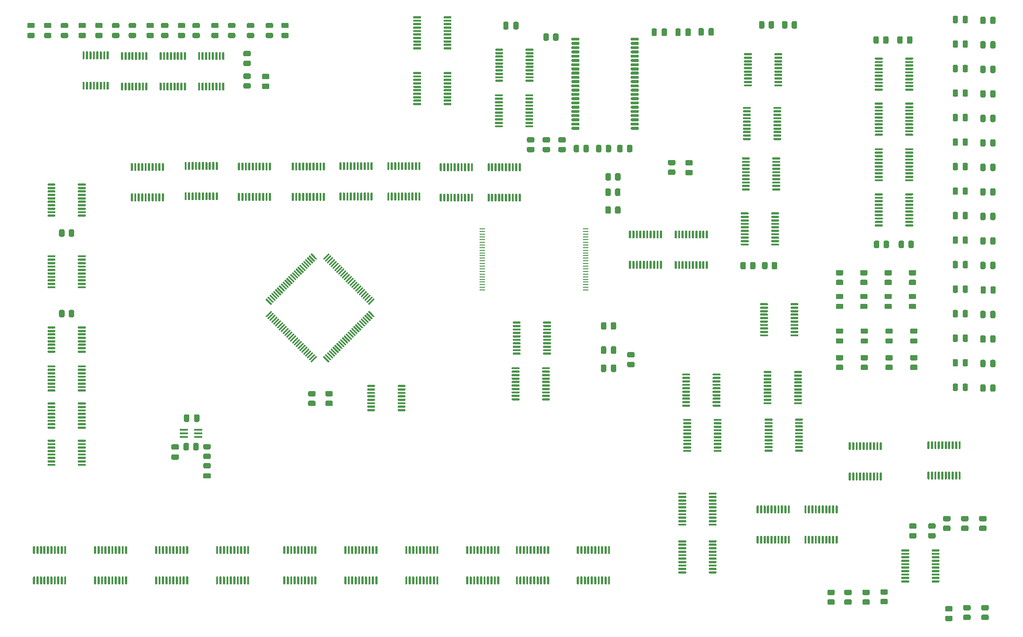
<source format=gtp>
%TF.GenerationSoftware,KiCad,Pcbnew,(5.1.10)-1*%
%TF.CreationDate,2021-11-09T21:50:18+08:00*%
%TF.ProjectId,S3_Schematic,53335f53-6368-4656-9d61-7469632e6b69,rev?*%
%TF.SameCoordinates,Original*%
%TF.FileFunction,Paste,Top*%
%TF.FilePolarity,Positive*%
%FSLAX46Y46*%
G04 Gerber Fmt 4.6, Leading zero omitted, Abs format (unit mm)*
G04 Created by KiCad (PCBNEW (5.1.10)-1) date 2021-11-09 21:50:18*
%MOMM*%
%LPD*%
G01*
G04 APERTURE LIST*
%ADD10R,1.500000X0.400000*%
%ADD11R,1.100000X0.250000*%
G04 APERTURE END LIST*
%TO.C,C55*%
G36*
G01*
X196330000Y-35875000D02*
X196330000Y-34925000D01*
G75*
G02*
X196580000Y-34675000I250000J0D01*
G01*
X197080000Y-34675000D01*
G75*
G02*
X197330000Y-34925000I0J-250000D01*
G01*
X197330000Y-35875000D01*
G75*
G02*
X197080000Y-36125000I-250000J0D01*
G01*
X196580000Y-36125000D01*
G75*
G02*
X196330000Y-35875000I0J250000D01*
G01*
G37*
G36*
G01*
X194430000Y-35875000D02*
X194430000Y-34925000D01*
G75*
G02*
X194680000Y-34675000I250000J0D01*
G01*
X195180000Y-34675000D01*
G75*
G02*
X195430000Y-34925000I0J-250000D01*
G01*
X195430000Y-35875000D01*
G75*
G02*
X195180000Y-36125000I-250000J0D01*
G01*
X194680000Y-36125000D01*
G75*
G02*
X194430000Y-35875000I0J250000D01*
G01*
G37*
%TD*%
%TO.C,C46*%
G36*
G01*
X182290000Y-99145000D02*
X182290000Y-98195000D01*
G75*
G02*
X182540000Y-97945000I250000J0D01*
G01*
X183040000Y-97945000D01*
G75*
G02*
X183290000Y-98195000I0J-250000D01*
G01*
X183290000Y-99145000D01*
G75*
G02*
X183040000Y-99395000I-250000J0D01*
G01*
X182540000Y-99395000D01*
G75*
G02*
X182290000Y-99145000I0J250000D01*
G01*
G37*
G36*
G01*
X180390000Y-99145000D02*
X180390000Y-98195000D01*
G75*
G02*
X180640000Y-97945000I250000J0D01*
G01*
X181140000Y-97945000D01*
G75*
G02*
X181390000Y-98195000I0J-250000D01*
G01*
X181390000Y-99145000D01*
G75*
G02*
X181140000Y-99395000I-250000J0D01*
G01*
X180640000Y-99395000D01*
G75*
G02*
X180390000Y-99145000I0J250000D01*
G01*
G37*
%TD*%
%TO.C,C42*%
G36*
G01*
X191840000Y-35865000D02*
X191840000Y-34915000D01*
G75*
G02*
X192090000Y-34665000I250000J0D01*
G01*
X192590000Y-34665000D01*
G75*
G02*
X192840000Y-34915000I0J-250000D01*
G01*
X192840000Y-35865000D01*
G75*
G02*
X192590000Y-36115000I-250000J0D01*
G01*
X192090000Y-36115000D01*
G75*
G02*
X191840000Y-35865000I0J250000D01*
G01*
G37*
G36*
G01*
X189940000Y-35865000D02*
X189940000Y-34915000D01*
G75*
G02*
X190190000Y-34665000I250000J0D01*
G01*
X190690000Y-34665000D01*
G75*
G02*
X190940000Y-34915000I0J-250000D01*
G01*
X190940000Y-35865000D01*
G75*
G02*
X190690000Y-36115000I-250000J0D01*
G01*
X190190000Y-36115000D01*
G75*
G02*
X189940000Y-35865000I0J250000D01*
G01*
G37*
%TD*%
%TO.C,C37*%
G36*
G01*
X200670000Y-35795000D02*
X200670000Y-34845000D01*
G75*
G02*
X200920000Y-34595000I250000J0D01*
G01*
X201420000Y-34595000D01*
G75*
G02*
X201670000Y-34845000I0J-250000D01*
G01*
X201670000Y-35795000D01*
G75*
G02*
X201420000Y-36045000I-250000J0D01*
G01*
X200920000Y-36045000D01*
G75*
G02*
X200670000Y-35795000I0J250000D01*
G01*
G37*
G36*
G01*
X198770000Y-35795000D02*
X198770000Y-34845000D01*
G75*
G02*
X199020000Y-34595000I250000J0D01*
G01*
X199520000Y-34595000D01*
G75*
G02*
X199770000Y-34845000I0J-250000D01*
G01*
X199770000Y-35795000D01*
G75*
G02*
X199520000Y-36045000I-250000J0D01*
G01*
X199020000Y-36045000D01*
G75*
G02*
X198770000Y-35795000I0J250000D01*
G01*
G37*
%TD*%
%TO.C,C17*%
G36*
G01*
X163000000Y-33675000D02*
X163000000Y-34625000D01*
G75*
G02*
X162750000Y-34875000I-250000J0D01*
G01*
X162250000Y-34875000D01*
G75*
G02*
X162000000Y-34625000I0J250000D01*
G01*
X162000000Y-33675000D01*
G75*
G02*
X162250000Y-33425000I250000J0D01*
G01*
X162750000Y-33425000D01*
G75*
G02*
X163000000Y-33675000I0J-250000D01*
G01*
G37*
G36*
G01*
X164900000Y-33675000D02*
X164900000Y-34625000D01*
G75*
G02*
X164650000Y-34875000I-250000J0D01*
G01*
X164150000Y-34875000D01*
G75*
G02*
X163900000Y-34625000I0J250000D01*
G01*
X163900000Y-33675000D01*
G75*
G02*
X164150000Y-33425000I250000J0D01*
G01*
X164650000Y-33425000D01*
G75*
G02*
X164900000Y-33675000I0J-250000D01*
G01*
G37*
%TD*%
%TO.C,C78*%
G36*
G01*
X182300000Y-95725000D02*
X182300000Y-94775000D01*
G75*
G02*
X182550000Y-94525000I250000J0D01*
G01*
X183050000Y-94525000D01*
G75*
G02*
X183300000Y-94775000I0J-250000D01*
G01*
X183300000Y-95725000D01*
G75*
G02*
X183050000Y-95975000I-250000J0D01*
G01*
X182550000Y-95975000D01*
G75*
G02*
X182300000Y-95725000I0J250000D01*
G01*
G37*
G36*
G01*
X180400000Y-95725000D02*
X180400000Y-94775000D01*
G75*
G02*
X180650000Y-94525000I250000J0D01*
G01*
X181150000Y-94525000D01*
G75*
G02*
X181400000Y-94775000I0J-250000D01*
G01*
X181400000Y-95725000D01*
G75*
G02*
X181150000Y-95975000I-250000J0D01*
G01*
X180650000Y-95975000D01*
G75*
G02*
X180400000Y-95725000I0J250000D01*
G01*
G37*
%TD*%
%TO.C,U64*%
G36*
G01*
X142115000Y-102115000D02*
X142115000Y-101915000D01*
G75*
G02*
X142215000Y-101815000I100000J0D01*
G01*
X143490000Y-101815000D01*
G75*
G02*
X143590000Y-101915000I0J-100000D01*
G01*
X143590000Y-102115000D01*
G75*
G02*
X143490000Y-102215000I-100000J0D01*
G01*
X142215000Y-102215000D01*
G75*
G02*
X142115000Y-102115000I0J100000D01*
G01*
G37*
G36*
G01*
X142115000Y-102765000D02*
X142115000Y-102565000D01*
G75*
G02*
X142215000Y-102465000I100000J0D01*
G01*
X143490000Y-102465000D01*
G75*
G02*
X143590000Y-102565000I0J-100000D01*
G01*
X143590000Y-102765000D01*
G75*
G02*
X143490000Y-102865000I-100000J0D01*
G01*
X142215000Y-102865000D01*
G75*
G02*
X142115000Y-102765000I0J100000D01*
G01*
G37*
G36*
G01*
X142115000Y-103415000D02*
X142115000Y-103215000D01*
G75*
G02*
X142215000Y-103115000I100000J0D01*
G01*
X143490000Y-103115000D01*
G75*
G02*
X143590000Y-103215000I0J-100000D01*
G01*
X143590000Y-103415000D01*
G75*
G02*
X143490000Y-103515000I-100000J0D01*
G01*
X142215000Y-103515000D01*
G75*
G02*
X142115000Y-103415000I0J100000D01*
G01*
G37*
G36*
G01*
X142115000Y-104065000D02*
X142115000Y-103865000D01*
G75*
G02*
X142215000Y-103765000I100000J0D01*
G01*
X143490000Y-103765000D01*
G75*
G02*
X143590000Y-103865000I0J-100000D01*
G01*
X143590000Y-104065000D01*
G75*
G02*
X143490000Y-104165000I-100000J0D01*
G01*
X142215000Y-104165000D01*
G75*
G02*
X142115000Y-104065000I0J100000D01*
G01*
G37*
G36*
G01*
X142115000Y-104715000D02*
X142115000Y-104515000D01*
G75*
G02*
X142215000Y-104415000I100000J0D01*
G01*
X143490000Y-104415000D01*
G75*
G02*
X143590000Y-104515000I0J-100000D01*
G01*
X143590000Y-104715000D01*
G75*
G02*
X143490000Y-104815000I-100000J0D01*
G01*
X142215000Y-104815000D01*
G75*
G02*
X142115000Y-104715000I0J100000D01*
G01*
G37*
G36*
G01*
X142115000Y-105365000D02*
X142115000Y-105165000D01*
G75*
G02*
X142215000Y-105065000I100000J0D01*
G01*
X143490000Y-105065000D01*
G75*
G02*
X143590000Y-105165000I0J-100000D01*
G01*
X143590000Y-105365000D01*
G75*
G02*
X143490000Y-105465000I-100000J0D01*
G01*
X142215000Y-105465000D01*
G75*
G02*
X142115000Y-105365000I0J100000D01*
G01*
G37*
G36*
G01*
X142115000Y-106015000D02*
X142115000Y-105815000D01*
G75*
G02*
X142215000Y-105715000I100000J0D01*
G01*
X143490000Y-105715000D01*
G75*
G02*
X143590000Y-105815000I0J-100000D01*
G01*
X143590000Y-106015000D01*
G75*
G02*
X143490000Y-106115000I-100000J0D01*
G01*
X142215000Y-106115000D01*
G75*
G02*
X142115000Y-106015000I0J100000D01*
G01*
G37*
G36*
G01*
X142115000Y-106665000D02*
X142115000Y-106465000D01*
G75*
G02*
X142215000Y-106365000I100000J0D01*
G01*
X143490000Y-106365000D01*
G75*
G02*
X143590000Y-106465000I0J-100000D01*
G01*
X143590000Y-106665000D01*
G75*
G02*
X143490000Y-106765000I-100000J0D01*
G01*
X142215000Y-106765000D01*
G75*
G02*
X142115000Y-106665000I0J100000D01*
G01*
G37*
G36*
G01*
X136390000Y-106665000D02*
X136390000Y-106465000D01*
G75*
G02*
X136490000Y-106365000I100000J0D01*
G01*
X137765000Y-106365000D01*
G75*
G02*
X137865000Y-106465000I0J-100000D01*
G01*
X137865000Y-106665000D01*
G75*
G02*
X137765000Y-106765000I-100000J0D01*
G01*
X136490000Y-106765000D01*
G75*
G02*
X136390000Y-106665000I0J100000D01*
G01*
G37*
G36*
G01*
X136390000Y-106015000D02*
X136390000Y-105815000D01*
G75*
G02*
X136490000Y-105715000I100000J0D01*
G01*
X137765000Y-105715000D01*
G75*
G02*
X137865000Y-105815000I0J-100000D01*
G01*
X137865000Y-106015000D01*
G75*
G02*
X137765000Y-106115000I-100000J0D01*
G01*
X136490000Y-106115000D01*
G75*
G02*
X136390000Y-106015000I0J100000D01*
G01*
G37*
G36*
G01*
X136390000Y-105365000D02*
X136390000Y-105165000D01*
G75*
G02*
X136490000Y-105065000I100000J0D01*
G01*
X137765000Y-105065000D01*
G75*
G02*
X137865000Y-105165000I0J-100000D01*
G01*
X137865000Y-105365000D01*
G75*
G02*
X137765000Y-105465000I-100000J0D01*
G01*
X136490000Y-105465000D01*
G75*
G02*
X136390000Y-105365000I0J100000D01*
G01*
G37*
G36*
G01*
X136390000Y-104715000D02*
X136390000Y-104515000D01*
G75*
G02*
X136490000Y-104415000I100000J0D01*
G01*
X137765000Y-104415000D01*
G75*
G02*
X137865000Y-104515000I0J-100000D01*
G01*
X137865000Y-104715000D01*
G75*
G02*
X137765000Y-104815000I-100000J0D01*
G01*
X136490000Y-104815000D01*
G75*
G02*
X136390000Y-104715000I0J100000D01*
G01*
G37*
G36*
G01*
X136390000Y-104065000D02*
X136390000Y-103865000D01*
G75*
G02*
X136490000Y-103765000I100000J0D01*
G01*
X137765000Y-103765000D01*
G75*
G02*
X137865000Y-103865000I0J-100000D01*
G01*
X137865000Y-104065000D01*
G75*
G02*
X137765000Y-104165000I-100000J0D01*
G01*
X136490000Y-104165000D01*
G75*
G02*
X136390000Y-104065000I0J100000D01*
G01*
G37*
G36*
G01*
X136390000Y-103415000D02*
X136390000Y-103215000D01*
G75*
G02*
X136490000Y-103115000I100000J0D01*
G01*
X137765000Y-103115000D01*
G75*
G02*
X137865000Y-103215000I0J-100000D01*
G01*
X137865000Y-103415000D01*
G75*
G02*
X137765000Y-103515000I-100000J0D01*
G01*
X136490000Y-103515000D01*
G75*
G02*
X136390000Y-103415000I0J100000D01*
G01*
G37*
G36*
G01*
X136390000Y-102765000D02*
X136390000Y-102565000D01*
G75*
G02*
X136490000Y-102465000I100000J0D01*
G01*
X137765000Y-102465000D01*
G75*
G02*
X137865000Y-102565000I0J-100000D01*
G01*
X137865000Y-102765000D01*
G75*
G02*
X137765000Y-102865000I-100000J0D01*
G01*
X136490000Y-102865000D01*
G75*
G02*
X136390000Y-102765000I0J100000D01*
G01*
G37*
G36*
G01*
X136390000Y-102115000D02*
X136390000Y-101915000D01*
G75*
G02*
X136490000Y-101815000I100000J0D01*
G01*
X137765000Y-101815000D01*
G75*
G02*
X137865000Y-101915000I0J-100000D01*
G01*
X137865000Y-102115000D01*
G75*
G02*
X137765000Y-102215000I-100000J0D01*
G01*
X136490000Y-102215000D01*
G75*
G02*
X136390000Y-102115000I0J100000D01*
G01*
G37*
%TD*%
%TO.C,R153*%
G36*
G01*
X167630001Y-56170000D02*
X166729999Y-56170000D01*
G75*
G02*
X166480000Y-55920001I0J249999D01*
G01*
X166480000Y-55394999D01*
G75*
G02*
X166729999Y-55145000I249999J0D01*
G01*
X167630001Y-55145000D01*
G75*
G02*
X167880000Y-55394999I0J-249999D01*
G01*
X167880000Y-55920001D01*
G75*
G02*
X167630001Y-56170000I-249999J0D01*
G01*
G37*
G36*
G01*
X167630001Y-57995000D02*
X166729999Y-57995000D01*
G75*
G02*
X166480000Y-57745001I0J249999D01*
G01*
X166480000Y-57219999D01*
G75*
G02*
X166729999Y-56970000I249999J0D01*
G01*
X167630001Y-56970000D01*
G75*
G02*
X167880000Y-57219999I0J-249999D01*
G01*
X167880000Y-57745001D01*
G75*
G02*
X167630001Y-57995000I-249999J0D01*
G01*
G37*
%TD*%
%TO.C,R152*%
G36*
G01*
X170580001Y-56170000D02*
X169679999Y-56170000D01*
G75*
G02*
X169430000Y-55920001I0J249999D01*
G01*
X169430000Y-55394999D01*
G75*
G02*
X169679999Y-55145000I249999J0D01*
G01*
X170580001Y-55145000D01*
G75*
G02*
X170830000Y-55394999I0J-249999D01*
G01*
X170830000Y-55920001D01*
G75*
G02*
X170580001Y-56170000I-249999J0D01*
G01*
G37*
G36*
G01*
X170580001Y-57995000D02*
X169679999Y-57995000D01*
G75*
G02*
X169430000Y-57745001I0J249999D01*
G01*
X169430000Y-57219999D01*
G75*
G02*
X169679999Y-56970000I249999J0D01*
G01*
X170580001Y-56970000D01*
G75*
G02*
X170830000Y-57219999I0J-249999D01*
G01*
X170830000Y-57745001D01*
G75*
G02*
X170580001Y-57995000I-249999J0D01*
G01*
G37*
%TD*%
%TO.C,R151*%
G36*
G01*
X173530001Y-56170000D02*
X172629999Y-56170000D01*
G75*
G02*
X172380000Y-55920001I0J249999D01*
G01*
X172380000Y-55394999D01*
G75*
G02*
X172629999Y-55145000I249999J0D01*
G01*
X173530001Y-55145000D01*
G75*
G02*
X173780000Y-55394999I0J-249999D01*
G01*
X173780000Y-55920001D01*
G75*
G02*
X173530001Y-56170000I-249999J0D01*
G01*
G37*
G36*
G01*
X173530001Y-57995000D02*
X172629999Y-57995000D01*
G75*
G02*
X172380000Y-57745001I0J249999D01*
G01*
X172380000Y-57219999D01*
G75*
G02*
X172629999Y-56970000I249999J0D01*
G01*
X173530001Y-56970000D01*
G75*
G02*
X173780000Y-57219999I0J-249999D01*
G01*
X173780000Y-57745001D01*
G75*
G02*
X173530001Y-57995000I-249999J0D01*
G01*
G37*
%TD*%
%TO.C,U34*%
G36*
G01*
X210043000Y-125998000D02*
X209843000Y-125998000D01*
G75*
G02*
X209743000Y-125898000I0J100000D01*
G01*
X209743000Y-124623000D01*
G75*
G02*
X209843000Y-124523000I100000J0D01*
G01*
X210043000Y-124523000D01*
G75*
G02*
X210143000Y-124623000I0J-100000D01*
G01*
X210143000Y-125898000D01*
G75*
G02*
X210043000Y-125998000I-100000J0D01*
G01*
G37*
G36*
G01*
X210693000Y-125998000D02*
X210493000Y-125998000D01*
G75*
G02*
X210393000Y-125898000I0J100000D01*
G01*
X210393000Y-124623000D01*
G75*
G02*
X210493000Y-124523000I100000J0D01*
G01*
X210693000Y-124523000D01*
G75*
G02*
X210793000Y-124623000I0J-100000D01*
G01*
X210793000Y-125898000D01*
G75*
G02*
X210693000Y-125998000I-100000J0D01*
G01*
G37*
G36*
G01*
X211343000Y-125998000D02*
X211143000Y-125998000D01*
G75*
G02*
X211043000Y-125898000I0J100000D01*
G01*
X211043000Y-124623000D01*
G75*
G02*
X211143000Y-124523000I100000J0D01*
G01*
X211343000Y-124523000D01*
G75*
G02*
X211443000Y-124623000I0J-100000D01*
G01*
X211443000Y-125898000D01*
G75*
G02*
X211343000Y-125998000I-100000J0D01*
G01*
G37*
G36*
G01*
X211993000Y-125998000D02*
X211793000Y-125998000D01*
G75*
G02*
X211693000Y-125898000I0J100000D01*
G01*
X211693000Y-124623000D01*
G75*
G02*
X211793000Y-124523000I100000J0D01*
G01*
X211993000Y-124523000D01*
G75*
G02*
X212093000Y-124623000I0J-100000D01*
G01*
X212093000Y-125898000D01*
G75*
G02*
X211993000Y-125998000I-100000J0D01*
G01*
G37*
G36*
G01*
X212643000Y-125998000D02*
X212443000Y-125998000D01*
G75*
G02*
X212343000Y-125898000I0J100000D01*
G01*
X212343000Y-124623000D01*
G75*
G02*
X212443000Y-124523000I100000J0D01*
G01*
X212643000Y-124523000D01*
G75*
G02*
X212743000Y-124623000I0J-100000D01*
G01*
X212743000Y-125898000D01*
G75*
G02*
X212643000Y-125998000I-100000J0D01*
G01*
G37*
G36*
G01*
X213293000Y-125998000D02*
X213093000Y-125998000D01*
G75*
G02*
X212993000Y-125898000I0J100000D01*
G01*
X212993000Y-124623000D01*
G75*
G02*
X213093000Y-124523000I100000J0D01*
G01*
X213293000Y-124523000D01*
G75*
G02*
X213393000Y-124623000I0J-100000D01*
G01*
X213393000Y-125898000D01*
G75*
G02*
X213293000Y-125998000I-100000J0D01*
G01*
G37*
G36*
G01*
X213943000Y-125998000D02*
X213743000Y-125998000D01*
G75*
G02*
X213643000Y-125898000I0J100000D01*
G01*
X213643000Y-124623000D01*
G75*
G02*
X213743000Y-124523000I100000J0D01*
G01*
X213943000Y-124523000D01*
G75*
G02*
X214043000Y-124623000I0J-100000D01*
G01*
X214043000Y-125898000D01*
G75*
G02*
X213943000Y-125998000I-100000J0D01*
G01*
G37*
G36*
G01*
X214593000Y-125998000D02*
X214393000Y-125998000D01*
G75*
G02*
X214293000Y-125898000I0J100000D01*
G01*
X214293000Y-124623000D01*
G75*
G02*
X214393000Y-124523000I100000J0D01*
G01*
X214593000Y-124523000D01*
G75*
G02*
X214693000Y-124623000I0J-100000D01*
G01*
X214693000Y-125898000D01*
G75*
G02*
X214593000Y-125998000I-100000J0D01*
G01*
G37*
G36*
G01*
X215243000Y-125998000D02*
X215043000Y-125998000D01*
G75*
G02*
X214943000Y-125898000I0J100000D01*
G01*
X214943000Y-124623000D01*
G75*
G02*
X215043000Y-124523000I100000J0D01*
G01*
X215243000Y-124523000D01*
G75*
G02*
X215343000Y-124623000I0J-100000D01*
G01*
X215343000Y-125898000D01*
G75*
G02*
X215243000Y-125998000I-100000J0D01*
G01*
G37*
G36*
G01*
X215893000Y-125998000D02*
X215693000Y-125998000D01*
G75*
G02*
X215593000Y-125898000I0J100000D01*
G01*
X215593000Y-124623000D01*
G75*
G02*
X215693000Y-124523000I100000J0D01*
G01*
X215893000Y-124523000D01*
G75*
G02*
X215993000Y-124623000I0J-100000D01*
G01*
X215993000Y-125898000D01*
G75*
G02*
X215893000Y-125998000I-100000J0D01*
G01*
G37*
G36*
G01*
X215893000Y-131723000D02*
X215693000Y-131723000D01*
G75*
G02*
X215593000Y-131623000I0J100000D01*
G01*
X215593000Y-130348000D01*
G75*
G02*
X215693000Y-130248000I100000J0D01*
G01*
X215893000Y-130248000D01*
G75*
G02*
X215993000Y-130348000I0J-100000D01*
G01*
X215993000Y-131623000D01*
G75*
G02*
X215893000Y-131723000I-100000J0D01*
G01*
G37*
G36*
G01*
X215243000Y-131723000D02*
X215043000Y-131723000D01*
G75*
G02*
X214943000Y-131623000I0J100000D01*
G01*
X214943000Y-130348000D01*
G75*
G02*
X215043000Y-130248000I100000J0D01*
G01*
X215243000Y-130248000D01*
G75*
G02*
X215343000Y-130348000I0J-100000D01*
G01*
X215343000Y-131623000D01*
G75*
G02*
X215243000Y-131723000I-100000J0D01*
G01*
G37*
G36*
G01*
X214593000Y-131723000D02*
X214393000Y-131723000D01*
G75*
G02*
X214293000Y-131623000I0J100000D01*
G01*
X214293000Y-130348000D01*
G75*
G02*
X214393000Y-130248000I100000J0D01*
G01*
X214593000Y-130248000D01*
G75*
G02*
X214693000Y-130348000I0J-100000D01*
G01*
X214693000Y-131623000D01*
G75*
G02*
X214593000Y-131723000I-100000J0D01*
G01*
G37*
G36*
G01*
X213943000Y-131723000D02*
X213743000Y-131723000D01*
G75*
G02*
X213643000Y-131623000I0J100000D01*
G01*
X213643000Y-130348000D01*
G75*
G02*
X213743000Y-130248000I100000J0D01*
G01*
X213943000Y-130248000D01*
G75*
G02*
X214043000Y-130348000I0J-100000D01*
G01*
X214043000Y-131623000D01*
G75*
G02*
X213943000Y-131723000I-100000J0D01*
G01*
G37*
G36*
G01*
X213293000Y-131723000D02*
X213093000Y-131723000D01*
G75*
G02*
X212993000Y-131623000I0J100000D01*
G01*
X212993000Y-130348000D01*
G75*
G02*
X213093000Y-130248000I100000J0D01*
G01*
X213293000Y-130248000D01*
G75*
G02*
X213393000Y-130348000I0J-100000D01*
G01*
X213393000Y-131623000D01*
G75*
G02*
X213293000Y-131723000I-100000J0D01*
G01*
G37*
G36*
G01*
X212643000Y-131723000D02*
X212443000Y-131723000D01*
G75*
G02*
X212343000Y-131623000I0J100000D01*
G01*
X212343000Y-130348000D01*
G75*
G02*
X212443000Y-130248000I100000J0D01*
G01*
X212643000Y-130248000D01*
G75*
G02*
X212743000Y-130348000I0J-100000D01*
G01*
X212743000Y-131623000D01*
G75*
G02*
X212643000Y-131723000I-100000J0D01*
G01*
G37*
G36*
G01*
X211993000Y-131723000D02*
X211793000Y-131723000D01*
G75*
G02*
X211693000Y-131623000I0J100000D01*
G01*
X211693000Y-130348000D01*
G75*
G02*
X211793000Y-130248000I100000J0D01*
G01*
X211993000Y-130248000D01*
G75*
G02*
X212093000Y-130348000I0J-100000D01*
G01*
X212093000Y-131623000D01*
G75*
G02*
X211993000Y-131723000I-100000J0D01*
G01*
G37*
G36*
G01*
X211343000Y-131723000D02*
X211143000Y-131723000D01*
G75*
G02*
X211043000Y-131623000I0J100000D01*
G01*
X211043000Y-130348000D01*
G75*
G02*
X211143000Y-130248000I100000J0D01*
G01*
X211343000Y-130248000D01*
G75*
G02*
X211443000Y-130348000I0J-100000D01*
G01*
X211443000Y-131623000D01*
G75*
G02*
X211343000Y-131723000I-100000J0D01*
G01*
G37*
G36*
G01*
X210693000Y-131723000D02*
X210493000Y-131723000D01*
G75*
G02*
X210393000Y-131623000I0J100000D01*
G01*
X210393000Y-130348000D01*
G75*
G02*
X210493000Y-130248000I100000J0D01*
G01*
X210693000Y-130248000D01*
G75*
G02*
X210793000Y-130348000I0J-100000D01*
G01*
X210793000Y-131623000D01*
G75*
G02*
X210693000Y-131723000I-100000J0D01*
G01*
G37*
G36*
G01*
X210043000Y-131723000D02*
X209843000Y-131723000D01*
G75*
G02*
X209743000Y-131623000I0J100000D01*
G01*
X209743000Y-130348000D01*
G75*
G02*
X209843000Y-130248000I100000J0D01*
G01*
X210043000Y-130248000D01*
G75*
G02*
X210143000Y-130348000I0J-100000D01*
G01*
X210143000Y-131623000D01*
G75*
G02*
X210043000Y-131723000I-100000J0D01*
G01*
G37*
%TD*%
%TO.C,U2*%
G36*
G01*
X238475000Y-138725000D02*
X238475000Y-138925000D01*
G75*
G02*
X238375000Y-139025000I-100000J0D01*
G01*
X237100000Y-139025000D01*
G75*
G02*
X237000000Y-138925000I0J100000D01*
G01*
X237000000Y-138725000D01*
G75*
G02*
X237100000Y-138625000I100000J0D01*
G01*
X238375000Y-138625000D01*
G75*
G02*
X238475000Y-138725000I0J-100000D01*
G01*
G37*
G36*
G01*
X238475000Y-138075000D02*
X238475000Y-138275000D01*
G75*
G02*
X238375000Y-138375000I-100000J0D01*
G01*
X237100000Y-138375000D01*
G75*
G02*
X237000000Y-138275000I0J100000D01*
G01*
X237000000Y-138075000D01*
G75*
G02*
X237100000Y-137975000I100000J0D01*
G01*
X238375000Y-137975000D01*
G75*
G02*
X238475000Y-138075000I0J-100000D01*
G01*
G37*
G36*
G01*
X238475000Y-137425000D02*
X238475000Y-137625000D01*
G75*
G02*
X238375000Y-137725000I-100000J0D01*
G01*
X237100000Y-137725000D01*
G75*
G02*
X237000000Y-137625000I0J100000D01*
G01*
X237000000Y-137425000D01*
G75*
G02*
X237100000Y-137325000I100000J0D01*
G01*
X238375000Y-137325000D01*
G75*
G02*
X238475000Y-137425000I0J-100000D01*
G01*
G37*
G36*
G01*
X238475000Y-136775000D02*
X238475000Y-136975000D01*
G75*
G02*
X238375000Y-137075000I-100000J0D01*
G01*
X237100000Y-137075000D01*
G75*
G02*
X237000000Y-136975000I0J100000D01*
G01*
X237000000Y-136775000D01*
G75*
G02*
X237100000Y-136675000I100000J0D01*
G01*
X238375000Y-136675000D01*
G75*
G02*
X238475000Y-136775000I0J-100000D01*
G01*
G37*
G36*
G01*
X238475000Y-136125000D02*
X238475000Y-136325000D01*
G75*
G02*
X238375000Y-136425000I-100000J0D01*
G01*
X237100000Y-136425000D01*
G75*
G02*
X237000000Y-136325000I0J100000D01*
G01*
X237000000Y-136125000D01*
G75*
G02*
X237100000Y-136025000I100000J0D01*
G01*
X238375000Y-136025000D01*
G75*
G02*
X238475000Y-136125000I0J-100000D01*
G01*
G37*
G36*
G01*
X238475000Y-135475000D02*
X238475000Y-135675000D01*
G75*
G02*
X238375000Y-135775000I-100000J0D01*
G01*
X237100000Y-135775000D01*
G75*
G02*
X237000000Y-135675000I0J100000D01*
G01*
X237000000Y-135475000D01*
G75*
G02*
X237100000Y-135375000I100000J0D01*
G01*
X238375000Y-135375000D01*
G75*
G02*
X238475000Y-135475000I0J-100000D01*
G01*
G37*
G36*
G01*
X238475000Y-134825000D02*
X238475000Y-135025000D01*
G75*
G02*
X238375000Y-135125000I-100000J0D01*
G01*
X237100000Y-135125000D01*
G75*
G02*
X237000000Y-135025000I0J100000D01*
G01*
X237000000Y-134825000D01*
G75*
G02*
X237100000Y-134725000I100000J0D01*
G01*
X238375000Y-134725000D01*
G75*
G02*
X238475000Y-134825000I0J-100000D01*
G01*
G37*
G36*
G01*
X238475000Y-134175000D02*
X238475000Y-134375000D01*
G75*
G02*
X238375000Y-134475000I-100000J0D01*
G01*
X237100000Y-134475000D01*
G75*
G02*
X237000000Y-134375000I0J100000D01*
G01*
X237000000Y-134175000D01*
G75*
G02*
X237100000Y-134075000I100000J0D01*
G01*
X238375000Y-134075000D01*
G75*
G02*
X238475000Y-134175000I0J-100000D01*
G01*
G37*
G36*
G01*
X238475000Y-133525000D02*
X238475000Y-133725000D01*
G75*
G02*
X238375000Y-133825000I-100000J0D01*
G01*
X237100000Y-133825000D01*
G75*
G02*
X237000000Y-133725000I0J100000D01*
G01*
X237000000Y-133525000D01*
G75*
G02*
X237100000Y-133425000I100000J0D01*
G01*
X238375000Y-133425000D01*
G75*
G02*
X238475000Y-133525000I0J-100000D01*
G01*
G37*
G36*
G01*
X238475000Y-132875000D02*
X238475000Y-133075000D01*
G75*
G02*
X238375000Y-133175000I-100000J0D01*
G01*
X237100000Y-133175000D01*
G75*
G02*
X237000000Y-133075000I0J100000D01*
G01*
X237000000Y-132875000D01*
G75*
G02*
X237100000Y-132775000I100000J0D01*
G01*
X238375000Y-132775000D01*
G75*
G02*
X238475000Y-132875000I0J-100000D01*
G01*
G37*
G36*
G01*
X244200000Y-132875000D02*
X244200000Y-133075000D01*
G75*
G02*
X244100000Y-133175000I-100000J0D01*
G01*
X242825000Y-133175000D01*
G75*
G02*
X242725000Y-133075000I0J100000D01*
G01*
X242725000Y-132875000D01*
G75*
G02*
X242825000Y-132775000I100000J0D01*
G01*
X244100000Y-132775000D01*
G75*
G02*
X244200000Y-132875000I0J-100000D01*
G01*
G37*
G36*
G01*
X244200000Y-133525000D02*
X244200000Y-133725000D01*
G75*
G02*
X244100000Y-133825000I-100000J0D01*
G01*
X242825000Y-133825000D01*
G75*
G02*
X242725000Y-133725000I0J100000D01*
G01*
X242725000Y-133525000D01*
G75*
G02*
X242825000Y-133425000I100000J0D01*
G01*
X244100000Y-133425000D01*
G75*
G02*
X244200000Y-133525000I0J-100000D01*
G01*
G37*
G36*
G01*
X244200000Y-134175000D02*
X244200000Y-134375000D01*
G75*
G02*
X244100000Y-134475000I-100000J0D01*
G01*
X242825000Y-134475000D01*
G75*
G02*
X242725000Y-134375000I0J100000D01*
G01*
X242725000Y-134175000D01*
G75*
G02*
X242825000Y-134075000I100000J0D01*
G01*
X244100000Y-134075000D01*
G75*
G02*
X244200000Y-134175000I0J-100000D01*
G01*
G37*
G36*
G01*
X244200000Y-134825000D02*
X244200000Y-135025000D01*
G75*
G02*
X244100000Y-135125000I-100000J0D01*
G01*
X242825000Y-135125000D01*
G75*
G02*
X242725000Y-135025000I0J100000D01*
G01*
X242725000Y-134825000D01*
G75*
G02*
X242825000Y-134725000I100000J0D01*
G01*
X244100000Y-134725000D01*
G75*
G02*
X244200000Y-134825000I0J-100000D01*
G01*
G37*
G36*
G01*
X244200000Y-135475000D02*
X244200000Y-135675000D01*
G75*
G02*
X244100000Y-135775000I-100000J0D01*
G01*
X242825000Y-135775000D01*
G75*
G02*
X242725000Y-135675000I0J100000D01*
G01*
X242725000Y-135475000D01*
G75*
G02*
X242825000Y-135375000I100000J0D01*
G01*
X244100000Y-135375000D01*
G75*
G02*
X244200000Y-135475000I0J-100000D01*
G01*
G37*
G36*
G01*
X244200000Y-136125000D02*
X244200000Y-136325000D01*
G75*
G02*
X244100000Y-136425000I-100000J0D01*
G01*
X242825000Y-136425000D01*
G75*
G02*
X242725000Y-136325000I0J100000D01*
G01*
X242725000Y-136125000D01*
G75*
G02*
X242825000Y-136025000I100000J0D01*
G01*
X244100000Y-136025000D01*
G75*
G02*
X244200000Y-136125000I0J-100000D01*
G01*
G37*
G36*
G01*
X244200000Y-136775000D02*
X244200000Y-136975000D01*
G75*
G02*
X244100000Y-137075000I-100000J0D01*
G01*
X242825000Y-137075000D01*
G75*
G02*
X242725000Y-136975000I0J100000D01*
G01*
X242725000Y-136775000D01*
G75*
G02*
X242825000Y-136675000I100000J0D01*
G01*
X244100000Y-136675000D01*
G75*
G02*
X244200000Y-136775000I0J-100000D01*
G01*
G37*
G36*
G01*
X244200000Y-137425000D02*
X244200000Y-137625000D01*
G75*
G02*
X244100000Y-137725000I-100000J0D01*
G01*
X242825000Y-137725000D01*
G75*
G02*
X242725000Y-137625000I0J100000D01*
G01*
X242725000Y-137425000D01*
G75*
G02*
X242825000Y-137325000I100000J0D01*
G01*
X244100000Y-137325000D01*
G75*
G02*
X244200000Y-137425000I0J-100000D01*
G01*
G37*
G36*
G01*
X244200000Y-138075000D02*
X244200000Y-138275000D01*
G75*
G02*
X244100000Y-138375000I-100000J0D01*
G01*
X242825000Y-138375000D01*
G75*
G02*
X242725000Y-138275000I0J100000D01*
G01*
X242725000Y-138075000D01*
G75*
G02*
X242825000Y-137975000I100000J0D01*
G01*
X244100000Y-137975000D01*
G75*
G02*
X244200000Y-138075000I0J-100000D01*
G01*
G37*
G36*
G01*
X244200000Y-138725000D02*
X244200000Y-138925000D01*
G75*
G02*
X244100000Y-139025000I-100000J0D01*
G01*
X242825000Y-139025000D01*
G75*
G02*
X242725000Y-138925000I0J100000D01*
G01*
X242725000Y-138725000D01*
G75*
G02*
X242825000Y-138625000I100000J0D01*
G01*
X244100000Y-138625000D01*
G75*
G02*
X244200000Y-138725000I0J-100000D01*
G01*
G37*
%TD*%
D10*
%TO.C,U1*%
X104530000Y-110300000D03*
X104530000Y-110950000D03*
X104530000Y-111600000D03*
X101870000Y-111600000D03*
X101870000Y-110950000D03*
X101870000Y-110300000D03*
%TD*%
%TO.C,U63*%
G36*
G01*
X118201546Y-86698959D02*
X117264630Y-85762043D01*
G75*
G02*
X117264630Y-85655977I53033J53033D01*
G01*
X117370696Y-85549911D01*
G75*
G02*
X117476762Y-85549911I53033J-53033D01*
G01*
X118413678Y-86486827D01*
G75*
G02*
X118413678Y-86592893I-53033J-53033D01*
G01*
X118307612Y-86698959D01*
G75*
G02*
X118201546Y-86698959I-53033J53033D01*
G01*
G37*
G36*
G01*
X118555099Y-86345406D02*
X117618183Y-85408490D01*
G75*
G02*
X117618183Y-85302424I53033J53033D01*
G01*
X117724249Y-85196358D01*
G75*
G02*
X117830315Y-85196358I53033J-53033D01*
G01*
X118767231Y-86133274D01*
G75*
G02*
X118767231Y-86239340I-53033J-53033D01*
G01*
X118661165Y-86345406D01*
G75*
G02*
X118555099Y-86345406I-53033J53033D01*
G01*
G37*
G36*
G01*
X118908652Y-85991852D02*
X117971736Y-85054936D01*
G75*
G02*
X117971736Y-84948870I53033J53033D01*
G01*
X118077802Y-84842804D01*
G75*
G02*
X118183868Y-84842804I53033J-53033D01*
G01*
X119120784Y-85779720D01*
G75*
G02*
X119120784Y-85885786I-53033J-53033D01*
G01*
X119014718Y-85991852D01*
G75*
G02*
X118908652Y-85991852I-53033J53033D01*
G01*
G37*
G36*
G01*
X119262206Y-85638299D02*
X118325290Y-84701383D01*
G75*
G02*
X118325290Y-84595317I53033J53033D01*
G01*
X118431356Y-84489251D01*
G75*
G02*
X118537422Y-84489251I53033J-53033D01*
G01*
X119474338Y-85426167D01*
G75*
G02*
X119474338Y-85532233I-53033J-53033D01*
G01*
X119368272Y-85638299D01*
G75*
G02*
X119262206Y-85638299I-53033J53033D01*
G01*
G37*
G36*
G01*
X119615759Y-85284745D02*
X118678843Y-84347829D01*
G75*
G02*
X118678843Y-84241763I53033J53033D01*
G01*
X118784909Y-84135697D01*
G75*
G02*
X118890975Y-84135697I53033J-53033D01*
G01*
X119827891Y-85072613D01*
G75*
G02*
X119827891Y-85178679I-53033J-53033D01*
G01*
X119721825Y-85284745D01*
G75*
G02*
X119615759Y-85284745I-53033J53033D01*
G01*
G37*
G36*
G01*
X119969313Y-84931192D02*
X119032397Y-83994276D01*
G75*
G02*
X119032397Y-83888210I53033J53033D01*
G01*
X119138463Y-83782144D01*
G75*
G02*
X119244529Y-83782144I53033J-53033D01*
G01*
X120181445Y-84719060D01*
G75*
G02*
X120181445Y-84825126I-53033J-53033D01*
G01*
X120075379Y-84931192D01*
G75*
G02*
X119969313Y-84931192I-53033J53033D01*
G01*
G37*
G36*
G01*
X120322866Y-84577639D02*
X119385950Y-83640723D01*
G75*
G02*
X119385950Y-83534657I53033J53033D01*
G01*
X119492016Y-83428591D01*
G75*
G02*
X119598082Y-83428591I53033J-53033D01*
G01*
X120534998Y-84365507D01*
G75*
G02*
X120534998Y-84471573I-53033J-53033D01*
G01*
X120428932Y-84577639D01*
G75*
G02*
X120322866Y-84577639I-53033J53033D01*
G01*
G37*
G36*
G01*
X120676419Y-84224085D02*
X119739503Y-83287169D01*
G75*
G02*
X119739503Y-83181103I53033J53033D01*
G01*
X119845569Y-83075037D01*
G75*
G02*
X119951635Y-83075037I53033J-53033D01*
G01*
X120888551Y-84011953D01*
G75*
G02*
X120888551Y-84118019I-53033J-53033D01*
G01*
X120782485Y-84224085D01*
G75*
G02*
X120676419Y-84224085I-53033J53033D01*
G01*
G37*
G36*
G01*
X121029973Y-83870532D02*
X120093057Y-82933616D01*
G75*
G02*
X120093057Y-82827550I53033J53033D01*
G01*
X120199123Y-82721484D01*
G75*
G02*
X120305189Y-82721484I53033J-53033D01*
G01*
X121242105Y-83658400D01*
G75*
G02*
X121242105Y-83764466I-53033J-53033D01*
G01*
X121136039Y-83870532D01*
G75*
G02*
X121029973Y-83870532I-53033J53033D01*
G01*
G37*
G36*
G01*
X121383526Y-83516978D02*
X120446610Y-82580062D01*
G75*
G02*
X120446610Y-82473996I53033J53033D01*
G01*
X120552676Y-82367930D01*
G75*
G02*
X120658742Y-82367930I53033J-53033D01*
G01*
X121595658Y-83304846D01*
G75*
G02*
X121595658Y-83410912I-53033J-53033D01*
G01*
X121489592Y-83516978D01*
G75*
G02*
X121383526Y-83516978I-53033J53033D01*
G01*
G37*
G36*
G01*
X121737080Y-83163425D02*
X120800164Y-82226509D01*
G75*
G02*
X120800164Y-82120443I53033J53033D01*
G01*
X120906230Y-82014377D01*
G75*
G02*
X121012296Y-82014377I53033J-53033D01*
G01*
X121949212Y-82951293D01*
G75*
G02*
X121949212Y-83057359I-53033J-53033D01*
G01*
X121843146Y-83163425D01*
G75*
G02*
X121737080Y-83163425I-53033J53033D01*
G01*
G37*
G36*
G01*
X122090633Y-82809872D02*
X121153717Y-81872956D01*
G75*
G02*
X121153717Y-81766890I53033J53033D01*
G01*
X121259783Y-81660824D01*
G75*
G02*
X121365849Y-81660824I53033J-53033D01*
G01*
X122302765Y-82597740D01*
G75*
G02*
X122302765Y-82703806I-53033J-53033D01*
G01*
X122196699Y-82809872D01*
G75*
G02*
X122090633Y-82809872I-53033J53033D01*
G01*
G37*
G36*
G01*
X122444186Y-82456318D02*
X121507270Y-81519402D01*
G75*
G02*
X121507270Y-81413336I53033J53033D01*
G01*
X121613336Y-81307270D01*
G75*
G02*
X121719402Y-81307270I53033J-53033D01*
G01*
X122656318Y-82244186D01*
G75*
G02*
X122656318Y-82350252I-53033J-53033D01*
G01*
X122550252Y-82456318D01*
G75*
G02*
X122444186Y-82456318I-53033J53033D01*
G01*
G37*
G36*
G01*
X122797740Y-82102765D02*
X121860824Y-81165849D01*
G75*
G02*
X121860824Y-81059783I53033J53033D01*
G01*
X121966890Y-80953717D01*
G75*
G02*
X122072956Y-80953717I53033J-53033D01*
G01*
X123009872Y-81890633D01*
G75*
G02*
X123009872Y-81996699I-53033J-53033D01*
G01*
X122903806Y-82102765D01*
G75*
G02*
X122797740Y-82102765I-53033J53033D01*
G01*
G37*
G36*
G01*
X123151293Y-81749212D02*
X122214377Y-80812296D01*
G75*
G02*
X122214377Y-80706230I53033J53033D01*
G01*
X122320443Y-80600164D01*
G75*
G02*
X122426509Y-80600164I53033J-53033D01*
G01*
X123363425Y-81537080D01*
G75*
G02*
X123363425Y-81643146I-53033J-53033D01*
G01*
X123257359Y-81749212D01*
G75*
G02*
X123151293Y-81749212I-53033J53033D01*
G01*
G37*
G36*
G01*
X123504846Y-81395658D02*
X122567930Y-80458742D01*
G75*
G02*
X122567930Y-80352676I53033J53033D01*
G01*
X122673996Y-80246610D01*
G75*
G02*
X122780062Y-80246610I53033J-53033D01*
G01*
X123716978Y-81183526D01*
G75*
G02*
X123716978Y-81289592I-53033J-53033D01*
G01*
X123610912Y-81395658D01*
G75*
G02*
X123504846Y-81395658I-53033J53033D01*
G01*
G37*
G36*
G01*
X123858400Y-81042105D02*
X122921484Y-80105189D01*
G75*
G02*
X122921484Y-79999123I53033J53033D01*
G01*
X123027550Y-79893057D01*
G75*
G02*
X123133616Y-79893057I53033J-53033D01*
G01*
X124070532Y-80829973D01*
G75*
G02*
X124070532Y-80936039I-53033J-53033D01*
G01*
X123964466Y-81042105D01*
G75*
G02*
X123858400Y-81042105I-53033J53033D01*
G01*
G37*
G36*
G01*
X124211953Y-80688551D02*
X123275037Y-79751635D01*
G75*
G02*
X123275037Y-79645569I53033J53033D01*
G01*
X123381103Y-79539503D01*
G75*
G02*
X123487169Y-79539503I53033J-53033D01*
G01*
X124424085Y-80476419D01*
G75*
G02*
X124424085Y-80582485I-53033J-53033D01*
G01*
X124318019Y-80688551D01*
G75*
G02*
X124211953Y-80688551I-53033J53033D01*
G01*
G37*
G36*
G01*
X124565507Y-80334998D02*
X123628591Y-79398082D01*
G75*
G02*
X123628591Y-79292016I53033J53033D01*
G01*
X123734657Y-79185950D01*
G75*
G02*
X123840723Y-79185950I53033J-53033D01*
G01*
X124777639Y-80122866D01*
G75*
G02*
X124777639Y-80228932I-53033J-53033D01*
G01*
X124671573Y-80334998D01*
G75*
G02*
X124565507Y-80334998I-53033J53033D01*
G01*
G37*
G36*
G01*
X124919060Y-79981445D02*
X123982144Y-79044529D01*
G75*
G02*
X123982144Y-78938463I53033J53033D01*
G01*
X124088210Y-78832397D01*
G75*
G02*
X124194276Y-78832397I53033J-53033D01*
G01*
X125131192Y-79769313D01*
G75*
G02*
X125131192Y-79875379I-53033J-53033D01*
G01*
X125025126Y-79981445D01*
G75*
G02*
X124919060Y-79981445I-53033J53033D01*
G01*
G37*
G36*
G01*
X125272613Y-79627891D02*
X124335697Y-78690975D01*
G75*
G02*
X124335697Y-78584909I53033J53033D01*
G01*
X124441763Y-78478843D01*
G75*
G02*
X124547829Y-78478843I53033J-53033D01*
G01*
X125484745Y-79415759D01*
G75*
G02*
X125484745Y-79521825I-53033J-53033D01*
G01*
X125378679Y-79627891D01*
G75*
G02*
X125272613Y-79627891I-53033J53033D01*
G01*
G37*
G36*
G01*
X125626167Y-79274338D02*
X124689251Y-78337422D01*
G75*
G02*
X124689251Y-78231356I53033J53033D01*
G01*
X124795317Y-78125290D01*
G75*
G02*
X124901383Y-78125290I53033J-53033D01*
G01*
X125838299Y-79062206D01*
G75*
G02*
X125838299Y-79168272I-53033J-53033D01*
G01*
X125732233Y-79274338D01*
G75*
G02*
X125626167Y-79274338I-53033J53033D01*
G01*
G37*
G36*
G01*
X125979720Y-78920784D02*
X125042804Y-77983868D01*
G75*
G02*
X125042804Y-77877802I53033J53033D01*
G01*
X125148870Y-77771736D01*
G75*
G02*
X125254936Y-77771736I53033J-53033D01*
G01*
X126191852Y-78708652D01*
G75*
G02*
X126191852Y-78814718I-53033J-53033D01*
G01*
X126085786Y-78920784D01*
G75*
G02*
X125979720Y-78920784I-53033J53033D01*
G01*
G37*
G36*
G01*
X126333274Y-78567231D02*
X125396358Y-77630315D01*
G75*
G02*
X125396358Y-77524249I53033J53033D01*
G01*
X125502424Y-77418183D01*
G75*
G02*
X125608490Y-77418183I53033J-53033D01*
G01*
X126545406Y-78355099D01*
G75*
G02*
X126545406Y-78461165I-53033J-53033D01*
G01*
X126439340Y-78567231D01*
G75*
G02*
X126333274Y-78567231I-53033J53033D01*
G01*
G37*
G36*
G01*
X126686827Y-78213678D02*
X125749911Y-77276762D01*
G75*
G02*
X125749911Y-77170696I53033J53033D01*
G01*
X125855977Y-77064630D01*
G75*
G02*
X125962043Y-77064630I53033J-53033D01*
G01*
X126898959Y-78001546D01*
G75*
G02*
X126898959Y-78107612I-53033J-53033D01*
G01*
X126792893Y-78213678D01*
G75*
G02*
X126686827Y-78213678I-53033J53033D01*
G01*
G37*
G36*
G01*
X128207107Y-78213678D02*
X128101041Y-78107612D01*
G75*
G02*
X128101041Y-78001546I53033J53033D01*
G01*
X129037957Y-77064630D01*
G75*
G02*
X129144023Y-77064630I53033J-53033D01*
G01*
X129250089Y-77170696D01*
G75*
G02*
X129250089Y-77276762I-53033J-53033D01*
G01*
X128313173Y-78213678D01*
G75*
G02*
X128207107Y-78213678I-53033J53033D01*
G01*
G37*
G36*
G01*
X128560660Y-78567231D02*
X128454594Y-78461165D01*
G75*
G02*
X128454594Y-78355099I53033J53033D01*
G01*
X129391510Y-77418183D01*
G75*
G02*
X129497576Y-77418183I53033J-53033D01*
G01*
X129603642Y-77524249D01*
G75*
G02*
X129603642Y-77630315I-53033J-53033D01*
G01*
X128666726Y-78567231D01*
G75*
G02*
X128560660Y-78567231I-53033J53033D01*
G01*
G37*
G36*
G01*
X128914214Y-78920784D02*
X128808148Y-78814718D01*
G75*
G02*
X128808148Y-78708652I53033J53033D01*
G01*
X129745064Y-77771736D01*
G75*
G02*
X129851130Y-77771736I53033J-53033D01*
G01*
X129957196Y-77877802D01*
G75*
G02*
X129957196Y-77983868I-53033J-53033D01*
G01*
X129020280Y-78920784D01*
G75*
G02*
X128914214Y-78920784I-53033J53033D01*
G01*
G37*
G36*
G01*
X129267767Y-79274338D02*
X129161701Y-79168272D01*
G75*
G02*
X129161701Y-79062206I53033J53033D01*
G01*
X130098617Y-78125290D01*
G75*
G02*
X130204683Y-78125290I53033J-53033D01*
G01*
X130310749Y-78231356D01*
G75*
G02*
X130310749Y-78337422I-53033J-53033D01*
G01*
X129373833Y-79274338D01*
G75*
G02*
X129267767Y-79274338I-53033J53033D01*
G01*
G37*
G36*
G01*
X129621321Y-79627891D02*
X129515255Y-79521825D01*
G75*
G02*
X129515255Y-79415759I53033J53033D01*
G01*
X130452171Y-78478843D01*
G75*
G02*
X130558237Y-78478843I53033J-53033D01*
G01*
X130664303Y-78584909D01*
G75*
G02*
X130664303Y-78690975I-53033J-53033D01*
G01*
X129727387Y-79627891D01*
G75*
G02*
X129621321Y-79627891I-53033J53033D01*
G01*
G37*
G36*
G01*
X129974874Y-79981445D02*
X129868808Y-79875379D01*
G75*
G02*
X129868808Y-79769313I53033J53033D01*
G01*
X130805724Y-78832397D01*
G75*
G02*
X130911790Y-78832397I53033J-53033D01*
G01*
X131017856Y-78938463D01*
G75*
G02*
X131017856Y-79044529I-53033J-53033D01*
G01*
X130080940Y-79981445D01*
G75*
G02*
X129974874Y-79981445I-53033J53033D01*
G01*
G37*
G36*
G01*
X130328427Y-80334998D02*
X130222361Y-80228932D01*
G75*
G02*
X130222361Y-80122866I53033J53033D01*
G01*
X131159277Y-79185950D01*
G75*
G02*
X131265343Y-79185950I53033J-53033D01*
G01*
X131371409Y-79292016D01*
G75*
G02*
X131371409Y-79398082I-53033J-53033D01*
G01*
X130434493Y-80334998D01*
G75*
G02*
X130328427Y-80334998I-53033J53033D01*
G01*
G37*
G36*
G01*
X130681981Y-80688551D02*
X130575915Y-80582485D01*
G75*
G02*
X130575915Y-80476419I53033J53033D01*
G01*
X131512831Y-79539503D01*
G75*
G02*
X131618897Y-79539503I53033J-53033D01*
G01*
X131724963Y-79645569D01*
G75*
G02*
X131724963Y-79751635I-53033J-53033D01*
G01*
X130788047Y-80688551D01*
G75*
G02*
X130681981Y-80688551I-53033J53033D01*
G01*
G37*
G36*
G01*
X131035534Y-81042105D02*
X130929468Y-80936039D01*
G75*
G02*
X130929468Y-80829973I53033J53033D01*
G01*
X131866384Y-79893057D01*
G75*
G02*
X131972450Y-79893057I53033J-53033D01*
G01*
X132078516Y-79999123D01*
G75*
G02*
X132078516Y-80105189I-53033J-53033D01*
G01*
X131141600Y-81042105D01*
G75*
G02*
X131035534Y-81042105I-53033J53033D01*
G01*
G37*
G36*
G01*
X131389088Y-81395658D02*
X131283022Y-81289592D01*
G75*
G02*
X131283022Y-81183526I53033J53033D01*
G01*
X132219938Y-80246610D01*
G75*
G02*
X132326004Y-80246610I53033J-53033D01*
G01*
X132432070Y-80352676D01*
G75*
G02*
X132432070Y-80458742I-53033J-53033D01*
G01*
X131495154Y-81395658D01*
G75*
G02*
X131389088Y-81395658I-53033J53033D01*
G01*
G37*
G36*
G01*
X131742641Y-81749212D02*
X131636575Y-81643146D01*
G75*
G02*
X131636575Y-81537080I53033J53033D01*
G01*
X132573491Y-80600164D01*
G75*
G02*
X132679557Y-80600164I53033J-53033D01*
G01*
X132785623Y-80706230D01*
G75*
G02*
X132785623Y-80812296I-53033J-53033D01*
G01*
X131848707Y-81749212D01*
G75*
G02*
X131742641Y-81749212I-53033J53033D01*
G01*
G37*
G36*
G01*
X132096194Y-82102765D02*
X131990128Y-81996699D01*
G75*
G02*
X131990128Y-81890633I53033J53033D01*
G01*
X132927044Y-80953717D01*
G75*
G02*
X133033110Y-80953717I53033J-53033D01*
G01*
X133139176Y-81059783D01*
G75*
G02*
X133139176Y-81165849I-53033J-53033D01*
G01*
X132202260Y-82102765D01*
G75*
G02*
X132096194Y-82102765I-53033J53033D01*
G01*
G37*
G36*
G01*
X132449748Y-82456318D02*
X132343682Y-82350252D01*
G75*
G02*
X132343682Y-82244186I53033J53033D01*
G01*
X133280598Y-81307270D01*
G75*
G02*
X133386664Y-81307270I53033J-53033D01*
G01*
X133492730Y-81413336D01*
G75*
G02*
X133492730Y-81519402I-53033J-53033D01*
G01*
X132555814Y-82456318D01*
G75*
G02*
X132449748Y-82456318I-53033J53033D01*
G01*
G37*
G36*
G01*
X132803301Y-82809872D02*
X132697235Y-82703806D01*
G75*
G02*
X132697235Y-82597740I53033J53033D01*
G01*
X133634151Y-81660824D01*
G75*
G02*
X133740217Y-81660824I53033J-53033D01*
G01*
X133846283Y-81766890D01*
G75*
G02*
X133846283Y-81872956I-53033J-53033D01*
G01*
X132909367Y-82809872D01*
G75*
G02*
X132803301Y-82809872I-53033J53033D01*
G01*
G37*
G36*
G01*
X133156854Y-83163425D02*
X133050788Y-83057359D01*
G75*
G02*
X133050788Y-82951293I53033J53033D01*
G01*
X133987704Y-82014377D01*
G75*
G02*
X134093770Y-82014377I53033J-53033D01*
G01*
X134199836Y-82120443D01*
G75*
G02*
X134199836Y-82226509I-53033J-53033D01*
G01*
X133262920Y-83163425D01*
G75*
G02*
X133156854Y-83163425I-53033J53033D01*
G01*
G37*
G36*
G01*
X133510408Y-83516978D02*
X133404342Y-83410912D01*
G75*
G02*
X133404342Y-83304846I53033J53033D01*
G01*
X134341258Y-82367930D01*
G75*
G02*
X134447324Y-82367930I53033J-53033D01*
G01*
X134553390Y-82473996D01*
G75*
G02*
X134553390Y-82580062I-53033J-53033D01*
G01*
X133616474Y-83516978D01*
G75*
G02*
X133510408Y-83516978I-53033J53033D01*
G01*
G37*
G36*
G01*
X133863961Y-83870532D02*
X133757895Y-83764466D01*
G75*
G02*
X133757895Y-83658400I53033J53033D01*
G01*
X134694811Y-82721484D01*
G75*
G02*
X134800877Y-82721484I53033J-53033D01*
G01*
X134906943Y-82827550D01*
G75*
G02*
X134906943Y-82933616I-53033J-53033D01*
G01*
X133970027Y-83870532D01*
G75*
G02*
X133863961Y-83870532I-53033J53033D01*
G01*
G37*
G36*
G01*
X134217515Y-84224085D02*
X134111449Y-84118019D01*
G75*
G02*
X134111449Y-84011953I53033J53033D01*
G01*
X135048365Y-83075037D01*
G75*
G02*
X135154431Y-83075037I53033J-53033D01*
G01*
X135260497Y-83181103D01*
G75*
G02*
X135260497Y-83287169I-53033J-53033D01*
G01*
X134323581Y-84224085D01*
G75*
G02*
X134217515Y-84224085I-53033J53033D01*
G01*
G37*
G36*
G01*
X134571068Y-84577639D02*
X134465002Y-84471573D01*
G75*
G02*
X134465002Y-84365507I53033J53033D01*
G01*
X135401918Y-83428591D01*
G75*
G02*
X135507984Y-83428591I53033J-53033D01*
G01*
X135614050Y-83534657D01*
G75*
G02*
X135614050Y-83640723I-53033J-53033D01*
G01*
X134677134Y-84577639D01*
G75*
G02*
X134571068Y-84577639I-53033J53033D01*
G01*
G37*
G36*
G01*
X134924621Y-84931192D02*
X134818555Y-84825126D01*
G75*
G02*
X134818555Y-84719060I53033J53033D01*
G01*
X135755471Y-83782144D01*
G75*
G02*
X135861537Y-83782144I53033J-53033D01*
G01*
X135967603Y-83888210D01*
G75*
G02*
X135967603Y-83994276I-53033J-53033D01*
G01*
X135030687Y-84931192D01*
G75*
G02*
X134924621Y-84931192I-53033J53033D01*
G01*
G37*
G36*
G01*
X135278175Y-85284745D02*
X135172109Y-85178679D01*
G75*
G02*
X135172109Y-85072613I53033J53033D01*
G01*
X136109025Y-84135697D01*
G75*
G02*
X136215091Y-84135697I53033J-53033D01*
G01*
X136321157Y-84241763D01*
G75*
G02*
X136321157Y-84347829I-53033J-53033D01*
G01*
X135384241Y-85284745D01*
G75*
G02*
X135278175Y-85284745I-53033J53033D01*
G01*
G37*
G36*
G01*
X135631728Y-85638299D02*
X135525662Y-85532233D01*
G75*
G02*
X135525662Y-85426167I53033J53033D01*
G01*
X136462578Y-84489251D01*
G75*
G02*
X136568644Y-84489251I53033J-53033D01*
G01*
X136674710Y-84595317D01*
G75*
G02*
X136674710Y-84701383I-53033J-53033D01*
G01*
X135737794Y-85638299D01*
G75*
G02*
X135631728Y-85638299I-53033J53033D01*
G01*
G37*
G36*
G01*
X135985282Y-85991852D02*
X135879216Y-85885786D01*
G75*
G02*
X135879216Y-85779720I53033J53033D01*
G01*
X136816132Y-84842804D01*
G75*
G02*
X136922198Y-84842804I53033J-53033D01*
G01*
X137028264Y-84948870D01*
G75*
G02*
X137028264Y-85054936I-53033J-53033D01*
G01*
X136091348Y-85991852D01*
G75*
G02*
X135985282Y-85991852I-53033J53033D01*
G01*
G37*
G36*
G01*
X136338835Y-86345406D02*
X136232769Y-86239340D01*
G75*
G02*
X136232769Y-86133274I53033J53033D01*
G01*
X137169685Y-85196358D01*
G75*
G02*
X137275751Y-85196358I53033J-53033D01*
G01*
X137381817Y-85302424D01*
G75*
G02*
X137381817Y-85408490I-53033J-53033D01*
G01*
X136444901Y-86345406D01*
G75*
G02*
X136338835Y-86345406I-53033J53033D01*
G01*
G37*
G36*
G01*
X136692388Y-86698959D02*
X136586322Y-86592893D01*
G75*
G02*
X136586322Y-86486827I53033J53033D01*
G01*
X137523238Y-85549911D01*
G75*
G02*
X137629304Y-85549911I53033J-53033D01*
G01*
X137735370Y-85655977D01*
G75*
G02*
X137735370Y-85762043I-53033J-53033D01*
G01*
X136798454Y-86698959D01*
G75*
G02*
X136692388Y-86698959I-53033J53033D01*
G01*
G37*
G36*
G01*
X137523238Y-89050089D02*
X136586322Y-88113173D01*
G75*
G02*
X136586322Y-88007107I53033J53033D01*
G01*
X136692388Y-87901041D01*
G75*
G02*
X136798454Y-87901041I53033J-53033D01*
G01*
X137735370Y-88837957D01*
G75*
G02*
X137735370Y-88944023I-53033J-53033D01*
G01*
X137629304Y-89050089D01*
G75*
G02*
X137523238Y-89050089I-53033J53033D01*
G01*
G37*
G36*
G01*
X137169685Y-89403642D02*
X136232769Y-88466726D01*
G75*
G02*
X136232769Y-88360660I53033J53033D01*
G01*
X136338835Y-88254594D01*
G75*
G02*
X136444901Y-88254594I53033J-53033D01*
G01*
X137381817Y-89191510D01*
G75*
G02*
X137381817Y-89297576I-53033J-53033D01*
G01*
X137275751Y-89403642D01*
G75*
G02*
X137169685Y-89403642I-53033J53033D01*
G01*
G37*
G36*
G01*
X136816132Y-89757196D02*
X135879216Y-88820280D01*
G75*
G02*
X135879216Y-88714214I53033J53033D01*
G01*
X135985282Y-88608148D01*
G75*
G02*
X136091348Y-88608148I53033J-53033D01*
G01*
X137028264Y-89545064D01*
G75*
G02*
X137028264Y-89651130I-53033J-53033D01*
G01*
X136922198Y-89757196D01*
G75*
G02*
X136816132Y-89757196I-53033J53033D01*
G01*
G37*
G36*
G01*
X136462578Y-90110749D02*
X135525662Y-89173833D01*
G75*
G02*
X135525662Y-89067767I53033J53033D01*
G01*
X135631728Y-88961701D01*
G75*
G02*
X135737794Y-88961701I53033J-53033D01*
G01*
X136674710Y-89898617D01*
G75*
G02*
X136674710Y-90004683I-53033J-53033D01*
G01*
X136568644Y-90110749D01*
G75*
G02*
X136462578Y-90110749I-53033J53033D01*
G01*
G37*
G36*
G01*
X136109025Y-90464303D02*
X135172109Y-89527387D01*
G75*
G02*
X135172109Y-89421321I53033J53033D01*
G01*
X135278175Y-89315255D01*
G75*
G02*
X135384241Y-89315255I53033J-53033D01*
G01*
X136321157Y-90252171D01*
G75*
G02*
X136321157Y-90358237I-53033J-53033D01*
G01*
X136215091Y-90464303D01*
G75*
G02*
X136109025Y-90464303I-53033J53033D01*
G01*
G37*
G36*
G01*
X135755471Y-90817856D02*
X134818555Y-89880940D01*
G75*
G02*
X134818555Y-89774874I53033J53033D01*
G01*
X134924621Y-89668808D01*
G75*
G02*
X135030687Y-89668808I53033J-53033D01*
G01*
X135967603Y-90605724D01*
G75*
G02*
X135967603Y-90711790I-53033J-53033D01*
G01*
X135861537Y-90817856D01*
G75*
G02*
X135755471Y-90817856I-53033J53033D01*
G01*
G37*
G36*
G01*
X135401918Y-91171409D02*
X134465002Y-90234493D01*
G75*
G02*
X134465002Y-90128427I53033J53033D01*
G01*
X134571068Y-90022361D01*
G75*
G02*
X134677134Y-90022361I53033J-53033D01*
G01*
X135614050Y-90959277D01*
G75*
G02*
X135614050Y-91065343I-53033J-53033D01*
G01*
X135507984Y-91171409D01*
G75*
G02*
X135401918Y-91171409I-53033J53033D01*
G01*
G37*
G36*
G01*
X135048365Y-91524963D02*
X134111449Y-90588047D01*
G75*
G02*
X134111449Y-90481981I53033J53033D01*
G01*
X134217515Y-90375915D01*
G75*
G02*
X134323581Y-90375915I53033J-53033D01*
G01*
X135260497Y-91312831D01*
G75*
G02*
X135260497Y-91418897I-53033J-53033D01*
G01*
X135154431Y-91524963D01*
G75*
G02*
X135048365Y-91524963I-53033J53033D01*
G01*
G37*
G36*
G01*
X134694811Y-91878516D02*
X133757895Y-90941600D01*
G75*
G02*
X133757895Y-90835534I53033J53033D01*
G01*
X133863961Y-90729468D01*
G75*
G02*
X133970027Y-90729468I53033J-53033D01*
G01*
X134906943Y-91666384D01*
G75*
G02*
X134906943Y-91772450I-53033J-53033D01*
G01*
X134800877Y-91878516D01*
G75*
G02*
X134694811Y-91878516I-53033J53033D01*
G01*
G37*
G36*
G01*
X134341258Y-92232070D02*
X133404342Y-91295154D01*
G75*
G02*
X133404342Y-91189088I53033J53033D01*
G01*
X133510408Y-91083022D01*
G75*
G02*
X133616474Y-91083022I53033J-53033D01*
G01*
X134553390Y-92019938D01*
G75*
G02*
X134553390Y-92126004I-53033J-53033D01*
G01*
X134447324Y-92232070D01*
G75*
G02*
X134341258Y-92232070I-53033J53033D01*
G01*
G37*
G36*
G01*
X133987704Y-92585623D02*
X133050788Y-91648707D01*
G75*
G02*
X133050788Y-91542641I53033J53033D01*
G01*
X133156854Y-91436575D01*
G75*
G02*
X133262920Y-91436575I53033J-53033D01*
G01*
X134199836Y-92373491D01*
G75*
G02*
X134199836Y-92479557I-53033J-53033D01*
G01*
X134093770Y-92585623D01*
G75*
G02*
X133987704Y-92585623I-53033J53033D01*
G01*
G37*
G36*
G01*
X133634151Y-92939176D02*
X132697235Y-92002260D01*
G75*
G02*
X132697235Y-91896194I53033J53033D01*
G01*
X132803301Y-91790128D01*
G75*
G02*
X132909367Y-91790128I53033J-53033D01*
G01*
X133846283Y-92727044D01*
G75*
G02*
X133846283Y-92833110I-53033J-53033D01*
G01*
X133740217Y-92939176D01*
G75*
G02*
X133634151Y-92939176I-53033J53033D01*
G01*
G37*
G36*
G01*
X133280598Y-93292730D02*
X132343682Y-92355814D01*
G75*
G02*
X132343682Y-92249748I53033J53033D01*
G01*
X132449748Y-92143682D01*
G75*
G02*
X132555814Y-92143682I53033J-53033D01*
G01*
X133492730Y-93080598D01*
G75*
G02*
X133492730Y-93186664I-53033J-53033D01*
G01*
X133386664Y-93292730D01*
G75*
G02*
X133280598Y-93292730I-53033J53033D01*
G01*
G37*
G36*
G01*
X132927044Y-93646283D02*
X131990128Y-92709367D01*
G75*
G02*
X131990128Y-92603301I53033J53033D01*
G01*
X132096194Y-92497235D01*
G75*
G02*
X132202260Y-92497235I53033J-53033D01*
G01*
X133139176Y-93434151D01*
G75*
G02*
X133139176Y-93540217I-53033J-53033D01*
G01*
X133033110Y-93646283D01*
G75*
G02*
X132927044Y-93646283I-53033J53033D01*
G01*
G37*
G36*
G01*
X132573491Y-93999836D02*
X131636575Y-93062920D01*
G75*
G02*
X131636575Y-92956854I53033J53033D01*
G01*
X131742641Y-92850788D01*
G75*
G02*
X131848707Y-92850788I53033J-53033D01*
G01*
X132785623Y-93787704D01*
G75*
G02*
X132785623Y-93893770I-53033J-53033D01*
G01*
X132679557Y-93999836D01*
G75*
G02*
X132573491Y-93999836I-53033J53033D01*
G01*
G37*
G36*
G01*
X132219938Y-94353390D02*
X131283022Y-93416474D01*
G75*
G02*
X131283022Y-93310408I53033J53033D01*
G01*
X131389088Y-93204342D01*
G75*
G02*
X131495154Y-93204342I53033J-53033D01*
G01*
X132432070Y-94141258D01*
G75*
G02*
X132432070Y-94247324I-53033J-53033D01*
G01*
X132326004Y-94353390D01*
G75*
G02*
X132219938Y-94353390I-53033J53033D01*
G01*
G37*
G36*
G01*
X131866384Y-94706943D02*
X130929468Y-93770027D01*
G75*
G02*
X130929468Y-93663961I53033J53033D01*
G01*
X131035534Y-93557895D01*
G75*
G02*
X131141600Y-93557895I53033J-53033D01*
G01*
X132078516Y-94494811D01*
G75*
G02*
X132078516Y-94600877I-53033J-53033D01*
G01*
X131972450Y-94706943D01*
G75*
G02*
X131866384Y-94706943I-53033J53033D01*
G01*
G37*
G36*
G01*
X131512831Y-95060497D02*
X130575915Y-94123581D01*
G75*
G02*
X130575915Y-94017515I53033J53033D01*
G01*
X130681981Y-93911449D01*
G75*
G02*
X130788047Y-93911449I53033J-53033D01*
G01*
X131724963Y-94848365D01*
G75*
G02*
X131724963Y-94954431I-53033J-53033D01*
G01*
X131618897Y-95060497D01*
G75*
G02*
X131512831Y-95060497I-53033J53033D01*
G01*
G37*
G36*
G01*
X131159277Y-95414050D02*
X130222361Y-94477134D01*
G75*
G02*
X130222361Y-94371068I53033J53033D01*
G01*
X130328427Y-94265002D01*
G75*
G02*
X130434493Y-94265002I53033J-53033D01*
G01*
X131371409Y-95201918D01*
G75*
G02*
X131371409Y-95307984I-53033J-53033D01*
G01*
X131265343Y-95414050D01*
G75*
G02*
X131159277Y-95414050I-53033J53033D01*
G01*
G37*
G36*
G01*
X130805724Y-95767603D02*
X129868808Y-94830687D01*
G75*
G02*
X129868808Y-94724621I53033J53033D01*
G01*
X129974874Y-94618555D01*
G75*
G02*
X130080940Y-94618555I53033J-53033D01*
G01*
X131017856Y-95555471D01*
G75*
G02*
X131017856Y-95661537I-53033J-53033D01*
G01*
X130911790Y-95767603D01*
G75*
G02*
X130805724Y-95767603I-53033J53033D01*
G01*
G37*
G36*
G01*
X130452171Y-96121157D02*
X129515255Y-95184241D01*
G75*
G02*
X129515255Y-95078175I53033J53033D01*
G01*
X129621321Y-94972109D01*
G75*
G02*
X129727387Y-94972109I53033J-53033D01*
G01*
X130664303Y-95909025D01*
G75*
G02*
X130664303Y-96015091I-53033J-53033D01*
G01*
X130558237Y-96121157D01*
G75*
G02*
X130452171Y-96121157I-53033J53033D01*
G01*
G37*
G36*
G01*
X130098617Y-96474710D02*
X129161701Y-95537794D01*
G75*
G02*
X129161701Y-95431728I53033J53033D01*
G01*
X129267767Y-95325662D01*
G75*
G02*
X129373833Y-95325662I53033J-53033D01*
G01*
X130310749Y-96262578D01*
G75*
G02*
X130310749Y-96368644I-53033J-53033D01*
G01*
X130204683Y-96474710D01*
G75*
G02*
X130098617Y-96474710I-53033J53033D01*
G01*
G37*
G36*
G01*
X129745064Y-96828264D02*
X128808148Y-95891348D01*
G75*
G02*
X128808148Y-95785282I53033J53033D01*
G01*
X128914214Y-95679216D01*
G75*
G02*
X129020280Y-95679216I53033J-53033D01*
G01*
X129957196Y-96616132D01*
G75*
G02*
X129957196Y-96722198I-53033J-53033D01*
G01*
X129851130Y-96828264D01*
G75*
G02*
X129745064Y-96828264I-53033J53033D01*
G01*
G37*
G36*
G01*
X129391510Y-97181817D02*
X128454594Y-96244901D01*
G75*
G02*
X128454594Y-96138835I53033J53033D01*
G01*
X128560660Y-96032769D01*
G75*
G02*
X128666726Y-96032769I53033J-53033D01*
G01*
X129603642Y-96969685D01*
G75*
G02*
X129603642Y-97075751I-53033J-53033D01*
G01*
X129497576Y-97181817D01*
G75*
G02*
X129391510Y-97181817I-53033J53033D01*
G01*
G37*
G36*
G01*
X129037957Y-97535370D02*
X128101041Y-96598454D01*
G75*
G02*
X128101041Y-96492388I53033J53033D01*
G01*
X128207107Y-96386322D01*
G75*
G02*
X128313173Y-96386322I53033J-53033D01*
G01*
X129250089Y-97323238D01*
G75*
G02*
X129250089Y-97429304I-53033J-53033D01*
G01*
X129144023Y-97535370D01*
G75*
G02*
X129037957Y-97535370I-53033J53033D01*
G01*
G37*
G36*
G01*
X125855977Y-97535370D02*
X125749911Y-97429304D01*
G75*
G02*
X125749911Y-97323238I53033J53033D01*
G01*
X126686827Y-96386322D01*
G75*
G02*
X126792893Y-96386322I53033J-53033D01*
G01*
X126898959Y-96492388D01*
G75*
G02*
X126898959Y-96598454I-53033J-53033D01*
G01*
X125962043Y-97535370D01*
G75*
G02*
X125855977Y-97535370I-53033J53033D01*
G01*
G37*
G36*
G01*
X125502424Y-97181817D02*
X125396358Y-97075751D01*
G75*
G02*
X125396358Y-96969685I53033J53033D01*
G01*
X126333274Y-96032769D01*
G75*
G02*
X126439340Y-96032769I53033J-53033D01*
G01*
X126545406Y-96138835D01*
G75*
G02*
X126545406Y-96244901I-53033J-53033D01*
G01*
X125608490Y-97181817D01*
G75*
G02*
X125502424Y-97181817I-53033J53033D01*
G01*
G37*
G36*
G01*
X125148870Y-96828264D02*
X125042804Y-96722198D01*
G75*
G02*
X125042804Y-96616132I53033J53033D01*
G01*
X125979720Y-95679216D01*
G75*
G02*
X126085786Y-95679216I53033J-53033D01*
G01*
X126191852Y-95785282D01*
G75*
G02*
X126191852Y-95891348I-53033J-53033D01*
G01*
X125254936Y-96828264D01*
G75*
G02*
X125148870Y-96828264I-53033J53033D01*
G01*
G37*
G36*
G01*
X124795317Y-96474710D02*
X124689251Y-96368644D01*
G75*
G02*
X124689251Y-96262578I53033J53033D01*
G01*
X125626167Y-95325662D01*
G75*
G02*
X125732233Y-95325662I53033J-53033D01*
G01*
X125838299Y-95431728D01*
G75*
G02*
X125838299Y-95537794I-53033J-53033D01*
G01*
X124901383Y-96474710D01*
G75*
G02*
X124795317Y-96474710I-53033J53033D01*
G01*
G37*
G36*
G01*
X124441763Y-96121157D02*
X124335697Y-96015091D01*
G75*
G02*
X124335697Y-95909025I53033J53033D01*
G01*
X125272613Y-94972109D01*
G75*
G02*
X125378679Y-94972109I53033J-53033D01*
G01*
X125484745Y-95078175D01*
G75*
G02*
X125484745Y-95184241I-53033J-53033D01*
G01*
X124547829Y-96121157D01*
G75*
G02*
X124441763Y-96121157I-53033J53033D01*
G01*
G37*
G36*
G01*
X124088210Y-95767603D02*
X123982144Y-95661537D01*
G75*
G02*
X123982144Y-95555471I53033J53033D01*
G01*
X124919060Y-94618555D01*
G75*
G02*
X125025126Y-94618555I53033J-53033D01*
G01*
X125131192Y-94724621D01*
G75*
G02*
X125131192Y-94830687I-53033J-53033D01*
G01*
X124194276Y-95767603D01*
G75*
G02*
X124088210Y-95767603I-53033J53033D01*
G01*
G37*
G36*
G01*
X123734657Y-95414050D02*
X123628591Y-95307984D01*
G75*
G02*
X123628591Y-95201918I53033J53033D01*
G01*
X124565507Y-94265002D01*
G75*
G02*
X124671573Y-94265002I53033J-53033D01*
G01*
X124777639Y-94371068D01*
G75*
G02*
X124777639Y-94477134I-53033J-53033D01*
G01*
X123840723Y-95414050D01*
G75*
G02*
X123734657Y-95414050I-53033J53033D01*
G01*
G37*
G36*
G01*
X123381103Y-95060497D02*
X123275037Y-94954431D01*
G75*
G02*
X123275037Y-94848365I53033J53033D01*
G01*
X124211953Y-93911449D01*
G75*
G02*
X124318019Y-93911449I53033J-53033D01*
G01*
X124424085Y-94017515D01*
G75*
G02*
X124424085Y-94123581I-53033J-53033D01*
G01*
X123487169Y-95060497D01*
G75*
G02*
X123381103Y-95060497I-53033J53033D01*
G01*
G37*
G36*
G01*
X123027550Y-94706943D02*
X122921484Y-94600877D01*
G75*
G02*
X122921484Y-94494811I53033J53033D01*
G01*
X123858400Y-93557895D01*
G75*
G02*
X123964466Y-93557895I53033J-53033D01*
G01*
X124070532Y-93663961D01*
G75*
G02*
X124070532Y-93770027I-53033J-53033D01*
G01*
X123133616Y-94706943D01*
G75*
G02*
X123027550Y-94706943I-53033J53033D01*
G01*
G37*
G36*
G01*
X122673996Y-94353390D02*
X122567930Y-94247324D01*
G75*
G02*
X122567930Y-94141258I53033J53033D01*
G01*
X123504846Y-93204342D01*
G75*
G02*
X123610912Y-93204342I53033J-53033D01*
G01*
X123716978Y-93310408D01*
G75*
G02*
X123716978Y-93416474I-53033J-53033D01*
G01*
X122780062Y-94353390D01*
G75*
G02*
X122673996Y-94353390I-53033J53033D01*
G01*
G37*
G36*
G01*
X122320443Y-93999836D02*
X122214377Y-93893770D01*
G75*
G02*
X122214377Y-93787704I53033J53033D01*
G01*
X123151293Y-92850788D01*
G75*
G02*
X123257359Y-92850788I53033J-53033D01*
G01*
X123363425Y-92956854D01*
G75*
G02*
X123363425Y-93062920I-53033J-53033D01*
G01*
X122426509Y-93999836D01*
G75*
G02*
X122320443Y-93999836I-53033J53033D01*
G01*
G37*
G36*
G01*
X121966890Y-93646283D02*
X121860824Y-93540217D01*
G75*
G02*
X121860824Y-93434151I53033J53033D01*
G01*
X122797740Y-92497235D01*
G75*
G02*
X122903806Y-92497235I53033J-53033D01*
G01*
X123009872Y-92603301D01*
G75*
G02*
X123009872Y-92709367I-53033J-53033D01*
G01*
X122072956Y-93646283D01*
G75*
G02*
X121966890Y-93646283I-53033J53033D01*
G01*
G37*
G36*
G01*
X121613336Y-93292730D02*
X121507270Y-93186664D01*
G75*
G02*
X121507270Y-93080598I53033J53033D01*
G01*
X122444186Y-92143682D01*
G75*
G02*
X122550252Y-92143682I53033J-53033D01*
G01*
X122656318Y-92249748D01*
G75*
G02*
X122656318Y-92355814I-53033J-53033D01*
G01*
X121719402Y-93292730D01*
G75*
G02*
X121613336Y-93292730I-53033J53033D01*
G01*
G37*
G36*
G01*
X121259783Y-92939176D02*
X121153717Y-92833110D01*
G75*
G02*
X121153717Y-92727044I53033J53033D01*
G01*
X122090633Y-91790128D01*
G75*
G02*
X122196699Y-91790128I53033J-53033D01*
G01*
X122302765Y-91896194D01*
G75*
G02*
X122302765Y-92002260I-53033J-53033D01*
G01*
X121365849Y-92939176D01*
G75*
G02*
X121259783Y-92939176I-53033J53033D01*
G01*
G37*
G36*
G01*
X120906230Y-92585623D02*
X120800164Y-92479557D01*
G75*
G02*
X120800164Y-92373491I53033J53033D01*
G01*
X121737080Y-91436575D01*
G75*
G02*
X121843146Y-91436575I53033J-53033D01*
G01*
X121949212Y-91542641D01*
G75*
G02*
X121949212Y-91648707I-53033J-53033D01*
G01*
X121012296Y-92585623D01*
G75*
G02*
X120906230Y-92585623I-53033J53033D01*
G01*
G37*
G36*
G01*
X120552676Y-92232070D02*
X120446610Y-92126004D01*
G75*
G02*
X120446610Y-92019938I53033J53033D01*
G01*
X121383526Y-91083022D01*
G75*
G02*
X121489592Y-91083022I53033J-53033D01*
G01*
X121595658Y-91189088D01*
G75*
G02*
X121595658Y-91295154I-53033J-53033D01*
G01*
X120658742Y-92232070D01*
G75*
G02*
X120552676Y-92232070I-53033J53033D01*
G01*
G37*
G36*
G01*
X120199123Y-91878516D02*
X120093057Y-91772450D01*
G75*
G02*
X120093057Y-91666384I53033J53033D01*
G01*
X121029973Y-90729468D01*
G75*
G02*
X121136039Y-90729468I53033J-53033D01*
G01*
X121242105Y-90835534D01*
G75*
G02*
X121242105Y-90941600I-53033J-53033D01*
G01*
X120305189Y-91878516D01*
G75*
G02*
X120199123Y-91878516I-53033J53033D01*
G01*
G37*
G36*
G01*
X119845569Y-91524963D02*
X119739503Y-91418897D01*
G75*
G02*
X119739503Y-91312831I53033J53033D01*
G01*
X120676419Y-90375915D01*
G75*
G02*
X120782485Y-90375915I53033J-53033D01*
G01*
X120888551Y-90481981D01*
G75*
G02*
X120888551Y-90588047I-53033J-53033D01*
G01*
X119951635Y-91524963D01*
G75*
G02*
X119845569Y-91524963I-53033J53033D01*
G01*
G37*
G36*
G01*
X119492016Y-91171409D02*
X119385950Y-91065343D01*
G75*
G02*
X119385950Y-90959277I53033J53033D01*
G01*
X120322866Y-90022361D01*
G75*
G02*
X120428932Y-90022361I53033J-53033D01*
G01*
X120534998Y-90128427D01*
G75*
G02*
X120534998Y-90234493I-53033J-53033D01*
G01*
X119598082Y-91171409D01*
G75*
G02*
X119492016Y-91171409I-53033J53033D01*
G01*
G37*
G36*
G01*
X119138463Y-90817856D02*
X119032397Y-90711790D01*
G75*
G02*
X119032397Y-90605724I53033J53033D01*
G01*
X119969313Y-89668808D01*
G75*
G02*
X120075379Y-89668808I53033J-53033D01*
G01*
X120181445Y-89774874D01*
G75*
G02*
X120181445Y-89880940I-53033J-53033D01*
G01*
X119244529Y-90817856D01*
G75*
G02*
X119138463Y-90817856I-53033J53033D01*
G01*
G37*
G36*
G01*
X118784909Y-90464303D02*
X118678843Y-90358237D01*
G75*
G02*
X118678843Y-90252171I53033J53033D01*
G01*
X119615759Y-89315255D01*
G75*
G02*
X119721825Y-89315255I53033J-53033D01*
G01*
X119827891Y-89421321D01*
G75*
G02*
X119827891Y-89527387I-53033J-53033D01*
G01*
X118890975Y-90464303D01*
G75*
G02*
X118784909Y-90464303I-53033J53033D01*
G01*
G37*
G36*
G01*
X118431356Y-90110749D02*
X118325290Y-90004683D01*
G75*
G02*
X118325290Y-89898617I53033J53033D01*
G01*
X119262206Y-88961701D01*
G75*
G02*
X119368272Y-88961701I53033J-53033D01*
G01*
X119474338Y-89067767D01*
G75*
G02*
X119474338Y-89173833I-53033J-53033D01*
G01*
X118537422Y-90110749D01*
G75*
G02*
X118431356Y-90110749I-53033J53033D01*
G01*
G37*
G36*
G01*
X118077802Y-89757196D02*
X117971736Y-89651130D01*
G75*
G02*
X117971736Y-89545064I53033J53033D01*
G01*
X118908652Y-88608148D01*
G75*
G02*
X119014718Y-88608148I53033J-53033D01*
G01*
X119120784Y-88714214D01*
G75*
G02*
X119120784Y-88820280I-53033J-53033D01*
G01*
X118183868Y-89757196D01*
G75*
G02*
X118077802Y-89757196I-53033J53033D01*
G01*
G37*
G36*
G01*
X117724249Y-89403642D02*
X117618183Y-89297576D01*
G75*
G02*
X117618183Y-89191510I53033J53033D01*
G01*
X118555099Y-88254594D01*
G75*
G02*
X118661165Y-88254594I53033J-53033D01*
G01*
X118767231Y-88360660D01*
G75*
G02*
X118767231Y-88466726I-53033J-53033D01*
G01*
X117830315Y-89403642D01*
G75*
G02*
X117724249Y-89403642I-53033J53033D01*
G01*
G37*
G36*
G01*
X117370696Y-89050089D02*
X117264630Y-88944023D01*
G75*
G02*
X117264630Y-88837957I53033J53033D01*
G01*
X118201546Y-87901041D01*
G75*
G02*
X118307612Y-87901041I53033J-53033D01*
G01*
X118413678Y-88007107D01*
G75*
G02*
X118413678Y-88113173I-53033J-53033D01*
G01*
X117476762Y-89050089D01*
G75*
G02*
X117370696Y-89050089I-53033J53033D01*
G01*
G37*
%TD*%
%TO.C,U62*%
G36*
G01*
X79381500Y-137905000D02*
X79581500Y-137905000D01*
G75*
G02*
X79681500Y-138005000I0J-100000D01*
G01*
X79681500Y-139280000D01*
G75*
G02*
X79581500Y-139380000I-100000J0D01*
G01*
X79381500Y-139380000D01*
G75*
G02*
X79281500Y-139280000I0J100000D01*
G01*
X79281500Y-138005000D01*
G75*
G02*
X79381500Y-137905000I100000J0D01*
G01*
G37*
G36*
G01*
X78731500Y-137905000D02*
X78931500Y-137905000D01*
G75*
G02*
X79031500Y-138005000I0J-100000D01*
G01*
X79031500Y-139280000D01*
G75*
G02*
X78931500Y-139380000I-100000J0D01*
G01*
X78731500Y-139380000D01*
G75*
G02*
X78631500Y-139280000I0J100000D01*
G01*
X78631500Y-138005000D01*
G75*
G02*
X78731500Y-137905000I100000J0D01*
G01*
G37*
G36*
G01*
X78081500Y-137905000D02*
X78281500Y-137905000D01*
G75*
G02*
X78381500Y-138005000I0J-100000D01*
G01*
X78381500Y-139280000D01*
G75*
G02*
X78281500Y-139380000I-100000J0D01*
G01*
X78081500Y-139380000D01*
G75*
G02*
X77981500Y-139280000I0J100000D01*
G01*
X77981500Y-138005000D01*
G75*
G02*
X78081500Y-137905000I100000J0D01*
G01*
G37*
G36*
G01*
X77431500Y-137905000D02*
X77631500Y-137905000D01*
G75*
G02*
X77731500Y-138005000I0J-100000D01*
G01*
X77731500Y-139280000D01*
G75*
G02*
X77631500Y-139380000I-100000J0D01*
G01*
X77431500Y-139380000D01*
G75*
G02*
X77331500Y-139280000I0J100000D01*
G01*
X77331500Y-138005000D01*
G75*
G02*
X77431500Y-137905000I100000J0D01*
G01*
G37*
G36*
G01*
X76781500Y-137905000D02*
X76981500Y-137905000D01*
G75*
G02*
X77081500Y-138005000I0J-100000D01*
G01*
X77081500Y-139280000D01*
G75*
G02*
X76981500Y-139380000I-100000J0D01*
G01*
X76781500Y-139380000D01*
G75*
G02*
X76681500Y-139280000I0J100000D01*
G01*
X76681500Y-138005000D01*
G75*
G02*
X76781500Y-137905000I100000J0D01*
G01*
G37*
G36*
G01*
X76131500Y-137905000D02*
X76331500Y-137905000D01*
G75*
G02*
X76431500Y-138005000I0J-100000D01*
G01*
X76431500Y-139280000D01*
G75*
G02*
X76331500Y-139380000I-100000J0D01*
G01*
X76131500Y-139380000D01*
G75*
G02*
X76031500Y-139280000I0J100000D01*
G01*
X76031500Y-138005000D01*
G75*
G02*
X76131500Y-137905000I100000J0D01*
G01*
G37*
G36*
G01*
X75481500Y-137905000D02*
X75681500Y-137905000D01*
G75*
G02*
X75781500Y-138005000I0J-100000D01*
G01*
X75781500Y-139280000D01*
G75*
G02*
X75681500Y-139380000I-100000J0D01*
G01*
X75481500Y-139380000D01*
G75*
G02*
X75381500Y-139280000I0J100000D01*
G01*
X75381500Y-138005000D01*
G75*
G02*
X75481500Y-137905000I100000J0D01*
G01*
G37*
G36*
G01*
X74831500Y-137905000D02*
X75031500Y-137905000D01*
G75*
G02*
X75131500Y-138005000I0J-100000D01*
G01*
X75131500Y-139280000D01*
G75*
G02*
X75031500Y-139380000I-100000J0D01*
G01*
X74831500Y-139380000D01*
G75*
G02*
X74731500Y-139280000I0J100000D01*
G01*
X74731500Y-138005000D01*
G75*
G02*
X74831500Y-137905000I100000J0D01*
G01*
G37*
G36*
G01*
X74181500Y-137905000D02*
X74381500Y-137905000D01*
G75*
G02*
X74481500Y-138005000I0J-100000D01*
G01*
X74481500Y-139280000D01*
G75*
G02*
X74381500Y-139380000I-100000J0D01*
G01*
X74181500Y-139380000D01*
G75*
G02*
X74081500Y-139280000I0J100000D01*
G01*
X74081500Y-138005000D01*
G75*
G02*
X74181500Y-137905000I100000J0D01*
G01*
G37*
G36*
G01*
X73531500Y-137905000D02*
X73731500Y-137905000D01*
G75*
G02*
X73831500Y-138005000I0J-100000D01*
G01*
X73831500Y-139280000D01*
G75*
G02*
X73731500Y-139380000I-100000J0D01*
G01*
X73531500Y-139380000D01*
G75*
G02*
X73431500Y-139280000I0J100000D01*
G01*
X73431500Y-138005000D01*
G75*
G02*
X73531500Y-137905000I100000J0D01*
G01*
G37*
G36*
G01*
X73531500Y-132180000D02*
X73731500Y-132180000D01*
G75*
G02*
X73831500Y-132280000I0J-100000D01*
G01*
X73831500Y-133555000D01*
G75*
G02*
X73731500Y-133655000I-100000J0D01*
G01*
X73531500Y-133655000D01*
G75*
G02*
X73431500Y-133555000I0J100000D01*
G01*
X73431500Y-132280000D01*
G75*
G02*
X73531500Y-132180000I100000J0D01*
G01*
G37*
G36*
G01*
X74181500Y-132180000D02*
X74381500Y-132180000D01*
G75*
G02*
X74481500Y-132280000I0J-100000D01*
G01*
X74481500Y-133555000D01*
G75*
G02*
X74381500Y-133655000I-100000J0D01*
G01*
X74181500Y-133655000D01*
G75*
G02*
X74081500Y-133555000I0J100000D01*
G01*
X74081500Y-132280000D01*
G75*
G02*
X74181500Y-132180000I100000J0D01*
G01*
G37*
G36*
G01*
X74831500Y-132180000D02*
X75031500Y-132180000D01*
G75*
G02*
X75131500Y-132280000I0J-100000D01*
G01*
X75131500Y-133555000D01*
G75*
G02*
X75031500Y-133655000I-100000J0D01*
G01*
X74831500Y-133655000D01*
G75*
G02*
X74731500Y-133555000I0J100000D01*
G01*
X74731500Y-132280000D01*
G75*
G02*
X74831500Y-132180000I100000J0D01*
G01*
G37*
G36*
G01*
X75481500Y-132180000D02*
X75681500Y-132180000D01*
G75*
G02*
X75781500Y-132280000I0J-100000D01*
G01*
X75781500Y-133555000D01*
G75*
G02*
X75681500Y-133655000I-100000J0D01*
G01*
X75481500Y-133655000D01*
G75*
G02*
X75381500Y-133555000I0J100000D01*
G01*
X75381500Y-132280000D01*
G75*
G02*
X75481500Y-132180000I100000J0D01*
G01*
G37*
G36*
G01*
X76131500Y-132180000D02*
X76331500Y-132180000D01*
G75*
G02*
X76431500Y-132280000I0J-100000D01*
G01*
X76431500Y-133555000D01*
G75*
G02*
X76331500Y-133655000I-100000J0D01*
G01*
X76131500Y-133655000D01*
G75*
G02*
X76031500Y-133555000I0J100000D01*
G01*
X76031500Y-132280000D01*
G75*
G02*
X76131500Y-132180000I100000J0D01*
G01*
G37*
G36*
G01*
X76781500Y-132180000D02*
X76981500Y-132180000D01*
G75*
G02*
X77081500Y-132280000I0J-100000D01*
G01*
X77081500Y-133555000D01*
G75*
G02*
X76981500Y-133655000I-100000J0D01*
G01*
X76781500Y-133655000D01*
G75*
G02*
X76681500Y-133555000I0J100000D01*
G01*
X76681500Y-132280000D01*
G75*
G02*
X76781500Y-132180000I100000J0D01*
G01*
G37*
G36*
G01*
X77431500Y-132180000D02*
X77631500Y-132180000D01*
G75*
G02*
X77731500Y-132280000I0J-100000D01*
G01*
X77731500Y-133555000D01*
G75*
G02*
X77631500Y-133655000I-100000J0D01*
G01*
X77431500Y-133655000D01*
G75*
G02*
X77331500Y-133555000I0J100000D01*
G01*
X77331500Y-132280000D01*
G75*
G02*
X77431500Y-132180000I100000J0D01*
G01*
G37*
G36*
G01*
X78081500Y-132180000D02*
X78281500Y-132180000D01*
G75*
G02*
X78381500Y-132280000I0J-100000D01*
G01*
X78381500Y-133555000D01*
G75*
G02*
X78281500Y-133655000I-100000J0D01*
G01*
X78081500Y-133655000D01*
G75*
G02*
X77981500Y-133555000I0J100000D01*
G01*
X77981500Y-132280000D01*
G75*
G02*
X78081500Y-132180000I100000J0D01*
G01*
G37*
G36*
G01*
X78731500Y-132180000D02*
X78931500Y-132180000D01*
G75*
G02*
X79031500Y-132280000I0J-100000D01*
G01*
X79031500Y-133555000D01*
G75*
G02*
X78931500Y-133655000I-100000J0D01*
G01*
X78731500Y-133655000D01*
G75*
G02*
X78631500Y-133555000I0J100000D01*
G01*
X78631500Y-132280000D01*
G75*
G02*
X78731500Y-132180000I100000J0D01*
G01*
G37*
G36*
G01*
X79381500Y-132180000D02*
X79581500Y-132180000D01*
G75*
G02*
X79681500Y-132280000I0J-100000D01*
G01*
X79681500Y-133555000D01*
G75*
G02*
X79581500Y-133655000I-100000J0D01*
G01*
X79381500Y-133655000D01*
G75*
G02*
X79281500Y-133555000I0J100000D01*
G01*
X79281500Y-132280000D01*
G75*
G02*
X79381500Y-132180000I100000J0D01*
G01*
G37*
%TD*%
%TO.C,U61*%
G36*
G01*
X90870300Y-137905000D02*
X91070300Y-137905000D01*
G75*
G02*
X91170300Y-138005000I0J-100000D01*
G01*
X91170300Y-139280000D01*
G75*
G02*
X91070300Y-139380000I-100000J0D01*
G01*
X90870300Y-139380000D01*
G75*
G02*
X90770300Y-139280000I0J100000D01*
G01*
X90770300Y-138005000D01*
G75*
G02*
X90870300Y-137905000I100000J0D01*
G01*
G37*
G36*
G01*
X90220300Y-137905000D02*
X90420300Y-137905000D01*
G75*
G02*
X90520300Y-138005000I0J-100000D01*
G01*
X90520300Y-139280000D01*
G75*
G02*
X90420300Y-139380000I-100000J0D01*
G01*
X90220300Y-139380000D01*
G75*
G02*
X90120300Y-139280000I0J100000D01*
G01*
X90120300Y-138005000D01*
G75*
G02*
X90220300Y-137905000I100000J0D01*
G01*
G37*
G36*
G01*
X89570300Y-137905000D02*
X89770300Y-137905000D01*
G75*
G02*
X89870300Y-138005000I0J-100000D01*
G01*
X89870300Y-139280000D01*
G75*
G02*
X89770300Y-139380000I-100000J0D01*
G01*
X89570300Y-139380000D01*
G75*
G02*
X89470300Y-139280000I0J100000D01*
G01*
X89470300Y-138005000D01*
G75*
G02*
X89570300Y-137905000I100000J0D01*
G01*
G37*
G36*
G01*
X88920300Y-137905000D02*
X89120300Y-137905000D01*
G75*
G02*
X89220300Y-138005000I0J-100000D01*
G01*
X89220300Y-139280000D01*
G75*
G02*
X89120300Y-139380000I-100000J0D01*
G01*
X88920300Y-139380000D01*
G75*
G02*
X88820300Y-139280000I0J100000D01*
G01*
X88820300Y-138005000D01*
G75*
G02*
X88920300Y-137905000I100000J0D01*
G01*
G37*
G36*
G01*
X88270300Y-137905000D02*
X88470300Y-137905000D01*
G75*
G02*
X88570300Y-138005000I0J-100000D01*
G01*
X88570300Y-139280000D01*
G75*
G02*
X88470300Y-139380000I-100000J0D01*
G01*
X88270300Y-139380000D01*
G75*
G02*
X88170300Y-139280000I0J100000D01*
G01*
X88170300Y-138005000D01*
G75*
G02*
X88270300Y-137905000I100000J0D01*
G01*
G37*
G36*
G01*
X87620300Y-137905000D02*
X87820300Y-137905000D01*
G75*
G02*
X87920300Y-138005000I0J-100000D01*
G01*
X87920300Y-139280000D01*
G75*
G02*
X87820300Y-139380000I-100000J0D01*
G01*
X87620300Y-139380000D01*
G75*
G02*
X87520300Y-139280000I0J100000D01*
G01*
X87520300Y-138005000D01*
G75*
G02*
X87620300Y-137905000I100000J0D01*
G01*
G37*
G36*
G01*
X86970300Y-137905000D02*
X87170300Y-137905000D01*
G75*
G02*
X87270300Y-138005000I0J-100000D01*
G01*
X87270300Y-139280000D01*
G75*
G02*
X87170300Y-139380000I-100000J0D01*
G01*
X86970300Y-139380000D01*
G75*
G02*
X86870300Y-139280000I0J100000D01*
G01*
X86870300Y-138005000D01*
G75*
G02*
X86970300Y-137905000I100000J0D01*
G01*
G37*
G36*
G01*
X86320300Y-137905000D02*
X86520300Y-137905000D01*
G75*
G02*
X86620300Y-138005000I0J-100000D01*
G01*
X86620300Y-139280000D01*
G75*
G02*
X86520300Y-139380000I-100000J0D01*
G01*
X86320300Y-139380000D01*
G75*
G02*
X86220300Y-139280000I0J100000D01*
G01*
X86220300Y-138005000D01*
G75*
G02*
X86320300Y-137905000I100000J0D01*
G01*
G37*
G36*
G01*
X85670300Y-137905000D02*
X85870300Y-137905000D01*
G75*
G02*
X85970300Y-138005000I0J-100000D01*
G01*
X85970300Y-139280000D01*
G75*
G02*
X85870300Y-139380000I-100000J0D01*
G01*
X85670300Y-139380000D01*
G75*
G02*
X85570300Y-139280000I0J100000D01*
G01*
X85570300Y-138005000D01*
G75*
G02*
X85670300Y-137905000I100000J0D01*
G01*
G37*
G36*
G01*
X85020300Y-137905000D02*
X85220300Y-137905000D01*
G75*
G02*
X85320300Y-138005000I0J-100000D01*
G01*
X85320300Y-139280000D01*
G75*
G02*
X85220300Y-139380000I-100000J0D01*
G01*
X85020300Y-139380000D01*
G75*
G02*
X84920300Y-139280000I0J100000D01*
G01*
X84920300Y-138005000D01*
G75*
G02*
X85020300Y-137905000I100000J0D01*
G01*
G37*
G36*
G01*
X85020300Y-132180000D02*
X85220300Y-132180000D01*
G75*
G02*
X85320300Y-132280000I0J-100000D01*
G01*
X85320300Y-133555000D01*
G75*
G02*
X85220300Y-133655000I-100000J0D01*
G01*
X85020300Y-133655000D01*
G75*
G02*
X84920300Y-133555000I0J100000D01*
G01*
X84920300Y-132280000D01*
G75*
G02*
X85020300Y-132180000I100000J0D01*
G01*
G37*
G36*
G01*
X85670300Y-132180000D02*
X85870300Y-132180000D01*
G75*
G02*
X85970300Y-132280000I0J-100000D01*
G01*
X85970300Y-133555000D01*
G75*
G02*
X85870300Y-133655000I-100000J0D01*
G01*
X85670300Y-133655000D01*
G75*
G02*
X85570300Y-133555000I0J100000D01*
G01*
X85570300Y-132280000D01*
G75*
G02*
X85670300Y-132180000I100000J0D01*
G01*
G37*
G36*
G01*
X86320300Y-132180000D02*
X86520300Y-132180000D01*
G75*
G02*
X86620300Y-132280000I0J-100000D01*
G01*
X86620300Y-133555000D01*
G75*
G02*
X86520300Y-133655000I-100000J0D01*
G01*
X86320300Y-133655000D01*
G75*
G02*
X86220300Y-133555000I0J100000D01*
G01*
X86220300Y-132280000D01*
G75*
G02*
X86320300Y-132180000I100000J0D01*
G01*
G37*
G36*
G01*
X86970300Y-132180000D02*
X87170300Y-132180000D01*
G75*
G02*
X87270300Y-132280000I0J-100000D01*
G01*
X87270300Y-133555000D01*
G75*
G02*
X87170300Y-133655000I-100000J0D01*
G01*
X86970300Y-133655000D01*
G75*
G02*
X86870300Y-133555000I0J100000D01*
G01*
X86870300Y-132280000D01*
G75*
G02*
X86970300Y-132180000I100000J0D01*
G01*
G37*
G36*
G01*
X87620300Y-132180000D02*
X87820300Y-132180000D01*
G75*
G02*
X87920300Y-132280000I0J-100000D01*
G01*
X87920300Y-133555000D01*
G75*
G02*
X87820300Y-133655000I-100000J0D01*
G01*
X87620300Y-133655000D01*
G75*
G02*
X87520300Y-133555000I0J100000D01*
G01*
X87520300Y-132280000D01*
G75*
G02*
X87620300Y-132180000I100000J0D01*
G01*
G37*
G36*
G01*
X88270300Y-132180000D02*
X88470300Y-132180000D01*
G75*
G02*
X88570300Y-132280000I0J-100000D01*
G01*
X88570300Y-133555000D01*
G75*
G02*
X88470300Y-133655000I-100000J0D01*
G01*
X88270300Y-133655000D01*
G75*
G02*
X88170300Y-133555000I0J100000D01*
G01*
X88170300Y-132280000D01*
G75*
G02*
X88270300Y-132180000I100000J0D01*
G01*
G37*
G36*
G01*
X88920300Y-132180000D02*
X89120300Y-132180000D01*
G75*
G02*
X89220300Y-132280000I0J-100000D01*
G01*
X89220300Y-133555000D01*
G75*
G02*
X89120300Y-133655000I-100000J0D01*
G01*
X88920300Y-133655000D01*
G75*
G02*
X88820300Y-133555000I0J100000D01*
G01*
X88820300Y-132280000D01*
G75*
G02*
X88920300Y-132180000I100000J0D01*
G01*
G37*
G36*
G01*
X89570300Y-132180000D02*
X89770300Y-132180000D01*
G75*
G02*
X89870300Y-132280000I0J-100000D01*
G01*
X89870300Y-133555000D01*
G75*
G02*
X89770300Y-133655000I-100000J0D01*
G01*
X89570300Y-133655000D01*
G75*
G02*
X89470300Y-133555000I0J100000D01*
G01*
X89470300Y-132280000D01*
G75*
G02*
X89570300Y-132180000I100000J0D01*
G01*
G37*
G36*
G01*
X90220300Y-132180000D02*
X90420300Y-132180000D01*
G75*
G02*
X90520300Y-132280000I0J-100000D01*
G01*
X90520300Y-133555000D01*
G75*
G02*
X90420300Y-133655000I-100000J0D01*
G01*
X90220300Y-133655000D01*
G75*
G02*
X90120300Y-133555000I0J100000D01*
G01*
X90120300Y-132280000D01*
G75*
G02*
X90220300Y-132180000I100000J0D01*
G01*
G37*
G36*
G01*
X90870300Y-132180000D02*
X91070300Y-132180000D01*
G75*
G02*
X91170300Y-132280000I0J-100000D01*
G01*
X91170300Y-133555000D01*
G75*
G02*
X91070300Y-133655000I-100000J0D01*
G01*
X90870300Y-133655000D01*
G75*
G02*
X90770300Y-133555000I0J100000D01*
G01*
X90770300Y-132280000D01*
G75*
G02*
X90870300Y-132180000I100000J0D01*
G01*
G37*
%TD*%
%TO.C,U60*%
G36*
G01*
X156007000Y-65802000D02*
X156207000Y-65802000D01*
G75*
G02*
X156307000Y-65902000I0J-100000D01*
G01*
X156307000Y-67177000D01*
G75*
G02*
X156207000Y-67277000I-100000J0D01*
G01*
X156007000Y-67277000D01*
G75*
G02*
X155907000Y-67177000I0J100000D01*
G01*
X155907000Y-65902000D01*
G75*
G02*
X156007000Y-65802000I100000J0D01*
G01*
G37*
G36*
G01*
X155357000Y-65802000D02*
X155557000Y-65802000D01*
G75*
G02*
X155657000Y-65902000I0J-100000D01*
G01*
X155657000Y-67177000D01*
G75*
G02*
X155557000Y-67277000I-100000J0D01*
G01*
X155357000Y-67277000D01*
G75*
G02*
X155257000Y-67177000I0J100000D01*
G01*
X155257000Y-65902000D01*
G75*
G02*
X155357000Y-65802000I100000J0D01*
G01*
G37*
G36*
G01*
X154707000Y-65802000D02*
X154907000Y-65802000D01*
G75*
G02*
X155007000Y-65902000I0J-100000D01*
G01*
X155007000Y-67177000D01*
G75*
G02*
X154907000Y-67277000I-100000J0D01*
G01*
X154707000Y-67277000D01*
G75*
G02*
X154607000Y-67177000I0J100000D01*
G01*
X154607000Y-65902000D01*
G75*
G02*
X154707000Y-65802000I100000J0D01*
G01*
G37*
G36*
G01*
X154057000Y-65802000D02*
X154257000Y-65802000D01*
G75*
G02*
X154357000Y-65902000I0J-100000D01*
G01*
X154357000Y-67177000D01*
G75*
G02*
X154257000Y-67277000I-100000J0D01*
G01*
X154057000Y-67277000D01*
G75*
G02*
X153957000Y-67177000I0J100000D01*
G01*
X153957000Y-65902000D01*
G75*
G02*
X154057000Y-65802000I100000J0D01*
G01*
G37*
G36*
G01*
X153407000Y-65802000D02*
X153607000Y-65802000D01*
G75*
G02*
X153707000Y-65902000I0J-100000D01*
G01*
X153707000Y-67177000D01*
G75*
G02*
X153607000Y-67277000I-100000J0D01*
G01*
X153407000Y-67277000D01*
G75*
G02*
X153307000Y-67177000I0J100000D01*
G01*
X153307000Y-65902000D01*
G75*
G02*
X153407000Y-65802000I100000J0D01*
G01*
G37*
G36*
G01*
X152757000Y-65802000D02*
X152957000Y-65802000D01*
G75*
G02*
X153057000Y-65902000I0J-100000D01*
G01*
X153057000Y-67177000D01*
G75*
G02*
X152957000Y-67277000I-100000J0D01*
G01*
X152757000Y-67277000D01*
G75*
G02*
X152657000Y-67177000I0J100000D01*
G01*
X152657000Y-65902000D01*
G75*
G02*
X152757000Y-65802000I100000J0D01*
G01*
G37*
G36*
G01*
X152107000Y-65802000D02*
X152307000Y-65802000D01*
G75*
G02*
X152407000Y-65902000I0J-100000D01*
G01*
X152407000Y-67177000D01*
G75*
G02*
X152307000Y-67277000I-100000J0D01*
G01*
X152107000Y-67277000D01*
G75*
G02*
X152007000Y-67177000I0J100000D01*
G01*
X152007000Y-65902000D01*
G75*
G02*
X152107000Y-65802000I100000J0D01*
G01*
G37*
G36*
G01*
X151457000Y-65802000D02*
X151657000Y-65802000D01*
G75*
G02*
X151757000Y-65902000I0J-100000D01*
G01*
X151757000Y-67177000D01*
G75*
G02*
X151657000Y-67277000I-100000J0D01*
G01*
X151457000Y-67277000D01*
G75*
G02*
X151357000Y-67177000I0J100000D01*
G01*
X151357000Y-65902000D01*
G75*
G02*
X151457000Y-65802000I100000J0D01*
G01*
G37*
G36*
G01*
X150807000Y-65802000D02*
X151007000Y-65802000D01*
G75*
G02*
X151107000Y-65902000I0J-100000D01*
G01*
X151107000Y-67177000D01*
G75*
G02*
X151007000Y-67277000I-100000J0D01*
G01*
X150807000Y-67277000D01*
G75*
G02*
X150707000Y-67177000I0J100000D01*
G01*
X150707000Y-65902000D01*
G75*
G02*
X150807000Y-65802000I100000J0D01*
G01*
G37*
G36*
G01*
X150157000Y-65802000D02*
X150357000Y-65802000D01*
G75*
G02*
X150457000Y-65902000I0J-100000D01*
G01*
X150457000Y-67177000D01*
G75*
G02*
X150357000Y-67277000I-100000J0D01*
G01*
X150157000Y-67277000D01*
G75*
G02*
X150057000Y-67177000I0J100000D01*
G01*
X150057000Y-65902000D01*
G75*
G02*
X150157000Y-65802000I100000J0D01*
G01*
G37*
G36*
G01*
X150157000Y-60077000D02*
X150357000Y-60077000D01*
G75*
G02*
X150457000Y-60177000I0J-100000D01*
G01*
X150457000Y-61452000D01*
G75*
G02*
X150357000Y-61552000I-100000J0D01*
G01*
X150157000Y-61552000D01*
G75*
G02*
X150057000Y-61452000I0J100000D01*
G01*
X150057000Y-60177000D01*
G75*
G02*
X150157000Y-60077000I100000J0D01*
G01*
G37*
G36*
G01*
X150807000Y-60077000D02*
X151007000Y-60077000D01*
G75*
G02*
X151107000Y-60177000I0J-100000D01*
G01*
X151107000Y-61452000D01*
G75*
G02*
X151007000Y-61552000I-100000J0D01*
G01*
X150807000Y-61552000D01*
G75*
G02*
X150707000Y-61452000I0J100000D01*
G01*
X150707000Y-60177000D01*
G75*
G02*
X150807000Y-60077000I100000J0D01*
G01*
G37*
G36*
G01*
X151457000Y-60077000D02*
X151657000Y-60077000D01*
G75*
G02*
X151757000Y-60177000I0J-100000D01*
G01*
X151757000Y-61452000D01*
G75*
G02*
X151657000Y-61552000I-100000J0D01*
G01*
X151457000Y-61552000D01*
G75*
G02*
X151357000Y-61452000I0J100000D01*
G01*
X151357000Y-60177000D01*
G75*
G02*
X151457000Y-60077000I100000J0D01*
G01*
G37*
G36*
G01*
X152107000Y-60077000D02*
X152307000Y-60077000D01*
G75*
G02*
X152407000Y-60177000I0J-100000D01*
G01*
X152407000Y-61452000D01*
G75*
G02*
X152307000Y-61552000I-100000J0D01*
G01*
X152107000Y-61552000D01*
G75*
G02*
X152007000Y-61452000I0J100000D01*
G01*
X152007000Y-60177000D01*
G75*
G02*
X152107000Y-60077000I100000J0D01*
G01*
G37*
G36*
G01*
X152757000Y-60077000D02*
X152957000Y-60077000D01*
G75*
G02*
X153057000Y-60177000I0J-100000D01*
G01*
X153057000Y-61452000D01*
G75*
G02*
X152957000Y-61552000I-100000J0D01*
G01*
X152757000Y-61552000D01*
G75*
G02*
X152657000Y-61452000I0J100000D01*
G01*
X152657000Y-60177000D01*
G75*
G02*
X152757000Y-60077000I100000J0D01*
G01*
G37*
G36*
G01*
X153407000Y-60077000D02*
X153607000Y-60077000D01*
G75*
G02*
X153707000Y-60177000I0J-100000D01*
G01*
X153707000Y-61452000D01*
G75*
G02*
X153607000Y-61552000I-100000J0D01*
G01*
X153407000Y-61552000D01*
G75*
G02*
X153307000Y-61452000I0J100000D01*
G01*
X153307000Y-60177000D01*
G75*
G02*
X153407000Y-60077000I100000J0D01*
G01*
G37*
G36*
G01*
X154057000Y-60077000D02*
X154257000Y-60077000D01*
G75*
G02*
X154357000Y-60177000I0J-100000D01*
G01*
X154357000Y-61452000D01*
G75*
G02*
X154257000Y-61552000I-100000J0D01*
G01*
X154057000Y-61552000D01*
G75*
G02*
X153957000Y-61452000I0J100000D01*
G01*
X153957000Y-60177000D01*
G75*
G02*
X154057000Y-60077000I100000J0D01*
G01*
G37*
G36*
G01*
X154707000Y-60077000D02*
X154907000Y-60077000D01*
G75*
G02*
X155007000Y-60177000I0J-100000D01*
G01*
X155007000Y-61452000D01*
G75*
G02*
X154907000Y-61552000I-100000J0D01*
G01*
X154707000Y-61552000D01*
G75*
G02*
X154607000Y-61452000I0J100000D01*
G01*
X154607000Y-60177000D01*
G75*
G02*
X154707000Y-60077000I100000J0D01*
G01*
G37*
G36*
G01*
X155357000Y-60077000D02*
X155557000Y-60077000D01*
G75*
G02*
X155657000Y-60177000I0J-100000D01*
G01*
X155657000Y-61452000D01*
G75*
G02*
X155557000Y-61552000I-100000J0D01*
G01*
X155357000Y-61552000D01*
G75*
G02*
X155257000Y-61452000I0J100000D01*
G01*
X155257000Y-60177000D01*
G75*
G02*
X155357000Y-60077000I100000J0D01*
G01*
G37*
G36*
G01*
X156007000Y-60077000D02*
X156207000Y-60077000D01*
G75*
G02*
X156307000Y-60177000I0J-100000D01*
G01*
X156307000Y-61452000D01*
G75*
G02*
X156207000Y-61552000I-100000J0D01*
G01*
X156007000Y-61552000D01*
G75*
G02*
X155907000Y-61452000I0J100000D01*
G01*
X155907000Y-60177000D01*
G75*
G02*
X156007000Y-60077000I100000J0D01*
G01*
G37*
%TD*%
%TO.C,U59*%
G36*
G01*
X165007000Y-65802000D02*
X165207000Y-65802000D01*
G75*
G02*
X165307000Y-65902000I0J-100000D01*
G01*
X165307000Y-67177000D01*
G75*
G02*
X165207000Y-67277000I-100000J0D01*
G01*
X165007000Y-67277000D01*
G75*
G02*
X164907000Y-67177000I0J100000D01*
G01*
X164907000Y-65902000D01*
G75*
G02*
X165007000Y-65802000I100000J0D01*
G01*
G37*
G36*
G01*
X164357000Y-65802000D02*
X164557000Y-65802000D01*
G75*
G02*
X164657000Y-65902000I0J-100000D01*
G01*
X164657000Y-67177000D01*
G75*
G02*
X164557000Y-67277000I-100000J0D01*
G01*
X164357000Y-67277000D01*
G75*
G02*
X164257000Y-67177000I0J100000D01*
G01*
X164257000Y-65902000D01*
G75*
G02*
X164357000Y-65802000I100000J0D01*
G01*
G37*
G36*
G01*
X163707000Y-65802000D02*
X163907000Y-65802000D01*
G75*
G02*
X164007000Y-65902000I0J-100000D01*
G01*
X164007000Y-67177000D01*
G75*
G02*
X163907000Y-67277000I-100000J0D01*
G01*
X163707000Y-67277000D01*
G75*
G02*
X163607000Y-67177000I0J100000D01*
G01*
X163607000Y-65902000D01*
G75*
G02*
X163707000Y-65802000I100000J0D01*
G01*
G37*
G36*
G01*
X163057000Y-65802000D02*
X163257000Y-65802000D01*
G75*
G02*
X163357000Y-65902000I0J-100000D01*
G01*
X163357000Y-67177000D01*
G75*
G02*
X163257000Y-67277000I-100000J0D01*
G01*
X163057000Y-67277000D01*
G75*
G02*
X162957000Y-67177000I0J100000D01*
G01*
X162957000Y-65902000D01*
G75*
G02*
X163057000Y-65802000I100000J0D01*
G01*
G37*
G36*
G01*
X162407000Y-65802000D02*
X162607000Y-65802000D01*
G75*
G02*
X162707000Y-65902000I0J-100000D01*
G01*
X162707000Y-67177000D01*
G75*
G02*
X162607000Y-67277000I-100000J0D01*
G01*
X162407000Y-67277000D01*
G75*
G02*
X162307000Y-67177000I0J100000D01*
G01*
X162307000Y-65902000D01*
G75*
G02*
X162407000Y-65802000I100000J0D01*
G01*
G37*
G36*
G01*
X161757000Y-65802000D02*
X161957000Y-65802000D01*
G75*
G02*
X162057000Y-65902000I0J-100000D01*
G01*
X162057000Y-67177000D01*
G75*
G02*
X161957000Y-67277000I-100000J0D01*
G01*
X161757000Y-67277000D01*
G75*
G02*
X161657000Y-67177000I0J100000D01*
G01*
X161657000Y-65902000D01*
G75*
G02*
X161757000Y-65802000I100000J0D01*
G01*
G37*
G36*
G01*
X161107000Y-65802000D02*
X161307000Y-65802000D01*
G75*
G02*
X161407000Y-65902000I0J-100000D01*
G01*
X161407000Y-67177000D01*
G75*
G02*
X161307000Y-67277000I-100000J0D01*
G01*
X161107000Y-67277000D01*
G75*
G02*
X161007000Y-67177000I0J100000D01*
G01*
X161007000Y-65902000D01*
G75*
G02*
X161107000Y-65802000I100000J0D01*
G01*
G37*
G36*
G01*
X160457000Y-65802000D02*
X160657000Y-65802000D01*
G75*
G02*
X160757000Y-65902000I0J-100000D01*
G01*
X160757000Y-67177000D01*
G75*
G02*
X160657000Y-67277000I-100000J0D01*
G01*
X160457000Y-67277000D01*
G75*
G02*
X160357000Y-67177000I0J100000D01*
G01*
X160357000Y-65902000D01*
G75*
G02*
X160457000Y-65802000I100000J0D01*
G01*
G37*
G36*
G01*
X159807000Y-65802000D02*
X160007000Y-65802000D01*
G75*
G02*
X160107000Y-65902000I0J-100000D01*
G01*
X160107000Y-67177000D01*
G75*
G02*
X160007000Y-67277000I-100000J0D01*
G01*
X159807000Y-67277000D01*
G75*
G02*
X159707000Y-67177000I0J100000D01*
G01*
X159707000Y-65902000D01*
G75*
G02*
X159807000Y-65802000I100000J0D01*
G01*
G37*
G36*
G01*
X159157000Y-65802000D02*
X159357000Y-65802000D01*
G75*
G02*
X159457000Y-65902000I0J-100000D01*
G01*
X159457000Y-67177000D01*
G75*
G02*
X159357000Y-67277000I-100000J0D01*
G01*
X159157000Y-67277000D01*
G75*
G02*
X159057000Y-67177000I0J100000D01*
G01*
X159057000Y-65902000D01*
G75*
G02*
X159157000Y-65802000I100000J0D01*
G01*
G37*
G36*
G01*
X159157000Y-60077000D02*
X159357000Y-60077000D01*
G75*
G02*
X159457000Y-60177000I0J-100000D01*
G01*
X159457000Y-61452000D01*
G75*
G02*
X159357000Y-61552000I-100000J0D01*
G01*
X159157000Y-61552000D01*
G75*
G02*
X159057000Y-61452000I0J100000D01*
G01*
X159057000Y-60177000D01*
G75*
G02*
X159157000Y-60077000I100000J0D01*
G01*
G37*
G36*
G01*
X159807000Y-60077000D02*
X160007000Y-60077000D01*
G75*
G02*
X160107000Y-60177000I0J-100000D01*
G01*
X160107000Y-61452000D01*
G75*
G02*
X160007000Y-61552000I-100000J0D01*
G01*
X159807000Y-61552000D01*
G75*
G02*
X159707000Y-61452000I0J100000D01*
G01*
X159707000Y-60177000D01*
G75*
G02*
X159807000Y-60077000I100000J0D01*
G01*
G37*
G36*
G01*
X160457000Y-60077000D02*
X160657000Y-60077000D01*
G75*
G02*
X160757000Y-60177000I0J-100000D01*
G01*
X160757000Y-61452000D01*
G75*
G02*
X160657000Y-61552000I-100000J0D01*
G01*
X160457000Y-61552000D01*
G75*
G02*
X160357000Y-61452000I0J100000D01*
G01*
X160357000Y-60177000D01*
G75*
G02*
X160457000Y-60077000I100000J0D01*
G01*
G37*
G36*
G01*
X161107000Y-60077000D02*
X161307000Y-60077000D01*
G75*
G02*
X161407000Y-60177000I0J-100000D01*
G01*
X161407000Y-61452000D01*
G75*
G02*
X161307000Y-61552000I-100000J0D01*
G01*
X161107000Y-61552000D01*
G75*
G02*
X161007000Y-61452000I0J100000D01*
G01*
X161007000Y-60177000D01*
G75*
G02*
X161107000Y-60077000I100000J0D01*
G01*
G37*
G36*
G01*
X161757000Y-60077000D02*
X161957000Y-60077000D01*
G75*
G02*
X162057000Y-60177000I0J-100000D01*
G01*
X162057000Y-61452000D01*
G75*
G02*
X161957000Y-61552000I-100000J0D01*
G01*
X161757000Y-61552000D01*
G75*
G02*
X161657000Y-61452000I0J100000D01*
G01*
X161657000Y-60177000D01*
G75*
G02*
X161757000Y-60077000I100000J0D01*
G01*
G37*
G36*
G01*
X162407000Y-60077000D02*
X162607000Y-60077000D01*
G75*
G02*
X162707000Y-60177000I0J-100000D01*
G01*
X162707000Y-61452000D01*
G75*
G02*
X162607000Y-61552000I-100000J0D01*
G01*
X162407000Y-61552000D01*
G75*
G02*
X162307000Y-61452000I0J100000D01*
G01*
X162307000Y-60177000D01*
G75*
G02*
X162407000Y-60077000I100000J0D01*
G01*
G37*
G36*
G01*
X163057000Y-60077000D02*
X163257000Y-60077000D01*
G75*
G02*
X163357000Y-60177000I0J-100000D01*
G01*
X163357000Y-61452000D01*
G75*
G02*
X163257000Y-61552000I-100000J0D01*
G01*
X163057000Y-61552000D01*
G75*
G02*
X162957000Y-61452000I0J100000D01*
G01*
X162957000Y-60177000D01*
G75*
G02*
X163057000Y-60077000I100000J0D01*
G01*
G37*
G36*
G01*
X163707000Y-60077000D02*
X163907000Y-60077000D01*
G75*
G02*
X164007000Y-60177000I0J-100000D01*
G01*
X164007000Y-61452000D01*
G75*
G02*
X163907000Y-61552000I-100000J0D01*
G01*
X163707000Y-61552000D01*
G75*
G02*
X163607000Y-61452000I0J100000D01*
G01*
X163607000Y-60177000D01*
G75*
G02*
X163707000Y-60077000I100000J0D01*
G01*
G37*
G36*
G01*
X164357000Y-60077000D02*
X164557000Y-60077000D01*
G75*
G02*
X164657000Y-60177000I0J-100000D01*
G01*
X164657000Y-61452000D01*
G75*
G02*
X164557000Y-61552000I-100000J0D01*
G01*
X164357000Y-61552000D01*
G75*
G02*
X164257000Y-61452000I0J100000D01*
G01*
X164257000Y-60177000D01*
G75*
G02*
X164357000Y-60077000I100000J0D01*
G01*
G37*
G36*
G01*
X165007000Y-60077000D02*
X165207000Y-60077000D01*
G75*
G02*
X165307000Y-60177000I0J-100000D01*
G01*
X165307000Y-61452000D01*
G75*
G02*
X165207000Y-61552000I-100000J0D01*
G01*
X165007000Y-61552000D01*
G75*
G02*
X164907000Y-61452000I0J100000D01*
G01*
X164907000Y-60177000D01*
G75*
G02*
X165007000Y-60077000I100000J0D01*
G01*
G37*
%TD*%
%TO.C,U58*%
G36*
G01*
X102359200Y-137905000D02*
X102559200Y-137905000D01*
G75*
G02*
X102659200Y-138005000I0J-100000D01*
G01*
X102659200Y-139280000D01*
G75*
G02*
X102559200Y-139380000I-100000J0D01*
G01*
X102359200Y-139380000D01*
G75*
G02*
X102259200Y-139280000I0J100000D01*
G01*
X102259200Y-138005000D01*
G75*
G02*
X102359200Y-137905000I100000J0D01*
G01*
G37*
G36*
G01*
X101709200Y-137905000D02*
X101909200Y-137905000D01*
G75*
G02*
X102009200Y-138005000I0J-100000D01*
G01*
X102009200Y-139280000D01*
G75*
G02*
X101909200Y-139380000I-100000J0D01*
G01*
X101709200Y-139380000D01*
G75*
G02*
X101609200Y-139280000I0J100000D01*
G01*
X101609200Y-138005000D01*
G75*
G02*
X101709200Y-137905000I100000J0D01*
G01*
G37*
G36*
G01*
X101059200Y-137905000D02*
X101259200Y-137905000D01*
G75*
G02*
X101359200Y-138005000I0J-100000D01*
G01*
X101359200Y-139280000D01*
G75*
G02*
X101259200Y-139380000I-100000J0D01*
G01*
X101059200Y-139380000D01*
G75*
G02*
X100959200Y-139280000I0J100000D01*
G01*
X100959200Y-138005000D01*
G75*
G02*
X101059200Y-137905000I100000J0D01*
G01*
G37*
G36*
G01*
X100409200Y-137905000D02*
X100609200Y-137905000D01*
G75*
G02*
X100709200Y-138005000I0J-100000D01*
G01*
X100709200Y-139280000D01*
G75*
G02*
X100609200Y-139380000I-100000J0D01*
G01*
X100409200Y-139380000D01*
G75*
G02*
X100309200Y-139280000I0J100000D01*
G01*
X100309200Y-138005000D01*
G75*
G02*
X100409200Y-137905000I100000J0D01*
G01*
G37*
G36*
G01*
X99759200Y-137905000D02*
X99959200Y-137905000D01*
G75*
G02*
X100059200Y-138005000I0J-100000D01*
G01*
X100059200Y-139280000D01*
G75*
G02*
X99959200Y-139380000I-100000J0D01*
G01*
X99759200Y-139380000D01*
G75*
G02*
X99659200Y-139280000I0J100000D01*
G01*
X99659200Y-138005000D01*
G75*
G02*
X99759200Y-137905000I100000J0D01*
G01*
G37*
G36*
G01*
X99109200Y-137905000D02*
X99309200Y-137905000D01*
G75*
G02*
X99409200Y-138005000I0J-100000D01*
G01*
X99409200Y-139280000D01*
G75*
G02*
X99309200Y-139380000I-100000J0D01*
G01*
X99109200Y-139380000D01*
G75*
G02*
X99009200Y-139280000I0J100000D01*
G01*
X99009200Y-138005000D01*
G75*
G02*
X99109200Y-137905000I100000J0D01*
G01*
G37*
G36*
G01*
X98459200Y-137905000D02*
X98659200Y-137905000D01*
G75*
G02*
X98759200Y-138005000I0J-100000D01*
G01*
X98759200Y-139280000D01*
G75*
G02*
X98659200Y-139380000I-100000J0D01*
G01*
X98459200Y-139380000D01*
G75*
G02*
X98359200Y-139280000I0J100000D01*
G01*
X98359200Y-138005000D01*
G75*
G02*
X98459200Y-137905000I100000J0D01*
G01*
G37*
G36*
G01*
X97809200Y-137905000D02*
X98009200Y-137905000D01*
G75*
G02*
X98109200Y-138005000I0J-100000D01*
G01*
X98109200Y-139280000D01*
G75*
G02*
X98009200Y-139380000I-100000J0D01*
G01*
X97809200Y-139380000D01*
G75*
G02*
X97709200Y-139280000I0J100000D01*
G01*
X97709200Y-138005000D01*
G75*
G02*
X97809200Y-137905000I100000J0D01*
G01*
G37*
G36*
G01*
X97159200Y-137905000D02*
X97359200Y-137905000D01*
G75*
G02*
X97459200Y-138005000I0J-100000D01*
G01*
X97459200Y-139280000D01*
G75*
G02*
X97359200Y-139380000I-100000J0D01*
G01*
X97159200Y-139380000D01*
G75*
G02*
X97059200Y-139280000I0J100000D01*
G01*
X97059200Y-138005000D01*
G75*
G02*
X97159200Y-137905000I100000J0D01*
G01*
G37*
G36*
G01*
X96509200Y-137905000D02*
X96709200Y-137905000D01*
G75*
G02*
X96809200Y-138005000I0J-100000D01*
G01*
X96809200Y-139280000D01*
G75*
G02*
X96709200Y-139380000I-100000J0D01*
G01*
X96509200Y-139380000D01*
G75*
G02*
X96409200Y-139280000I0J100000D01*
G01*
X96409200Y-138005000D01*
G75*
G02*
X96509200Y-137905000I100000J0D01*
G01*
G37*
G36*
G01*
X96509200Y-132180000D02*
X96709200Y-132180000D01*
G75*
G02*
X96809200Y-132280000I0J-100000D01*
G01*
X96809200Y-133555000D01*
G75*
G02*
X96709200Y-133655000I-100000J0D01*
G01*
X96509200Y-133655000D01*
G75*
G02*
X96409200Y-133555000I0J100000D01*
G01*
X96409200Y-132280000D01*
G75*
G02*
X96509200Y-132180000I100000J0D01*
G01*
G37*
G36*
G01*
X97159200Y-132180000D02*
X97359200Y-132180000D01*
G75*
G02*
X97459200Y-132280000I0J-100000D01*
G01*
X97459200Y-133555000D01*
G75*
G02*
X97359200Y-133655000I-100000J0D01*
G01*
X97159200Y-133655000D01*
G75*
G02*
X97059200Y-133555000I0J100000D01*
G01*
X97059200Y-132280000D01*
G75*
G02*
X97159200Y-132180000I100000J0D01*
G01*
G37*
G36*
G01*
X97809200Y-132180000D02*
X98009200Y-132180000D01*
G75*
G02*
X98109200Y-132280000I0J-100000D01*
G01*
X98109200Y-133555000D01*
G75*
G02*
X98009200Y-133655000I-100000J0D01*
G01*
X97809200Y-133655000D01*
G75*
G02*
X97709200Y-133555000I0J100000D01*
G01*
X97709200Y-132280000D01*
G75*
G02*
X97809200Y-132180000I100000J0D01*
G01*
G37*
G36*
G01*
X98459200Y-132180000D02*
X98659200Y-132180000D01*
G75*
G02*
X98759200Y-132280000I0J-100000D01*
G01*
X98759200Y-133555000D01*
G75*
G02*
X98659200Y-133655000I-100000J0D01*
G01*
X98459200Y-133655000D01*
G75*
G02*
X98359200Y-133555000I0J100000D01*
G01*
X98359200Y-132280000D01*
G75*
G02*
X98459200Y-132180000I100000J0D01*
G01*
G37*
G36*
G01*
X99109200Y-132180000D02*
X99309200Y-132180000D01*
G75*
G02*
X99409200Y-132280000I0J-100000D01*
G01*
X99409200Y-133555000D01*
G75*
G02*
X99309200Y-133655000I-100000J0D01*
G01*
X99109200Y-133655000D01*
G75*
G02*
X99009200Y-133555000I0J100000D01*
G01*
X99009200Y-132280000D01*
G75*
G02*
X99109200Y-132180000I100000J0D01*
G01*
G37*
G36*
G01*
X99759200Y-132180000D02*
X99959200Y-132180000D01*
G75*
G02*
X100059200Y-132280000I0J-100000D01*
G01*
X100059200Y-133555000D01*
G75*
G02*
X99959200Y-133655000I-100000J0D01*
G01*
X99759200Y-133655000D01*
G75*
G02*
X99659200Y-133555000I0J100000D01*
G01*
X99659200Y-132280000D01*
G75*
G02*
X99759200Y-132180000I100000J0D01*
G01*
G37*
G36*
G01*
X100409200Y-132180000D02*
X100609200Y-132180000D01*
G75*
G02*
X100709200Y-132280000I0J-100000D01*
G01*
X100709200Y-133555000D01*
G75*
G02*
X100609200Y-133655000I-100000J0D01*
G01*
X100409200Y-133655000D01*
G75*
G02*
X100309200Y-133555000I0J100000D01*
G01*
X100309200Y-132280000D01*
G75*
G02*
X100409200Y-132180000I100000J0D01*
G01*
G37*
G36*
G01*
X101059200Y-132180000D02*
X101259200Y-132180000D01*
G75*
G02*
X101359200Y-132280000I0J-100000D01*
G01*
X101359200Y-133555000D01*
G75*
G02*
X101259200Y-133655000I-100000J0D01*
G01*
X101059200Y-133655000D01*
G75*
G02*
X100959200Y-133555000I0J100000D01*
G01*
X100959200Y-132280000D01*
G75*
G02*
X101059200Y-132180000I100000J0D01*
G01*
G37*
G36*
G01*
X101709200Y-132180000D02*
X101909200Y-132180000D01*
G75*
G02*
X102009200Y-132280000I0J-100000D01*
G01*
X102009200Y-133555000D01*
G75*
G02*
X101909200Y-133655000I-100000J0D01*
G01*
X101709200Y-133655000D01*
G75*
G02*
X101609200Y-133555000I0J100000D01*
G01*
X101609200Y-132280000D01*
G75*
G02*
X101709200Y-132180000I100000J0D01*
G01*
G37*
G36*
G01*
X102359200Y-132180000D02*
X102559200Y-132180000D01*
G75*
G02*
X102659200Y-132280000I0J-100000D01*
G01*
X102659200Y-133555000D01*
G75*
G02*
X102559200Y-133655000I-100000J0D01*
G01*
X102359200Y-133655000D01*
G75*
G02*
X102259200Y-133555000I0J100000D01*
G01*
X102259200Y-132280000D01*
G75*
G02*
X102359200Y-132180000I100000J0D01*
G01*
G37*
%TD*%
%TO.C,U57*%
G36*
G01*
X113848000Y-137905000D02*
X114048000Y-137905000D01*
G75*
G02*
X114148000Y-138005000I0J-100000D01*
G01*
X114148000Y-139280000D01*
G75*
G02*
X114048000Y-139380000I-100000J0D01*
G01*
X113848000Y-139380000D01*
G75*
G02*
X113748000Y-139280000I0J100000D01*
G01*
X113748000Y-138005000D01*
G75*
G02*
X113848000Y-137905000I100000J0D01*
G01*
G37*
G36*
G01*
X113198000Y-137905000D02*
X113398000Y-137905000D01*
G75*
G02*
X113498000Y-138005000I0J-100000D01*
G01*
X113498000Y-139280000D01*
G75*
G02*
X113398000Y-139380000I-100000J0D01*
G01*
X113198000Y-139380000D01*
G75*
G02*
X113098000Y-139280000I0J100000D01*
G01*
X113098000Y-138005000D01*
G75*
G02*
X113198000Y-137905000I100000J0D01*
G01*
G37*
G36*
G01*
X112548000Y-137905000D02*
X112748000Y-137905000D01*
G75*
G02*
X112848000Y-138005000I0J-100000D01*
G01*
X112848000Y-139280000D01*
G75*
G02*
X112748000Y-139380000I-100000J0D01*
G01*
X112548000Y-139380000D01*
G75*
G02*
X112448000Y-139280000I0J100000D01*
G01*
X112448000Y-138005000D01*
G75*
G02*
X112548000Y-137905000I100000J0D01*
G01*
G37*
G36*
G01*
X111898000Y-137905000D02*
X112098000Y-137905000D01*
G75*
G02*
X112198000Y-138005000I0J-100000D01*
G01*
X112198000Y-139280000D01*
G75*
G02*
X112098000Y-139380000I-100000J0D01*
G01*
X111898000Y-139380000D01*
G75*
G02*
X111798000Y-139280000I0J100000D01*
G01*
X111798000Y-138005000D01*
G75*
G02*
X111898000Y-137905000I100000J0D01*
G01*
G37*
G36*
G01*
X111248000Y-137905000D02*
X111448000Y-137905000D01*
G75*
G02*
X111548000Y-138005000I0J-100000D01*
G01*
X111548000Y-139280000D01*
G75*
G02*
X111448000Y-139380000I-100000J0D01*
G01*
X111248000Y-139380000D01*
G75*
G02*
X111148000Y-139280000I0J100000D01*
G01*
X111148000Y-138005000D01*
G75*
G02*
X111248000Y-137905000I100000J0D01*
G01*
G37*
G36*
G01*
X110598000Y-137905000D02*
X110798000Y-137905000D01*
G75*
G02*
X110898000Y-138005000I0J-100000D01*
G01*
X110898000Y-139280000D01*
G75*
G02*
X110798000Y-139380000I-100000J0D01*
G01*
X110598000Y-139380000D01*
G75*
G02*
X110498000Y-139280000I0J100000D01*
G01*
X110498000Y-138005000D01*
G75*
G02*
X110598000Y-137905000I100000J0D01*
G01*
G37*
G36*
G01*
X109948000Y-137905000D02*
X110148000Y-137905000D01*
G75*
G02*
X110248000Y-138005000I0J-100000D01*
G01*
X110248000Y-139280000D01*
G75*
G02*
X110148000Y-139380000I-100000J0D01*
G01*
X109948000Y-139380000D01*
G75*
G02*
X109848000Y-139280000I0J100000D01*
G01*
X109848000Y-138005000D01*
G75*
G02*
X109948000Y-137905000I100000J0D01*
G01*
G37*
G36*
G01*
X109298000Y-137905000D02*
X109498000Y-137905000D01*
G75*
G02*
X109598000Y-138005000I0J-100000D01*
G01*
X109598000Y-139280000D01*
G75*
G02*
X109498000Y-139380000I-100000J0D01*
G01*
X109298000Y-139380000D01*
G75*
G02*
X109198000Y-139280000I0J100000D01*
G01*
X109198000Y-138005000D01*
G75*
G02*
X109298000Y-137905000I100000J0D01*
G01*
G37*
G36*
G01*
X108648000Y-137905000D02*
X108848000Y-137905000D01*
G75*
G02*
X108948000Y-138005000I0J-100000D01*
G01*
X108948000Y-139280000D01*
G75*
G02*
X108848000Y-139380000I-100000J0D01*
G01*
X108648000Y-139380000D01*
G75*
G02*
X108548000Y-139280000I0J100000D01*
G01*
X108548000Y-138005000D01*
G75*
G02*
X108648000Y-137905000I100000J0D01*
G01*
G37*
G36*
G01*
X107998000Y-137905000D02*
X108198000Y-137905000D01*
G75*
G02*
X108298000Y-138005000I0J-100000D01*
G01*
X108298000Y-139280000D01*
G75*
G02*
X108198000Y-139380000I-100000J0D01*
G01*
X107998000Y-139380000D01*
G75*
G02*
X107898000Y-139280000I0J100000D01*
G01*
X107898000Y-138005000D01*
G75*
G02*
X107998000Y-137905000I100000J0D01*
G01*
G37*
G36*
G01*
X107998000Y-132180000D02*
X108198000Y-132180000D01*
G75*
G02*
X108298000Y-132280000I0J-100000D01*
G01*
X108298000Y-133555000D01*
G75*
G02*
X108198000Y-133655000I-100000J0D01*
G01*
X107998000Y-133655000D01*
G75*
G02*
X107898000Y-133555000I0J100000D01*
G01*
X107898000Y-132280000D01*
G75*
G02*
X107998000Y-132180000I100000J0D01*
G01*
G37*
G36*
G01*
X108648000Y-132180000D02*
X108848000Y-132180000D01*
G75*
G02*
X108948000Y-132280000I0J-100000D01*
G01*
X108948000Y-133555000D01*
G75*
G02*
X108848000Y-133655000I-100000J0D01*
G01*
X108648000Y-133655000D01*
G75*
G02*
X108548000Y-133555000I0J100000D01*
G01*
X108548000Y-132280000D01*
G75*
G02*
X108648000Y-132180000I100000J0D01*
G01*
G37*
G36*
G01*
X109298000Y-132180000D02*
X109498000Y-132180000D01*
G75*
G02*
X109598000Y-132280000I0J-100000D01*
G01*
X109598000Y-133555000D01*
G75*
G02*
X109498000Y-133655000I-100000J0D01*
G01*
X109298000Y-133655000D01*
G75*
G02*
X109198000Y-133555000I0J100000D01*
G01*
X109198000Y-132280000D01*
G75*
G02*
X109298000Y-132180000I100000J0D01*
G01*
G37*
G36*
G01*
X109948000Y-132180000D02*
X110148000Y-132180000D01*
G75*
G02*
X110248000Y-132280000I0J-100000D01*
G01*
X110248000Y-133555000D01*
G75*
G02*
X110148000Y-133655000I-100000J0D01*
G01*
X109948000Y-133655000D01*
G75*
G02*
X109848000Y-133555000I0J100000D01*
G01*
X109848000Y-132280000D01*
G75*
G02*
X109948000Y-132180000I100000J0D01*
G01*
G37*
G36*
G01*
X110598000Y-132180000D02*
X110798000Y-132180000D01*
G75*
G02*
X110898000Y-132280000I0J-100000D01*
G01*
X110898000Y-133555000D01*
G75*
G02*
X110798000Y-133655000I-100000J0D01*
G01*
X110598000Y-133655000D01*
G75*
G02*
X110498000Y-133555000I0J100000D01*
G01*
X110498000Y-132280000D01*
G75*
G02*
X110598000Y-132180000I100000J0D01*
G01*
G37*
G36*
G01*
X111248000Y-132180000D02*
X111448000Y-132180000D01*
G75*
G02*
X111548000Y-132280000I0J-100000D01*
G01*
X111548000Y-133555000D01*
G75*
G02*
X111448000Y-133655000I-100000J0D01*
G01*
X111248000Y-133655000D01*
G75*
G02*
X111148000Y-133555000I0J100000D01*
G01*
X111148000Y-132280000D01*
G75*
G02*
X111248000Y-132180000I100000J0D01*
G01*
G37*
G36*
G01*
X111898000Y-132180000D02*
X112098000Y-132180000D01*
G75*
G02*
X112198000Y-132280000I0J-100000D01*
G01*
X112198000Y-133555000D01*
G75*
G02*
X112098000Y-133655000I-100000J0D01*
G01*
X111898000Y-133655000D01*
G75*
G02*
X111798000Y-133555000I0J100000D01*
G01*
X111798000Y-132280000D01*
G75*
G02*
X111898000Y-132180000I100000J0D01*
G01*
G37*
G36*
G01*
X112548000Y-132180000D02*
X112748000Y-132180000D01*
G75*
G02*
X112848000Y-132280000I0J-100000D01*
G01*
X112848000Y-133555000D01*
G75*
G02*
X112748000Y-133655000I-100000J0D01*
G01*
X112548000Y-133655000D01*
G75*
G02*
X112448000Y-133555000I0J100000D01*
G01*
X112448000Y-132280000D01*
G75*
G02*
X112548000Y-132180000I100000J0D01*
G01*
G37*
G36*
G01*
X113198000Y-132180000D02*
X113398000Y-132180000D01*
G75*
G02*
X113498000Y-132280000I0J-100000D01*
G01*
X113498000Y-133555000D01*
G75*
G02*
X113398000Y-133655000I-100000J0D01*
G01*
X113198000Y-133655000D01*
G75*
G02*
X113098000Y-133555000I0J100000D01*
G01*
X113098000Y-132280000D01*
G75*
G02*
X113198000Y-132180000I100000J0D01*
G01*
G37*
G36*
G01*
X113848000Y-132180000D02*
X114048000Y-132180000D01*
G75*
G02*
X114148000Y-132280000I0J-100000D01*
G01*
X114148000Y-133555000D01*
G75*
G02*
X114048000Y-133655000I-100000J0D01*
G01*
X113848000Y-133655000D01*
G75*
G02*
X113748000Y-133555000I0J100000D01*
G01*
X113748000Y-132280000D01*
G75*
G02*
X113848000Y-132180000I100000J0D01*
G01*
G37*
%TD*%
%TO.C,U56*%
G36*
G01*
X137107000Y-65602000D02*
X137307000Y-65602000D01*
G75*
G02*
X137407000Y-65702000I0J-100000D01*
G01*
X137407000Y-66977000D01*
G75*
G02*
X137307000Y-67077000I-100000J0D01*
G01*
X137107000Y-67077000D01*
G75*
G02*
X137007000Y-66977000I0J100000D01*
G01*
X137007000Y-65702000D01*
G75*
G02*
X137107000Y-65602000I100000J0D01*
G01*
G37*
G36*
G01*
X136457000Y-65602000D02*
X136657000Y-65602000D01*
G75*
G02*
X136757000Y-65702000I0J-100000D01*
G01*
X136757000Y-66977000D01*
G75*
G02*
X136657000Y-67077000I-100000J0D01*
G01*
X136457000Y-67077000D01*
G75*
G02*
X136357000Y-66977000I0J100000D01*
G01*
X136357000Y-65702000D01*
G75*
G02*
X136457000Y-65602000I100000J0D01*
G01*
G37*
G36*
G01*
X135807000Y-65602000D02*
X136007000Y-65602000D01*
G75*
G02*
X136107000Y-65702000I0J-100000D01*
G01*
X136107000Y-66977000D01*
G75*
G02*
X136007000Y-67077000I-100000J0D01*
G01*
X135807000Y-67077000D01*
G75*
G02*
X135707000Y-66977000I0J100000D01*
G01*
X135707000Y-65702000D01*
G75*
G02*
X135807000Y-65602000I100000J0D01*
G01*
G37*
G36*
G01*
X135157000Y-65602000D02*
X135357000Y-65602000D01*
G75*
G02*
X135457000Y-65702000I0J-100000D01*
G01*
X135457000Y-66977000D01*
G75*
G02*
X135357000Y-67077000I-100000J0D01*
G01*
X135157000Y-67077000D01*
G75*
G02*
X135057000Y-66977000I0J100000D01*
G01*
X135057000Y-65702000D01*
G75*
G02*
X135157000Y-65602000I100000J0D01*
G01*
G37*
G36*
G01*
X134507000Y-65602000D02*
X134707000Y-65602000D01*
G75*
G02*
X134807000Y-65702000I0J-100000D01*
G01*
X134807000Y-66977000D01*
G75*
G02*
X134707000Y-67077000I-100000J0D01*
G01*
X134507000Y-67077000D01*
G75*
G02*
X134407000Y-66977000I0J100000D01*
G01*
X134407000Y-65702000D01*
G75*
G02*
X134507000Y-65602000I100000J0D01*
G01*
G37*
G36*
G01*
X133857000Y-65602000D02*
X134057000Y-65602000D01*
G75*
G02*
X134157000Y-65702000I0J-100000D01*
G01*
X134157000Y-66977000D01*
G75*
G02*
X134057000Y-67077000I-100000J0D01*
G01*
X133857000Y-67077000D01*
G75*
G02*
X133757000Y-66977000I0J100000D01*
G01*
X133757000Y-65702000D01*
G75*
G02*
X133857000Y-65602000I100000J0D01*
G01*
G37*
G36*
G01*
X133207000Y-65602000D02*
X133407000Y-65602000D01*
G75*
G02*
X133507000Y-65702000I0J-100000D01*
G01*
X133507000Y-66977000D01*
G75*
G02*
X133407000Y-67077000I-100000J0D01*
G01*
X133207000Y-67077000D01*
G75*
G02*
X133107000Y-66977000I0J100000D01*
G01*
X133107000Y-65702000D01*
G75*
G02*
X133207000Y-65602000I100000J0D01*
G01*
G37*
G36*
G01*
X132557000Y-65602000D02*
X132757000Y-65602000D01*
G75*
G02*
X132857000Y-65702000I0J-100000D01*
G01*
X132857000Y-66977000D01*
G75*
G02*
X132757000Y-67077000I-100000J0D01*
G01*
X132557000Y-67077000D01*
G75*
G02*
X132457000Y-66977000I0J100000D01*
G01*
X132457000Y-65702000D01*
G75*
G02*
X132557000Y-65602000I100000J0D01*
G01*
G37*
G36*
G01*
X131907000Y-65602000D02*
X132107000Y-65602000D01*
G75*
G02*
X132207000Y-65702000I0J-100000D01*
G01*
X132207000Y-66977000D01*
G75*
G02*
X132107000Y-67077000I-100000J0D01*
G01*
X131907000Y-67077000D01*
G75*
G02*
X131807000Y-66977000I0J100000D01*
G01*
X131807000Y-65702000D01*
G75*
G02*
X131907000Y-65602000I100000J0D01*
G01*
G37*
G36*
G01*
X131257000Y-65602000D02*
X131457000Y-65602000D01*
G75*
G02*
X131557000Y-65702000I0J-100000D01*
G01*
X131557000Y-66977000D01*
G75*
G02*
X131457000Y-67077000I-100000J0D01*
G01*
X131257000Y-67077000D01*
G75*
G02*
X131157000Y-66977000I0J100000D01*
G01*
X131157000Y-65702000D01*
G75*
G02*
X131257000Y-65602000I100000J0D01*
G01*
G37*
G36*
G01*
X131257000Y-59877000D02*
X131457000Y-59877000D01*
G75*
G02*
X131557000Y-59977000I0J-100000D01*
G01*
X131557000Y-61252000D01*
G75*
G02*
X131457000Y-61352000I-100000J0D01*
G01*
X131257000Y-61352000D01*
G75*
G02*
X131157000Y-61252000I0J100000D01*
G01*
X131157000Y-59977000D01*
G75*
G02*
X131257000Y-59877000I100000J0D01*
G01*
G37*
G36*
G01*
X131907000Y-59877000D02*
X132107000Y-59877000D01*
G75*
G02*
X132207000Y-59977000I0J-100000D01*
G01*
X132207000Y-61252000D01*
G75*
G02*
X132107000Y-61352000I-100000J0D01*
G01*
X131907000Y-61352000D01*
G75*
G02*
X131807000Y-61252000I0J100000D01*
G01*
X131807000Y-59977000D01*
G75*
G02*
X131907000Y-59877000I100000J0D01*
G01*
G37*
G36*
G01*
X132557000Y-59877000D02*
X132757000Y-59877000D01*
G75*
G02*
X132857000Y-59977000I0J-100000D01*
G01*
X132857000Y-61252000D01*
G75*
G02*
X132757000Y-61352000I-100000J0D01*
G01*
X132557000Y-61352000D01*
G75*
G02*
X132457000Y-61252000I0J100000D01*
G01*
X132457000Y-59977000D01*
G75*
G02*
X132557000Y-59877000I100000J0D01*
G01*
G37*
G36*
G01*
X133207000Y-59877000D02*
X133407000Y-59877000D01*
G75*
G02*
X133507000Y-59977000I0J-100000D01*
G01*
X133507000Y-61252000D01*
G75*
G02*
X133407000Y-61352000I-100000J0D01*
G01*
X133207000Y-61352000D01*
G75*
G02*
X133107000Y-61252000I0J100000D01*
G01*
X133107000Y-59977000D01*
G75*
G02*
X133207000Y-59877000I100000J0D01*
G01*
G37*
G36*
G01*
X133857000Y-59877000D02*
X134057000Y-59877000D01*
G75*
G02*
X134157000Y-59977000I0J-100000D01*
G01*
X134157000Y-61252000D01*
G75*
G02*
X134057000Y-61352000I-100000J0D01*
G01*
X133857000Y-61352000D01*
G75*
G02*
X133757000Y-61252000I0J100000D01*
G01*
X133757000Y-59977000D01*
G75*
G02*
X133857000Y-59877000I100000J0D01*
G01*
G37*
G36*
G01*
X134507000Y-59877000D02*
X134707000Y-59877000D01*
G75*
G02*
X134807000Y-59977000I0J-100000D01*
G01*
X134807000Y-61252000D01*
G75*
G02*
X134707000Y-61352000I-100000J0D01*
G01*
X134507000Y-61352000D01*
G75*
G02*
X134407000Y-61252000I0J100000D01*
G01*
X134407000Y-59977000D01*
G75*
G02*
X134507000Y-59877000I100000J0D01*
G01*
G37*
G36*
G01*
X135157000Y-59877000D02*
X135357000Y-59877000D01*
G75*
G02*
X135457000Y-59977000I0J-100000D01*
G01*
X135457000Y-61252000D01*
G75*
G02*
X135357000Y-61352000I-100000J0D01*
G01*
X135157000Y-61352000D01*
G75*
G02*
X135057000Y-61252000I0J100000D01*
G01*
X135057000Y-59977000D01*
G75*
G02*
X135157000Y-59877000I100000J0D01*
G01*
G37*
G36*
G01*
X135807000Y-59877000D02*
X136007000Y-59877000D01*
G75*
G02*
X136107000Y-59977000I0J-100000D01*
G01*
X136107000Y-61252000D01*
G75*
G02*
X136007000Y-61352000I-100000J0D01*
G01*
X135807000Y-61352000D01*
G75*
G02*
X135707000Y-61252000I0J100000D01*
G01*
X135707000Y-59977000D01*
G75*
G02*
X135807000Y-59877000I100000J0D01*
G01*
G37*
G36*
G01*
X136457000Y-59877000D02*
X136657000Y-59877000D01*
G75*
G02*
X136757000Y-59977000I0J-100000D01*
G01*
X136757000Y-61252000D01*
G75*
G02*
X136657000Y-61352000I-100000J0D01*
G01*
X136457000Y-61352000D01*
G75*
G02*
X136357000Y-61252000I0J100000D01*
G01*
X136357000Y-59977000D01*
G75*
G02*
X136457000Y-59877000I100000J0D01*
G01*
G37*
G36*
G01*
X137107000Y-59877000D02*
X137307000Y-59877000D01*
G75*
G02*
X137407000Y-59977000I0J-100000D01*
G01*
X137407000Y-61252000D01*
G75*
G02*
X137307000Y-61352000I-100000J0D01*
G01*
X137107000Y-61352000D01*
G75*
G02*
X137007000Y-61252000I0J100000D01*
G01*
X137007000Y-59977000D01*
G75*
G02*
X137107000Y-59877000I100000J0D01*
G01*
G37*
%TD*%
%TO.C,U55*%
G36*
G01*
X146107000Y-65602000D02*
X146307000Y-65602000D01*
G75*
G02*
X146407000Y-65702000I0J-100000D01*
G01*
X146407000Y-66977000D01*
G75*
G02*
X146307000Y-67077000I-100000J0D01*
G01*
X146107000Y-67077000D01*
G75*
G02*
X146007000Y-66977000I0J100000D01*
G01*
X146007000Y-65702000D01*
G75*
G02*
X146107000Y-65602000I100000J0D01*
G01*
G37*
G36*
G01*
X145457000Y-65602000D02*
X145657000Y-65602000D01*
G75*
G02*
X145757000Y-65702000I0J-100000D01*
G01*
X145757000Y-66977000D01*
G75*
G02*
X145657000Y-67077000I-100000J0D01*
G01*
X145457000Y-67077000D01*
G75*
G02*
X145357000Y-66977000I0J100000D01*
G01*
X145357000Y-65702000D01*
G75*
G02*
X145457000Y-65602000I100000J0D01*
G01*
G37*
G36*
G01*
X144807000Y-65602000D02*
X145007000Y-65602000D01*
G75*
G02*
X145107000Y-65702000I0J-100000D01*
G01*
X145107000Y-66977000D01*
G75*
G02*
X145007000Y-67077000I-100000J0D01*
G01*
X144807000Y-67077000D01*
G75*
G02*
X144707000Y-66977000I0J100000D01*
G01*
X144707000Y-65702000D01*
G75*
G02*
X144807000Y-65602000I100000J0D01*
G01*
G37*
G36*
G01*
X144157000Y-65602000D02*
X144357000Y-65602000D01*
G75*
G02*
X144457000Y-65702000I0J-100000D01*
G01*
X144457000Y-66977000D01*
G75*
G02*
X144357000Y-67077000I-100000J0D01*
G01*
X144157000Y-67077000D01*
G75*
G02*
X144057000Y-66977000I0J100000D01*
G01*
X144057000Y-65702000D01*
G75*
G02*
X144157000Y-65602000I100000J0D01*
G01*
G37*
G36*
G01*
X143507000Y-65602000D02*
X143707000Y-65602000D01*
G75*
G02*
X143807000Y-65702000I0J-100000D01*
G01*
X143807000Y-66977000D01*
G75*
G02*
X143707000Y-67077000I-100000J0D01*
G01*
X143507000Y-67077000D01*
G75*
G02*
X143407000Y-66977000I0J100000D01*
G01*
X143407000Y-65702000D01*
G75*
G02*
X143507000Y-65602000I100000J0D01*
G01*
G37*
G36*
G01*
X142857000Y-65602000D02*
X143057000Y-65602000D01*
G75*
G02*
X143157000Y-65702000I0J-100000D01*
G01*
X143157000Y-66977000D01*
G75*
G02*
X143057000Y-67077000I-100000J0D01*
G01*
X142857000Y-67077000D01*
G75*
G02*
X142757000Y-66977000I0J100000D01*
G01*
X142757000Y-65702000D01*
G75*
G02*
X142857000Y-65602000I100000J0D01*
G01*
G37*
G36*
G01*
X142207000Y-65602000D02*
X142407000Y-65602000D01*
G75*
G02*
X142507000Y-65702000I0J-100000D01*
G01*
X142507000Y-66977000D01*
G75*
G02*
X142407000Y-67077000I-100000J0D01*
G01*
X142207000Y-67077000D01*
G75*
G02*
X142107000Y-66977000I0J100000D01*
G01*
X142107000Y-65702000D01*
G75*
G02*
X142207000Y-65602000I100000J0D01*
G01*
G37*
G36*
G01*
X141557000Y-65602000D02*
X141757000Y-65602000D01*
G75*
G02*
X141857000Y-65702000I0J-100000D01*
G01*
X141857000Y-66977000D01*
G75*
G02*
X141757000Y-67077000I-100000J0D01*
G01*
X141557000Y-67077000D01*
G75*
G02*
X141457000Y-66977000I0J100000D01*
G01*
X141457000Y-65702000D01*
G75*
G02*
X141557000Y-65602000I100000J0D01*
G01*
G37*
G36*
G01*
X140907000Y-65602000D02*
X141107000Y-65602000D01*
G75*
G02*
X141207000Y-65702000I0J-100000D01*
G01*
X141207000Y-66977000D01*
G75*
G02*
X141107000Y-67077000I-100000J0D01*
G01*
X140907000Y-67077000D01*
G75*
G02*
X140807000Y-66977000I0J100000D01*
G01*
X140807000Y-65702000D01*
G75*
G02*
X140907000Y-65602000I100000J0D01*
G01*
G37*
G36*
G01*
X140257000Y-65602000D02*
X140457000Y-65602000D01*
G75*
G02*
X140557000Y-65702000I0J-100000D01*
G01*
X140557000Y-66977000D01*
G75*
G02*
X140457000Y-67077000I-100000J0D01*
G01*
X140257000Y-67077000D01*
G75*
G02*
X140157000Y-66977000I0J100000D01*
G01*
X140157000Y-65702000D01*
G75*
G02*
X140257000Y-65602000I100000J0D01*
G01*
G37*
G36*
G01*
X140257000Y-59877000D02*
X140457000Y-59877000D01*
G75*
G02*
X140557000Y-59977000I0J-100000D01*
G01*
X140557000Y-61252000D01*
G75*
G02*
X140457000Y-61352000I-100000J0D01*
G01*
X140257000Y-61352000D01*
G75*
G02*
X140157000Y-61252000I0J100000D01*
G01*
X140157000Y-59977000D01*
G75*
G02*
X140257000Y-59877000I100000J0D01*
G01*
G37*
G36*
G01*
X140907000Y-59877000D02*
X141107000Y-59877000D01*
G75*
G02*
X141207000Y-59977000I0J-100000D01*
G01*
X141207000Y-61252000D01*
G75*
G02*
X141107000Y-61352000I-100000J0D01*
G01*
X140907000Y-61352000D01*
G75*
G02*
X140807000Y-61252000I0J100000D01*
G01*
X140807000Y-59977000D01*
G75*
G02*
X140907000Y-59877000I100000J0D01*
G01*
G37*
G36*
G01*
X141557000Y-59877000D02*
X141757000Y-59877000D01*
G75*
G02*
X141857000Y-59977000I0J-100000D01*
G01*
X141857000Y-61252000D01*
G75*
G02*
X141757000Y-61352000I-100000J0D01*
G01*
X141557000Y-61352000D01*
G75*
G02*
X141457000Y-61252000I0J100000D01*
G01*
X141457000Y-59977000D01*
G75*
G02*
X141557000Y-59877000I100000J0D01*
G01*
G37*
G36*
G01*
X142207000Y-59877000D02*
X142407000Y-59877000D01*
G75*
G02*
X142507000Y-59977000I0J-100000D01*
G01*
X142507000Y-61252000D01*
G75*
G02*
X142407000Y-61352000I-100000J0D01*
G01*
X142207000Y-61352000D01*
G75*
G02*
X142107000Y-61252000I0J100000D01*
G01*
X142107000Y-59977000D01*
G75*
G02*
X142207000Y-59877000I100000J0D01*
G01*
G37*
G36*
G01*
X142857000Y-59877000D02*
X143057000Y-59877000D01*
G75*
G02*
X143157000Y-59977000I0J-100000D01*
G01*
X143157000Y-61252000D01*
G75*
G02*
X143057000Y-61352000I-100000J0D01*
G01*
X142857000Y-61352000D01*
G75*
G02*
X142757000Y-61252000I0J100000D01*
G01*
X142757000Y-59977000D01*
G75*
G02*
X142857000Y-59877000I100000J0D01*
G01*
G37*
G36*
G01*
X143507000Y-59877000D02*
X143707000Y-59877000D01*
G75*
G02*
X143807000Y-59977000I0J-100000D01*
G01*
X143807000Y-61252000D01*
G75*
G02*
X143707000Y-61352000I-100000J0D01*
G01*
X143507000Y-61352000D01*
G75*
G02*
X143407000Y-61252000I0J100000D01*
G01*
X143407000Y-59977000D01*
G75*
G02*
X143507000Y-59877000I100000J0D01*
G01*
G37*
G36*
G01*
X144157000Y-59877000D02*
X144357000Y-59877000D01*
G75*
G02*
X144457000Y-59977000I0J-100000D01*
G01*
X144457000Y-61252000D01*
G75*
G02*
X144357000Y-61352000I-100000J0D01*
G01*
X144157000Y-61352000D01*
G75*
G02*
X144057000Y-61252000I0J100000D01*
G01*
X144057000Y-59977000D01*
G75*
G02*
X144157000Y-59877000I100000J0D01*
G01*
G37*
G36*
G01*
X144807000Y-59877000D02*
X145007000Y-59877000D01*
G75*
G02*
X145107000Y-59977000I0J-100000D01*
G01*
X145107000Y-61252000D01*
G75*
G02*
X145007000Y-61352000I-100000J0D01*
G01*
X144807000Y-61352000D01*
G75*
G02*
X144707000Y-61252000I0J100000D01*
G01*
X144707000Y-59977000D01*
G75*
G02*
X144807000Y-59877000I100000J0D01*
G01*
G37*
G36*
G01*
X145457000Y-59877000D02*
X145657000Y-59877000D01*
G75*
G02*
X145757000Y-59977000I0J-100000D01*
G01*
X145757000Y-61252000D01*
G75*
G02*
X145657000Y-61352000I-100000J0D01*
G01*
X145457000Y-61352000D01*
G75*
G02*
X145357000Y-61252000I0J100000D01*
G01*
X145357000Y-59977000D01*
G75*
G02*
X145457000Y-59877000I100000J0D01*
G01*
G37*
G36*
G01*
X146107000Y-59877000D02*
X146307000Y-59877000D01*
G75*
G02*
X146407000Y-59977000I0J-100000D01*
G01*
X146407000Y-61252000D01*
G75*
G02*
X146307000Y-61352000I-100000J0D01*
G01*
X146107000Y-61352000D01*
G75*
G02*
X146007000Y-61252000I0J100000D01*
G01*
X146007000Y-59977000D01*
G75*
G02*
X146107000Y-59877000I100000J0D01*
G01*
G37*
%TD*%
%TO.C,U54*%
G36*
G01*
X166175000Y-47365000D02*
X166175000Y-47165000D01*
G75*
G02*
X166275000Y-47065000I100000J0D01*
G01*
X167550000Y-47065000D01*
G75*
G02*
X167650000Y-47165000I0J-100000D01*
G01*
X167650000Y-47365000D01*
G75*
G02*
X167550000Y-47465000I-100000J0D01*
G01*
X166275000Y-47465000D01*
G75*
G02*
X166175000Y-47365000I0J100000D01*
G01*
G37*
G36*
G01*
X166175000Y-48015000D02*
X166175000Y-47815000D01*
G75*
G02*
X166275000Y-47715000I100000J0D01*
G01*
X167550000Y-47715000D01*
G75*
G02*
X167650000Y-47815000I0J-100000D01*
G01*
X167650000Y-48015000D01*
G75*
G02*
X167550000Y-48115000I-100000J0D01*
G01*
X166275000Y-48115000D01*
G75*
G02*
X166175000Y-48015000I0J100000D01*
G01*
G37*
G36*
G01*
X166175000Y-48665000D02*
X166175000Y-48465000D01*
G75*
G02*
X166275000Y-48365000I100000J0D01*
G01*
X167550000Y-48365000D01*
G75*
G02*
X167650000Y-48465000I0J-100000D01*
G01*
X167650000Y-48665000D01*
G75*
G02*
X167550000Y-48765000I-100000J0D01*
G01*
X166275000Y-48765000D01*
G75*
G02*
X166175000Y-48665000I0J100000D01*
G01*
G37*
G36*
G01*
X166175000Y-49315000D02*
X166175000Y-49115000D01*
G75*
G02*
X166275000Y-49015000I100000J0D01*
G01*
X167550000Y-49015000D01*
G75*
G02*
X167650000Y-49115000I0J-100000D01*
G01*
X167650000Y-49315000D01*
G75*
G02*
X167550000Y-49415000I-100000J0D01*
G01*
X166275000Y-49415000D01*
G75*
G02*
X166175000Y-49315000I0J100000D01*
G01*
G37*
G36*
G01*
X166175000Y-49965000D02*
X166175000Y-49765000D01*
G75*
G02*
X166275000Y-49665000I100000J0D01*
G01*
X167550000Y-49665000D01*
G75*
G02*
X167650000Y-49765000I0J-100000D01*
G01*
X167650000Y-49965000D01*
G75*
G02*
X167550000Y-50065000I-100000J0D01*
G01*
X166275000Y-50065000D01*
G75*
G02*
X166175000Y-49965000I0J100000D01*
G01*
G37*
G36*
G01*
X166175000Y-50615000D02*
X166175000Y-50415000D01*
G75*
G02*
X166275000Y-50315000I100000J0D01*
G01*
X167550000Y-50315000D01*
G75*
G02*
X167650000Y-50415000I0J-100000D01*
G01*
X167650000Y-50615000D01*
G75*
G02*
X167550000Y-50715000I-100000J0D01*
G01*
X166275000Y-50715000D01*
G75*
G02*
X166175000Y-50615000I0J100000D01*
G01*
G37*
G36*
G01*
X166175000Y-51265000D02*
X166175000Y-51065000D01*
G75*
G02*
X166275000Y-50965000I100000J0D01*
G01*
X167550000Y-50965000D01*
G75*
G02*
X167650000Y-51065000I0J-100000D01*
G01*
X167650000Y-51265000D01*
G75*
G02*
X167550000Y-51365000I-100000J0D01*
G01*
X166275000Y-51365000D01*
G75*
G02*
X166175000Y-51265000I0J100000D01*
G01*
G37*
G36*
G01*
X166175000Y-51915000D02*
X166175000Y-51715000D01*
G75*
G02*
X166275000Y-51615000I100000J0D01*
G01*
X167550000Y-51615000D01*
G75*
G02*
X167650000Y-51715000I0J-100000D01*
G01*
X167650000Y-51915000D01*
G75*
G02*
X167550000Y-52015000I-100000J0D01*
G01*
X166275000Y-52015000D01*
G75*
G02*
X166175000Y-51915000I0J100000D01*
G01*
G37*
G36*
G01*
X166175000Y-52565000D02*
X166175000Y-52365000D01*
G75*
G02*
X166275000Y-52265000I100000J0D01*
G01*
X167550000Y-52265000D01*
G75*
G02*
X167650000Y-52365000I0J-100000D01*
G01*
X167650000Y-52565000D01*
G75*
G02*
X167550000Y-52665000I-100000J0D01*
G01*
X166275000Y-52665000D01*
G75*
G02*
X166175000Y-52565000I0J100000D01*
G01*
G37*
G36*
G01*
X166175000Y-53215000D02*
X166175000Y-53015000D01*
G75*
G02*
X166275000Y-52915000I100000J0D01*
G01*
X167550000Y-52915000D01*
G75*
G02*
X167650000Y-53015000I0J-100000D01*
G01*
X167650000Y-53215000D01*
G75*
G02*
X167550000Y-53315000I-100000J0D01*
G01*
X166275000Y-53315000D01*
G75*
G02*
X166175000Y-53215000I0J100000D01*
G01*
G37*
G36*
G01*
X160450000Y-53215000D02*
X160450000Y-53015000D01*
G75*
G02*
X160550000Y-52915000I100000J0D01*
G01*
X161825000Y-52915000D01*
G75*
G02*
X161925000Y-53015000I0J-100000D01*
G01*
X161925000Y-53215000D01*
G75*
G02*
X161825000Y-53315000I-100000J0D01*
G01*
X160550000Y-53315000D01*
G75*
G02*
X160450000Y-53215000I0J100000D01*
G01*
G37*
G36*
G01*
X160450000Y-52565000D02*
X160450000Y-52365000D01*
G75*
G02*
X160550000Y-52265000I100000J0D01*
G01*
X161825000Y-52265000D01*
G75*
G02*
X161925000Y-52365000I0J-100000D01*
G01*
X161925000Y-52565000D01*
G75*
G02*
X161825000Y-52665000I-100000J0D01*
G01*
X160550000Y-52665000D01*
G75*
G02*
X160450000Y-52565000I0J100000D01*
G01*
G37*
G36*
G01*
X160450000Y-51915000D02*
X160450000Y-51715000D01*
G75*
G02*
X160550000Y-51615000I100000J0D01*
G01*
X161825000Y-51615000D01*
G75*
G02*
X161925000Y-51715000I0J-100000D01*
G01*
X161925000Y-51915000D01*
G75*
G02*
X161825000Y-52015000I-100000J0D01*
G01*
X160550000Y-52015000D01*
G75*
G02*
X160450000Y-51915000I0J100000D01*
G01*
G37*
G36*
G01*
X160450000Y-51265000D02*
X160450000Y-51065000D01*
G75*
G02*
X160550000Y-50965000I100000J0D01*
G01*
X161825000Y-50965000D01*
G75*
G02*
X161925000Y-51065000I0J-100000D01*
G01*
X161925000Y-51265000D01*
G75*
G02*
X161825000Y-51365000I-100000J0D01*
G01*
X160550000Y-51365000D01*
G75*
G02*
X160450000Y-51265000I0J100000D01*
G01*
G37*
G36*
G01*
X160450000Y-50615000D02*
X160450000Y-50415000D01*
G75*
G02*
X160550000Y-50315000I100000J0D01*
G01*
X161825000Y-50315000D01*
G75*
G02*
X161925000Y-50415000I0J-100000D01*
G01*
X161925000Y-50615000D01*
G75*
G02*
X161825000Y-50715000I-100000J0D01*
G01*
X160550000Y-50715000D01*
G75*
G02*
X160450000Y-50615000I0J100000D01*
G01*
G37*
G36*
G01*
X160450000Y-49965000D02*
X160450000Y-49765000D01*
G75*
G02*
X160550000Y-49665000I100000J0D01*
G01*
X161825000Y-49665000D01*
G75*
G02*
X161925000Y-49765000I0J-100000D01*
G01*
X161925000Y-49965000D01*
G75*
G02*
X161825000Y-50065000I-100000J0D01*
G01*
X160550000Y-50065000D01*
G75*
G02*
X160450000Y-49965000I0J100000D01*
G01*
G37*
G36*
G01*
X160450000Y-49315000D02*
X160450000Y-49115000D01*
G75*
G02*
X160550000Y-49015000I100000J0D01*
G01*
X161825000Y-49015000D01*
G75*
G02*
X161925000Y-49115000I0J-100000D01*
G01*
X161925000Y-49315000D01*
G75*
G02*
X161825000Y-49415000I-100000J0D01*
G01*
X160550000Y-49415000D01*
G75*
G02*
X160450000Y-49315000I0J100000D01*
G01*
G37*
G36*
G01*
X160450000Y-48665000D02*
X160450000Y-48465000D01*
G75*
G02*
X160550000Y-48365000I100000J0D01*
G01*
X161825000Y-48365000D01*
G75*
G02*
X161925000Y-48465000I0J-100000D01*
G01*
X161925000Y-48665000D01*
G75*
G02*
X161825000Y-48765000I-100000J0D01*
G01*
X160550000Y-48765000D01*
G75*
G02*
X160450000Y-48665000I0J100000D01*
G01*
G37*
G36*
G01*
X160450000Y-48015000D02*
X160450000Y-47815000D01*
G75*
G02*
X160550000Y-47715000I100000J0D01*
G01*
X161825000Y-47715000D01*
G75*
G02*
X161925000Y-47815000I0J-100000D01*
G01*
X161925000Y-48015000D01*
G75*
G02*
X161825000Y-48115000I-100000J0D01*
G01*
X160550000Y-48115000D01*
G75*
G02*
X160450000Y-48015000I0J100000D01*
G01*
G37*
G36*
G01*
X160450000Y-47365000D02*
X160450000Y-47165000D01*
G75*
G02*
X160550000Y-47065000I100000J0D01*
G01*
X161825000Y-47065000D01*
G75*
G02*
X161925000Y-47165000I0J-100000D01*
G01*
X161925000Y-47365000D01*
G75*
G02*
X161825000Y-47465000I-100000J0D01*
G01*
X160550000Y-47465000D01*
G75*
G02*
X160450000Y-47365000I0J100000D01*
G01*
G37*
%TD*%
%TO.C,U53*%
G36*
G01*
X166225000Y-38775000D02*
X166225000Y-38575000D01*
G75*
G02*
X166325000Y-38475000I100000J0D01*
G01*
X167600000Y-38475000D01*
G75*
G02*
X167700000Y-38575000I0J-100000D01*
G01*
X167700000Y-38775000D01*
G75*
G02*
X167600000Y-38875000I-100000J0D01*
G01*
X166325000Y-38875000D01*
G75*
G02*
X166225000Y-38775000I0J100000D01*
G01*
G37*
G36*
G01*
X166225000Y-39425000D02*
X166225000Y-39225000D01*
G75*
G02*
X166325000Y-39125000I100000J0D01*
G01*
X167600000Y-39125000D01*
G75*
G02*
X167700000Y-39225000I0J-100000D01*
G01*
X167700000Y-39425000D01*
G75*
G02*
X167600000Y-39525000I-100000J0D01*
G01*
X166325000Y-39525000D01*
G75*
G02*
X166225000Y-39425000I0J100000D01*
G01*
G37*
G36*
G01*
X166225000Y-40075000D02*
X166225000Y-39875000D01*
G75*
G02*
X166325000Y-39775000I100000J0D01*
G01*
X167600000Y-39775000D01*
G75*
G02*
X167700000Y-39875000I0J-100000D01*
G01*
X167700000Y-40075000D01*
G75*
G02*
X167600000Y-40175000I-100000J0D01*
G01*
X166325000Y-40175000D01*
G75*
G02*
X166225000Y-40075000I0J100000D01*
G01*
G37*
G36*
G01*
X166225000Y-40725000D02*
X166225000Y-40525000D01*
G75*
G02*
X166325000Y-40425000I100000J0D01*
G01*
X167600000Y-40425000D01*
G75*
G02*
X167700000Y-40525000I0J-100000D01*
G01*
X167700000Y-40725000D01*
G75*
G02*
X167600000Y-40825000I-100000J0D01*
G01*
X166325000Y-40825000D01*
G75*
G02*
X166225000Y-40725000I0J100000D01*
G01*
G37*
G36*
G01*
X166225000Y-41375000D02*
X166225000Y-41175000D01*
G75*
G02*
X166325000Y-41075000I100000J0D01*
G01*
X167600000Y-41075000D01*
G75*
G02*
X167700000Y-41175000I0J-100000D01*
G01*
X167700000Y-41375000D01*
G75*
G02*
X167600000Y-41475000I-100000J0D01*
G01*
X166325000Y-41475000D01*
G75*
G02*
X166225000Y-41375000I0J100000D01*
G01*
G37*
G36*
G01*
X166225000Y-42025000D02*
X166225000Y-41825000D01*
G75*
G02*
X166325000Y-41725000I100000J0D01*
G01*
X167600000Y-41725000D01*
G75*
G02*
X167700000Y-41825000I0J-100000D01*
G01*
X167700000Y-42025000D01*
G75*
G02*
X167600000Y-42125000I-100000J0D01*
G01*
X166325000Y-42125000D01*
G75*
G02*
X166225000Y-42025000I0J100000D01*
G01*
G37*
G36*
G01*
X166225000Y-42675000D02*
X166225000Y-42475000D01*
G75*
G02*
X166325000Y-42375000I100000J0D01*
G01*
X167600000Y-42375000D01*
G75*
G02*
X167700000Y-42475000I0J-100000D01*
G01*
X167700000Y-42675000D01*
G75*
G02*
X167600000Y-42775000I-100000J0D01*
G01*
X166325000Y-42775000D01*
G75*
G02*
X166225000Y-42675000I0J100000D01*
G01*
G37*
G36*
G01*
X166225000Y-43325000D02*
X166225000Y-43125000D01*
G75*
G02*
X166325000Y-43025000I100000J0D01*
G01*
X167600000Y-43025000D01*
G75*
G02*
X167700000Y-43125000I0J-100000D01*
G01*
X167700000Y-43325000D01*
G75*
G02*
X167600000Y-43425000I-100000J0D01*
G01*
X166325000Y-43425000D01*
G75*
G02*
X166225000Y-43325000I0J100000D01*
G01*
G37*
G36*
G01*
X166225000Y-43975000D02*
X166225000Y-43775000D01*
G75*
G02*
X166325000Y-43675000I100000J0D01*
G01*
X167600000Y-43675000D01*
G75*
G02*
X167700000Y-43775000I0J-100000D01*
G01*
X167700000Y-43975000D01*
G75*
G02*
X167600000Y-44075000I-100000J0D01*
G01*
X166325000Y-44075000D01*
G75*
G02*
X166225000Y-43975000I0J100000D01*
G01*
G37*
G36*
G01*
X166225000Y-44625000D02*
X166225000Y-44425000D01*
G75*
G02*
X166325000Y-44325000I100000J0D01*
G01*
X167600000Y-44325000D01*
G75*
G02*
X167700000Y-44425000I0J-100000D01*
G01*
X167700000Y-44625000D01*
G75*
G02*
X167600000Y-44725000I-100000J0D01*
G01*
X166325000Y-44725000D01*
G75*
G02*
X166225000Y-44625000I0J100000D01*
G01*
G37*
G36*
G01*
X160500000Y-44625000D02*
X160500000Y-44425000D01*
G75*
G02*
X160600000Y-44325000I100000J0D01*
G01*
X161875000Y-44325000D01*
G75*
G02*
X161975000Y-44425000I0J-100000D01*
G01*
X161975000Y-44625000D01*
G75*
G02*
X161875000Y-44725000I-100000J0D01*
G01*
X160600000Y-44725000D01*
G75*
G02*
X160500000Y-44625000I0J100000D01*
G01*
G37*
G36*
G01*
X160500000Y-43975000D02*
X160500000Y-43775000D01*
G75*
G02*
X160600000Y-43675000I100000J0D01*
G01*
X161875000Y-43675000D01*
G75*
G02*
X161975000Y-43775000I0J-100000D01*
G01*
X161975000Y-43975000D01*
G75*
G02*
X161875000Y-44075000I-100000J0D01*
G01*
X160600000Y-44075000D01*
G75*
G02*
X160500000Y-43975000I0J100000D01*
G01*
G37*
G36*
G01*
X160500000Y-43325000D02*
X160500000Y-43125000D01*
G75*
G02*
X160600000Y-43025000I100000J0D01*
G01*
X161875000Y-43025000D01*
G75*
G02*
X161975000Y-43125000I0J-100000D01*
G01*
X161975000Y-43325000D01*
G75*
G02*
X161875000Y-43425000I-100000J0D01*
G01*
X160600000Y-43425000D01*
G75*
G02*
X160500000Y-43325000I0J100000D01*
G01*
G37*
G36*
G01*
X160500000Y-42675000D02*
X160500000Y-42475000D01*
G75*
G02*
X160600000Y-42375000I100000J0D01*
G01*
X161875000Y-42375000D01*
G75*
G02*
X161975000Y-42475000I0J-100000D01*
G01*
X161975000Y-42675000D01*
G75*
G02*
X161875000Y-42775000I-100000J0D01*
G01*
X160600000Y-42775000D01*
G75*
G02*
X160500000Y-42675000I0J100000D01*
G01*
G37*
G36*
G01*
X160500000Y-42025000D02*
X160500000Y-41825000D01*
G75*
G02*
X160600000Y-41725000I100000J0D01*
G01*
X161875000Y-41725000D01*
G75*
G02*
X161975000Y-41825000I0J-100000D01*
G01*
X161975000Y-42025000D01*
G75*
G02*
X161875000Y-42125000I-100000J0D01*
G01*
X160600000Y-42125000D01*
G75*
G02*
X160500000Y-42025000I0J100000D01*
G01*
G37*
G36*
G01*
X160500000Y-41375000D02*
X160500000Y-41175000D01*
G75*
G02*
X160600000Y-41075000I100000J0D01*
G01*
X161875000Y-41075000D01*
G75*
G02*
X161975000Y-41175000I0J-100000D01*
G01*
X161975000Y-41375000D01*
G75*
G02*
X161875000Y-41475000I-100000J0D01*
G01*
X160600000Y-41475000D01*
G75*
G02*
X160500000Y-41375000I0J100000D01*
G01*
G37*
G36*
G01*
X160500000Y-40725000D02*
X160500000Y-40525000D01*
G75*
G02*
X160600000Y-40425000I100000J0D01*
G01*
X161875000Y-40425000D01*
G75*
G02*
X161975000Y-40525000I0J-100000D01*
G01*
X161975000Y-40725000D01*
G75*
G02*
X161875000Y-40825000I-100000J0D01*
G01*
X160600000Y-40825000D01*
G75*
G02*
X160500000Y-40725000I0J100000D01*
G01*
G37*
G36*
G01*
X160500000Y-40075000D02*
X160500000Y-39875000D01*
G75*
G02*
X160600000Y-39775000I100000J0D01*
G01*
X161875000Y-39775000D01*
G75*
G02*
X161975000Y-39875000I0J-100000D01*
G01*
X161975000Y-40075000D01*
G75*
G02*
X161875000Y-40175000I-100000J0D01*
G01*
X160600000Y-40175000D01*
G75*
G02*
X160500000Y-40075000I0J100000D01*
G01*
G37*
G36*
G01*
X160500000Y-39425000D02*
X160500000Y-39225000D01*
G75*
G02*
X160600000Y-39125000I100000J0D01*
G01*
X161875000Y-39125000D01*
G75*
G02*
X161975000Y-39225000I0J-100000D01*
G01*
X161975000Y-39425000D01*
G75*
G02*
X161875000Y-39525000I-100000J0D01*
G01*
X160600000Y-39525000D01*
G75*
G02*
X160500000Y-39425000I0J100000D01*
G01*
G37*
G36*
G01*
X160500000Y-38775000D02*
X160500000Y-38575000D01*
G75*
G02*
X160600000Y-38475000I100000J0D01*
G01*
X161875000Y-38475000D01*
G75*
G02*
X161975000Y-38575000I0J-100000D01*
G01*
X161975000Y-38775000D01*
G75*
G02*
X161875000Y-38875000I-100000J0D01*
G01*
X160600000Y-38875000D01*
G75*
G02*
X160500000Y-38775000I0J100000D01*
G01*
G37*
%TD*%
%TO.C,U52*%
G36*
G01*
X197198000Y-105607000D02*
X197198000Y-105807000D01*
G75*
G02*
X197098000Y-105907000I-100000J0D01*
G01*
X195823000Y-105907000D01*
G75*
G02*
X195723000Y-105807000I0J100000D01*
G01*
X195723000Y-105607000D01*
G75*
G02*
X195823000Y-105507000I100000J0D01*
G01*
X197098000Y-105507000D01*
G75*
G02*
X197198000Y-105607000I0J-100000D01*
G01*
G37*
G36*
G01*
X197198000Y-104957000D02*
X197198000Y-105157000D01*
G75*
G02*
X197098000Y-105257000I-100000J0D01*
G01*
X195823000Y-105257000D01*
G75*
G02*
X195723000Y-105157000I0J100000D01*
G01*
X195723000Y-104957000D01*
G75*
G02*
X195823000Y-104857000I100000J0D01*
G01*
X197098000Y-104857000D01*
G75*
G02*
X197198000Y-104957000I0J-100000D01*
G01*
G37*
G36*
G01*
X197198000Y-104307000D02*
X197198000Y-104507000D01*
G75*
G02*
X197098000Y-104607000I-100000J0D01*
G01*
X195823000Y-104607000D01*
G75*
G02*
X195723000Y-104507000I0J100000D01*
G01*
X195723000Y-104307000D01*
G75*
G02*
X195823000Y-104207000I100000J0D01*
G01*
X197098000Y-104207000D01*
G75*
G02*
X197198000Y-104307000I0J-100000D01*
G01*
G37*
G36*
G01*
X197198000Y-103657000D02*
X197198000Y-103857000D01*
G75*
G02*
X197098000Y-103957000I-100000J0D01*
G01*
X195823000Y-103957000D01*
G75*
G02*
X195723000Y-103857000I0J100000D01*
G01*
X195723000Y-103657000D01*
G75*
G02*
X195823000Y-103557000I100000J0D01*
G01*
X197098000Y-103557000D01*
G75*
G02*
X197198000Y-103657000I0J-100000D01*
G01*
G37*
G36*
G01*
X197198000Y-103007000D02*
X197198000Y-103207000D01*
G75*
G02*
X197098000Y-103307000I-100000J0D01*
G01*
X195823000Y-103307000D01*
G75*
G02*
X195723000Y-103207000I0J100000D01*
G01*
X195723000Y-103007000D01*
G75*
G02*
X195823000Y-102907000I100000J0D01*
G01*
X197098000Y-102907000D01*
G75*
G02*
X197198000Y-103007000I0J-100000D01*
G01*
G37*
G36*
G01*
X197198000Y-102357000D02*
X197198000Y-102557000D01*
G75*
G02*
X197098000Y-102657000I-100000J0D01*
G01*
X195823000Y-102657000D01*
G75*
G02*
X195723000Y-102557000I0J100000D01*
G01*
X195723000Y-102357000D01*
G75*
G02*
X195823000Y-102257000I100000J0D01*
G01*
X197098000Y-102257000D01*
G75*
G02*
X197198000Y-102357000I0J-100000D01*
G01*
G37*
G36*
G01*
X197198000Y-101707000D02*
X197198000Y-101907000D01*
G75*
G02*
X197098000Y-102007000I-100000J0D01*
G01*
X195823000Y-102007000D01*
G75*
G02*
X195723000Y-101907000I0J100000D01*
G01*
X195723000Y-101707000D01*
G75*
G02*
X195823000Y-101607000I100000J0D01*
G01*
X197098000Y-101607000D01*
G75*
G02*
X197198000Y-101707000I0J-100000D01*
G01*
G37*
G36*
G01*
X197198000Y-101057000D02*
X197198000Y-101257000D01*
G75*
G02*
X197098000Y-101357000I-100000J0D01*
G01*
X195823000Y-101357000D01*
G75*
G02*
X195723000Y-101257000I0J100000D01*
G01*
X195723000Y-101057000D01*
G75*
G02*
X195823000Y-100957000I100000J0D01*
G01*
X197098000Y-100957000D01*
G75*
G02*
X197198000Y-101057000I0J-100000D01*
G01*
G37*
G36*
G01*
X197198000Y-100407000D02*
X197198000Y-100607000D01*
G75*
G02*
X197098000Y-100707000I-100000J0D01*
G01*
X195823000Y-100707000D01*
G75*
G02*
X195723000Y-100607000I0J100000D01*
G01*
X195723000Y-100407000D01*
G75*
G02*
X195823000Y-100307000I100000J0D01*
G01*
X197098000Y-100307000D01*
G75*
G02*
X197198000Y-100407000I0J-100000D01*
G01*
G37*
G36*
G01*
X197198000Y-99757000D02*
X197198000Y-99957000D01*
G75*
G02*
X197098000Y-100057000I-100000J0D01*
G01*
X195823000Y-100057000D01*
G75*
G02*
X195723000Y-99957000I0J100000D01*
G01*
X195723000Y-99757000D01*
G75*
G02*
X195823000Y-99657000I100000J0D01*
G01*
X197098000Y-99657000D01*
G75*
G02*
X197198000Y-99757000I0J-100000D01*
G01*
G37*
G36*
G01*
X202923000Y-99757000D02*
X202923000Y-99957000D01*
G75*
G02*
X202823000Y-100057000I-100000J0D01*
G01*
X201548000Y-100057000D01*
G75*
G02*
X201448000Y-99957000I0J100000D01*
G01*
X201448000Y-99757000D01*
G75*
G02*
X201548000Y-99657000I100000J0D01*
G01*
X202823000Y-99657000D01*
G75*
G02*
X202923000Y-99757000I0J-100000D01*
G01*
G37*
G36*
G01*
X202923000Y-100407000D02*
X202923000Y-100607000D01*
G75*
G02*
X202823000Y-100707000I-100000J0D01*
G01*
X201548000Y-100707000D01*
G75*
G02*
X201448000Y-100607000I0J100000D01*
G01*
X201448000Y-100407000D01*
G75*
G02*
X201548000Y-100307000I100000J0D01*
G01*
X202823000Y-100307000D01*
G75*
G02*
X202923000Y-100407000I0J-100000D01*
G01*
G37*
G36*
G01*
X202923000Y-101057000D02*
X202923000Y-101257000D01*
G75*
G02*
X202823000Y-101357000I-100000J0D01*
G01*
X201548000Y-101357000D01*
G75*
G02*
X201448000Y-101257000I0J100000D01*
G01*
X201448000Y-101057000D01*
G75*
G02*
X201548000Y-100957000I100000J0D01*
G01*
X202823000Y-100957000D01*
G75*
G02*
X202923000Y-101057000I0J-100000D01*
G01*
G37*
G36*
G01*
X202923000Y-101707000D02*
X202923000Y-101907000D01*
G75*
G02*
X202823000Y-102007000I-100000J0D01*
G01*
X201548000Y-102007000D01*
G75*
G02*
X201448000Y-101907000I0J100000D01*
G01*
X201448000Y-101707000D01*
G75*
G02*
X201548000Y-101607000I100000J0D01*
G01*
X202823000Y-101607000D01*
G75*
G02*
X202923000Y-101707000I0J-100000D01*
G01*
G37*
G36*
G01*
X202923000Y-102357000D02*
X202923000Y-102557000D01*
G75*
G02*
X202823000Y-102657000I-100000J0D01*
G01*
X201548000Y-102657000D01*
G75*
G02*
X201448000Y-102557000I0J100000D01*
G01*
X201448000Y-102357000D01*
G75*
G02*
X201548000Y-102257000I100000J0D01*
G01*
X202823000Y-102257000D01*
G75*
G02*
X202923000Y-102357000I0J-100000D01*
G01*
G37*
G36*
G01*
X202923000Y-103007000D02*
X202923000Y-103207000D01*
G75*
G02*
X202823000Y-103307000I-100000J0D01*
G01*
X201548000Y-103307000D01*
G75*
G02*
X201448000Y-103207000I0J100000D01*
G01*
X201448000Y-103007000D01*
G75*
G02*
X201548000Y-102907000I100000J0D01*
G01*
X202823000Y-102907000D01*
G75*
G02*
X202923000Y-103007000I0J-100000D01*
G01*
G37*
G36*
G01*
X202923000Y-103657000D02*
X202923000Y-103857000D01*
G75*
G02*
X202823000Y-103957000I-100000J0D01*
G01*
X201548000Y-103957000D01*
G75*
G02*
X201448000Y-103857000I0J100000D01*
G01*
X201448000Y-103657000D01*
G75*
G02*
X201548000Y-103557000I100000J0D01*
G01*
X202823000Y-103557000D01*
G75*
G02*
X202923000Y-103657000I0J-100000D01*
G01*
G37*
G36*
G01*
X202923000Y-104307000D02*
X202923000Y-104507000D01*
G75*
G02*
X202823000Y-104607000I-100000J0D01*
G01*
X201548000Y-104607000D01*
G75*
G02*
X201448000Y-104507000I0J100000D01*
G01*
X201448000Y-104307000D01*
G75*
G02*
X201548000Y-104207000I100000J0D01*
G01*
X202823000Y-104207000D01*
G75*
G02*
X202923000Y-104307000I0J-100000D01*
G01*
G37*
G36*
G01*
X202923000Y-104957000D02*
X202923000Y-105157000D01*
G75*
G02*
X202823000Y-105257000I-100000J0D01*
G01*
X201548000Y-105257000D01*
G75*
G02*
X201448000Y-105157000I0J100000D01*
G01*
X201448000Y-104957000D01*
G75*
G02*
X201548000Y-104857000I100000J0D01*
G01*
X202823000Y-104857000D01*
G75*
G02*
X202923000Y-104957000I0J-100000D01*
G01*
G37*
G36*
G01*
X202923000Y-105607000D02*
X202923000Y-105807000D01*
G75*
G02*
X202823000Y-105907000I-100000J0D01*
G01*
X201548000Y-105907000D01*
G75*
G02*
X201448000Y-105807000I0J100000D01*
G01*
X201448000Y-105607000D01*
G75*
G02*
X201548000Y-105507000I100000J0D01*
G01*
X202823000Y-105507000D01*
G75*
G02*
X202923000Y-105607000I0J-100000D01*
G01*
G37*
%TD*%
%TO.C,U51*%
G36*
G01*
X197398000Y-114146000D02*
X197398000Y-114346000D01*
G75*
G02*
X197298000Y-114446000I-100000J0D01*
G01*
X196023000Y-114446000D01*
G75*
G02*
X195923000Y-114346000I0J100000D01*
G01*
X195923000Y-114146000D01*
G75*
G02*
X196023000Y-114046000I100000J0D01*
G01*
X197298000Y-114046000D01*
G75*
G02*
X197398000Y-114146000I0J-100000D01*
G01*
G37*
G36*
G01*
X197398000Y-113496000D02*
X197398000Y-113696000D01*
G75*
G02*
X197298000Y-113796000I-100000J0D01*
G01*
X196023000Y-113796000D01*
G75*
G02*
X195923000Y-113696000I0J100000D01*
G01*
X195923000Y-113496000D01*
G75*
G02*
X196023000Y-113396000I100000J0D01*
G01*
X197298000Y-113396000D01*
G75*
G02*
X197398000Y-113496000I0J-100000D01*
G01*
G37*
G36*
G01*
X197398000Y-112846000D02*
X197398000Y-113046000D01*
G75*
G02*
X197298000Y-113146000I-100000J0D01*
G01*
X196023000Y-113146000D01*
G75*
G02*
X195923000Y-113046000I0J100000D01*
G01*
X195923000Y-112846000D01*
G75*
G02*
X196023000Y-112746000I100000J0D01*
G01*
X197298000Y-112746000D01*
G75*
G02*
X197398000Y-112846000I0J-100000D01*
G01*
G37*
G36*
G01*
X197398000Y-112196000D02*
X197398000Y-112396000D01*
G75*
G02*
X197298000Y-112496000I-100000J0D01*
G01*
X196023000Y-112496000D01*
G75*
G02*
X195923000Y-112396000I0J100000D01*
G01*
X195923000Y-112196000D01*
G75*
G02*
X196023000Y-112096000I100000J0D01*
G01*
X197298000Y-112096000D01*
G75*
G02*
X197398000Y-112196000I0J-100000D01*
G01*
G37*
G36*
G01*
X197398000Y-111546000D02*
X197398000Y-111746000D01*
G75*
G02*
X197298000Y-111846000I-100000J0D01*
G01*
X196023000Y-111846000D01*
G75*
G02*
X195923000Y-111746000I0J100000D01*
G01*
X195923000Y-111546000D01*
G75*
G02*
X196023000Y-111446000I100000J0D01*
G01*
X197298000Y-111446000D01*
G75*
G02*
X197398000Y-111546000I0J-100000D01*
G01*
G37*
G36*
G01*
X197398000Y-110896000D02*
X197398000Y-111096000D01*
G75*
G02*
X197298000Y-111196000I-100000J0D01*
G01*
X196023000Y-111196000D01*
G75*
G02*
X195923000Y-111096000I0J100000D01*
G01*
X195923000Y-110896000D01*
G75*
G02*
X196023000Y-110796000I100000J0D01*
G01*
X197298000Y-110796000D01*
G75*
G02*
X197398000Y-110896000I0J-100000D01*
G01*
G37*
G36*
G01*
X197398000Y-110246000D02*
X197398000Y-110446000D01*
G75*
G02*
X197298000Y-110546000I-100000J0D01*
G01*
X196023000Y-110546000D01*
G75*
G02*
X195923000Y-110446000I0J100000D01*
G01*
X195923000Y-110246000D01*
G75*
G02*
X196023000Y-110146000I100000J0D01*
G01*
X197298000Y-110146000D01*
G75*
G02*
X197398000Y-110246000I0J-100000D01*
G01*
G37*
G36*
G01*
X197398000Y-109596000D02*
X197398000Y-109796000D01*
G75*
G02*
X197298000Y-109896000I-100000J0D01*
G01*
X196023000Y-109896000D01*
G75*
G02*
X195923000Y-109796000I0J100000D01*
G01*
X195923000Y-109596000D01*
G75*
G02*
X196023000Y-109496000I100000J0D01*
G01*
X197298000Y-109496000D01*
G75*
G02*
X197398000Y-109596000I0J-100000D01*
G01*
G37*
G36*
G01*
X197398000Y-108946000D02*
X197398000Y-109146000D01*
G75*
G02*
X197298000Y-109246000I-100000J0D01*
G01*
X196023000Y-109246000D01*
G75*
G02*
X195923000Y-109146000I0J100000D01*
G01*
X195923000Y-108946000D01*
G75*
G02*
X196023000Y-108846000I100000J0D01*
G01*
X197298000Y-108846000D01*
G75*
G02*
X197398000Y-108946000I0J-100000D01*
G01*
G37*
G36*
G01*
X197398000Y-108296000D02*
X197398000Y-108496000D01*
G75*
G02*
X197298000Y-108596000I-100000J0D01*
G01*
X196023000Y-108596000D01*
G75*
G02*
X195923000Y-108496000I0J100000D01*
G01*
X195923000Y-108296000D01*
G75*
G02*
X196023000Y-108196000I100000J0D01*
G01*
X197298000Y-108196000D01*
G75*
G02*
X197398000Y-108296000I0J-100000D01*
G01*
G37*
G36*
G01*
X203123000Y-108296000D02*
X203123000Y-108496000D01*
G75*
G02*
X203023000Y-108596000I-100000J0D01*
G01*
X201748000Y-108596000D01*
G75*
G02*
X201648000Y-108496000I0J100000D01*
G01*
X201648000Y-108296000D01*
G75*
G02*
X201748000Y-108196000I100000J0D01*
G01*
X203023000Y-108196000D01*
G75*
G02*
X203123000Y-108296000I0J-100000D01*
G01*
G37*
G36*
G01*
X203123000Y-108946000D02*
X203123000Y-109146000D01*
G75*
G02*
X203023000Y-109246000I-100000J0D01*
G01*
X201748000Y-109246000D01*
G75*
G02*
X201648000Y-109146000I0J100000D01*
G01*
X201648000Y-108946000D01*
G75*
G02*
X201748000Y-108846000I100000J0D01*
G01*
X203023000Y-108846000D01*
G75*
G02*
X203123000Y-108946000I0J-100000D01*
G01*
G37*
G36*
G01*
X203123000Y-109596000D02*
X203123000Y-109796000D01*
G75*
G02*
X203023000Y-109896000I-100000J0D01*
G01*
X201748000Y-109896000D01*
G75*
G02*
X201648000Y-109796000I0J100000D01*
G01*
X201648000Y-109596000D01*
G75*
G02*
X201748000Y-109496000I100000J0D01*
G01*
X203023000Y-109496000D01*
G75*
G02*
X203123000Y-109596000I0J-100000D01*
G01*
G37*
G36*
G01*
X203123000Y-110246000D02*
X203123000Y-110446000D01*
G75*
G02*
X203023000Y-110546000I-100000J0D01*
G01*
X201748000Y-110546000D01*
G75*
G02*
X201648000Y-110446000I0J100000D01*
G01*
X201648000Y-110246000D01*
G75*
G02*
X201748000Y-110146000I100000J0D01*
G01*
X203023000Y-110146000D01*
G75*
G02*
X203123000Y-110246000I0J-100000D01*
G01*
G37*
G36*
G01*
X203123000Y-110896000D02*
X203123000Y-111096000D01*
G75*
G02*
X203023000Y-111196000I-100000J0D01*
G01*
X201748000Y-111196000D01*
G75*
G02*
X201648000Y-111096000I0J100000D01*
G01*
X201648000Y-110896000D01*
G75*
G02*
X201748000Y-110796000I100000J0D01*
G01*
X203023000Y-110796000D01*
G75*
G02*
X203123000Y-110896000I0J-100000D01*
G01*
G37*
G36*
G01*
X203123000Y-111546000D02*
X203123000Y-111746000D01*
G75*
G02*
X203023000Y-111846000I-100000J0D01*
G01*
X201748000Y-111846000D01*
G75*
G02*
X201648000Y-111746000I0J100000D01*
G01*
X201648000Y-111546000D01*
G75*
G02*
X201748000Y-111446000I100000J0D01*
G01*
X203023000Y-111446000D01*
G75*
G02*
X203123000Y-111546000I0J-100000D01*
G01*
G37*
G36*
G01*
X203123000Y-112196000D02*
X203123000Y-112396000D01*
G75*
G02*
X203023000Y-112496000I-100000J0D01*
G01*
X201748000Y-112496000D01*
G75*
G02*
X201648000Y-112396000I0J100000D01*
G01*
X201648000Y-112196000D01*
G75*
G02*
X201748000Y-112096000I100000J0D01*
G01*
X203023000Y-112096000D01*
G75*
G02*
X203123000Y-112196000I0J-100000D01*
G01*
G37*
G36*
G01*
X203123000Y-112846000D02*
X203123000Y-113046000D01*
G75*
G02*
X203023000Y-113146000I-100000J0D01*
G01*
X201748000Y-113146000D01*
G75*
G02*
X201648000Y-113046000I0J100000D01*
G01*
X201648000Y-112846000D01*
G75*
G02*
X201748000Y-112746000I100000J0D01*
G01*
X203023000Y-112746000D01*
G75*
G02*
X203123000Y-112846000I0J-100000D01*
G01*
G37*
G36*
G01*
X203123000Y-113496000D02*
X203123000Y-113696000D01*
G75*
G02*
X203023000Y-113796000I-100000J0D01*
G01*
X201748000Y-113796000D01*
G75*
G02*
X201648000Y-113696000I0J100000D01*
G01*
X201648000Y-113496000D01*
G75*
G02*
X201748000Y-113396000I100000J0D01*
G01*
X203023000Y-113396000D01*
G75*
G02*
X203123000Y-113496000I0J-100000D01*
G01*
G37*
G36*
G01*
X203123000Y-114146000D02*
X203123000Y-114346000D01*
G75*
G02*
X203023000Y-114446000I-100000J0D01*
G01*
X201748000Y-114446000D01*
G75*
G02*
X201648000Y-114346000I0J100000D01*
G01*
X201648000Y-114146000D01*
G75*
G02*
X201748000Y-114046000I100000J0D01*
G01*
X203023000Y-114046000D01*
G75*
G02*
X203123000Y-114146000I0J-100000D01*
G01*
G37*
%TD*%
%TO.C,U50*%
G36*
G01*
X170337000Y-137905000D02*
X170537000Y-137905000D01*
G75*
G02*
X170637000Y-138005000I0J-100000D01*
G01*
X170637000Y-139280000D01*
G75*
G02*
X170537000Y-139380000I-100000J0D01*
G01*
X170337000Y-139380000D01*
G75*
G02*
X170237000Y-139280000I0J100000D01*
G01*
X170237000Y-138005000D01*
G75*
G02*
X170337000Y-137905000I100000J0D01*
G01*
G37*
G36*
G01*
X169687000Y-137905000D02*
X169887000Y-137905000D01*
G75*
G02*
X169987000Y-138005000I0J-100000D01*
G01*
X169987000Y-139280000D01*
G75*
G02*
X169887000Y-139380000I-100000J0D01*
G01*
X169687000Y-139380000D01*
G75*
G02*
X169587000Y-139280000I0J100000D01*
G01*
X169587000Y-138005000D01*
G75*
G02*
X169687000Y-137905000I100000J0D01*
G01*
G37*
G36*
G01*
X169037000Y-137905000D02*
X169237000Y-137905000D01*
G75*
G02*
X169337000Y-138005000I0J-100000D01*
G01*
X169337000Y-139280000D01*
G75*
G02*
X169237000Y-139380000I-100000J0D01*
G01*
X169037000Y-139380000D01*
G75*
G02*
X168937000Y-139280000I0J100000D01*
G01*
X168937000Y-138005000D01*
G75*
G02*
X169037000Y-137905000I100000J0D01*
G01*
G37*
G36*
G01*
X168387000Y-137905000D02*
X168587000Y-137905000D01*
G75*
G02*
X168687000Y-138005000I0J-100000D01*
G01*
X168687000Y-139280000D01*
G75*
G02*
X168587000Y-139380000I-100000J0D01*
G01*
X168387000Y-139380000D01*
G75*
G02*
X168287000Y-139280000I0J100000D01*
G01*
X168287000Y-138005000D01*
G75*
G02*
X168387000Y-137905000I100000J0D01*
G01*
G37*
G36*
G01*
X167737000Y-137905000D02*
X167937000Y-137905000D01*
G75*
G02*
X168037000Y-138005000I0J-100000D01*
G01*
X168037000Y-139280000D01*
G75*
G02*
X167937000Y-139380000I-100000J0D01*
G01*
X167737000Y-139380000D01*
G75*
G02*
X167637000Y-139280000I0J100000D01*
G01*
X167637000Y-138005000D01*
G75*
G02*
X167737000Y-137905000I100000J0D01*
G01*
G37*
G36*
G01*
X167087000Y-137905000D02*
X167287000Y-137905000D01*
G75*
G02*
X167387000Y-138005000I0J-100000D01*
G01*
X167387000Y-139280000D01*
G75*
G02*
X167287000Y-139380000I-100000J0D01*
G01*
X167087000Y-139380000D01*
G75*
G02*
X166987000Y-139280000I0J100000D01*
G01*
X166987000Y-138005000D01*
G75*
G02*
X167087000Y-137905000I100000J0D01*
G01*
G37*
G36*
G01*
X166437000Y-137905000D02*
X166637000Y-137905000D01*
G75*
G02*
X166737000Y-138005000I0J-100000D01*
G01*
X166737000Y-139280000D01*
G75*
G02*
X166637000Y-139380000I-100000J0D01*
G01*
X166437000Y-139380000D01*
G75*
G02*
X166337000Y-139280000I0J100000D01*
G01*
X166337000Y-138005000D01*
G75*
G02*
X166437000Y-137905000I100000J0D01*
G01*
G37*
G36*
G01*
X165787000Y-137905000D02*
X165987000Y-137905000D01*
G75*
G02*
X166087000Y-138005000I0J-100000D01*
G01*
X166087000Y-139280000D01*
G75*
G02*
X165987000Y-139380000I-100000J0D01*
G01*
X165787000Y-139380000D01*
G75*
G02*
X165687000Y-139280000I0J100000D01*
G01*
X165687000Y-138005000D01*
G75*
G02*
X165787000Y-137905000I100000J0D01*
G01*
G37*
G36*
G01*
X165137000Y-137905000D02*
X165337000Y-137905000D01*
G75*
G02*
X165437000Y-138005000I0J-100000D01*
G01*
X165437000Y-139280000D01*
G75*
G02*
X165337000Y-139380000I-100000J0D01*
G01*
X165137000Y-139380000D01*
G75*
G02*
X165037000Y-139280000I0J100000D01*
G01*
X165037000Y-138005000D01*
G75*
G02*
X165137000Y-137905000I100000J0D01*
G01*
G37*
G36*
G01*
X164487000Y-137905000D02*
X164687000Y-137905000D01*
G75*
G02*
X164787000Y-138005000I0J-100000D01*
G01*
X164787000Y-139280000D01*
G75*
G02*
X164687000Y-139380000I-100000J0D01*
G01*
X164487000Y-139380000D01*
G75*
G02*
X164387000Y-139280000I0J100000D01*
G01*
X164387000Y-138005000D01*
G75*
G02*
X164487000Y-137905000I100000J0D01*
G01*
G37*
G36*
G01*
X164487000Y-132180000D02*
X164687000Y-132180000D01*
G75*
G02*
X164787000Y-132280000I0J-100000D01*
G01*
X164787000Y-133555000D01*
G75*
G02*
X164687000Y-133655000I-100000J0D01*
G01*
X164487000Y-133655000D01*
G75*
G02*
X164387000Y-133555000I0J100000D01*
G01*
X164387000Y-132280000D01*
G75*
G02*
X164487000Y-132180000I100000J0D01*
G01*
G37*
G36*
G01*
X165137000Y-132180000D02*
X165337000Y-132180000D01*
G75*
G02*
X165437000Y-132280000I0J-100000D01*
G01*
X165437000Y-133555000D01*
G75*
G02*
X165337000Y-133655000I-100000J0D01*
G01*
X165137000Y-133655000D01*
G75*
G02*
X165037000Y-133555000I0J100000D01*
G01*
X165037000Y-132280000D01*
G75*
G02*
X165137000Y-132180000I100000J0D01*
G01*
G37*
G36*
G01*
X165787000Y-132180000D02*
X165987000Y-132180000D01*
G75*
G02*
X166087000Y-132280000I0J-100000D01*
G01*
X166087000Y-133555000D01*
G75*
G02*
X165987000Y-133655000I-100000J0D01*
G01*
X165787000Y-133655000D01*
G75*
G02*
X165687000Y-133555000I0J100000D01*
G01*
X165687000Y-132280000D01*
G75*
G02*
X165787000Y-132180000I100000J0D01*
G01*
G37*
G36*
G01*
X166437000Y-132180000D02*
X166637000Y-132180000D01*
G75*
G02*
X166737000Y-132280000I0J-100000D01*
G01*
X166737000Y-133555000D01*
G75*
G02*
X166637000Y-133655000I-100000J0D01*
G01*
X166437000Y-133655000D01*
G75*
G02*
X166337000Y-133555000I0J100000D01*
G01*
X166337000Y-132280000D01*
G75*
G02*
X166437000Y-132180000I100000J0D01*
G01*
G37*
G36*
G01*
X167087000Y-132180000D02*
X167287000Y-132180000D01*
G75*
G02*
X167387000Y-132280000I0J-100000D01*
G01*
X167387000Y-133555000D01*
G75*
G02*
X167287000Y-133655000I-100000J0D01*
G01*
X167087000Y-133655000D01*
G75*
G02*
X166987000Y-133555000I0J100000D01*
G01*
X166987000Y-132280000D01*
G75*
G02*
X167087000Y-132180000I100000J0D01*
G01*
G37*
G36*
G01*
X167737000Y-132180000D02*
X167937000Y-132180000D01*
G75*
G02*
X168037000Y-132280000I0J-100000D01*
G01*
X168037000Y-133555000D01*
G75*
G02*
X167937000Y-133655000I-100000J0D01*
G01*
X167737000Y-133655000D01*
G75*
G02*
X167637000Y-133555000I0J100000D01*
G01*
X167637000Y-132280000D01*
G75*
G02*
X167737000Y-132180000I100000J0D01*
G01*
G37*
G36*
G01*
X168387000Y-132180000D02*
X168587000Y-132180000D01*
G75*
G02*
X168687000Y-132280000I0J-100000D01*
G01*
X168687000Y-133555000D01*
G75*
G02*
X168587000Y-133655000I-100000J0D01*
G01*
X168387000Y-133655000D01*
G75*
G02*
X168287000Y-133555000I0J100000D01*
G01*
X168287000Y-132280000D01*
G75*
G02*
X168387000Y-132180000I100000J0D01*
G01*
G37*
G36*
G01*
X169037000Y-132180000D02*
X169237000Y-132180000D01*
G75*
G02*
X169337000Y-132280000I0J-100000D01*
G01*
X169337000Y-133555000D01*
G75*
G02*
X169237000Y-133655000I-100000J0D01*
G01*
X169037000Y-133655000D01*
G75*
G02*
X168937000Y-133555000I0J100000D01*
G01*
X168937000Y-132280000D01*
G75*
G02*
X169037000Y-132180000I100000J0D01*
G01*
G37*
G36*
G01*
X169687000Y-132180000D02*
X169887000Y-132180000D01*
G75*
G02*
X169987000Y-132280000I0J-100000D01*
G01*
X169987000Y-133555000D01*
G75*
G02*
X169887000Y-133655000I-100000J0D01*
G01*
X169687000Y-133655000D01*
G75*
G02*
X169587000Y-133555000I0J100000D01*
G01*
X169587000Y-132280000D01*
G75*
G02*
X169687000Y-132180000I100000J0D01*
G01*
G37*
G36*
G01*
X170337000Y-132180000D02*
X170537000Y-132180000D01*
G75*
G02*
X170637000Y-132280000I0J-100000D01*
G01*
X170637000Y-133555000D01*
G75*
G02*
X170537000Y-133655000I-100000J0D01*
G01*
X170337000Y-133655000D01*
G75*
G02*
X170237000Y-133555000I0J100000D01*
G01*
X170237000Y-132280000D01*
G75*
G02*
X170337000Y-132180000I100000J0D01*
G01*
G37*
%TD*%
%TO.C,U49*%
G36*
G01*
X181826000Y-137905000D02*
X182026000Y-137905000D01*
G75*
G02*
X182126000Y-138005000I0J-100000D01*
G01*
X182126000Y-139280000D01*
G75*
G02*
X182026000Y-139380000I-100000J0D01*
G01*
X181826000Y-139380000D01*
G75*
G02*
X181726000Y-139280000I0J100000D01*
G01*
X181726000Y-138005000D01*
G75*
G02*
X181826000Y-137905000I100000J0D01*
G01*
G37*
G36*
G01*
X181176000Y-137905000D02*
X181376000Y-137905000D01*
G75*
G02*
X181476000Y-138005000I0J-100000D01*
G01*
X181476000Y-139280000D01*
G75*
G02*
X181376000Y-139380000I-100000J0D01*
G01*
X181176000Y-139380000D01*
G75*
G02*
X181076000Y-139280000I0J100000D01*
G01*
X181076000Y-138005000D01*
G75*
G02*
X181176000Y-137905000I100000J0D01*
G01*
G37*
G36*
G01*
X180526000Y-137905000D02*
X180726000Y-137905000D01*
G75*
G02*
X180826000Y-138005000I0J-100000D01*
G01*
X180826000Y-139280000D01*
G75*
G02*
X180726000Y-139380000I-100000J0D01*
G01*
X180526000Y-139380000D01*
G75*
G02*
X180426000Y-139280000I0J100000D01*
G01*
X180426000Y-138005000D01*
G75*
G02*
X180526000Y-137905000I100000J0D01*
G01*
G37*
G36*
G01*
X179876000Y-137905000D02*
X180076000Y-137905000D01*
G75*
G02*
X180176000Y-138005000I0J-100000D01*
G01*
X180176000Y-139280000D01*
G75*
G02*
X180076000Y-139380000I-100000J0D01*
G01*
X179876000Y-139380000D01*
G75*
G02*
X179776000Y-139280000I0J100000D01*
G01*
X179776000Y-138005000D01*
G75*
G02*
X179876000Y-137905000I100000J0D01*
G01*
G37*
G36*
G01*
X179226000Y-137905000D02*
X179426000Y-137905000D01*
G75*
G02*
X179526000Y-138005000I0J-100000D01*
G01*
X179526000Y-139280000D01*
G75*
G02*
X179426000Y-139380000I-100000J0D01*
G01*
X179226000Y-139380000D01*
G75*
G02*
X179126000Y-139280000I0J100000D01*
G01*
X179126000Y-138005000D01*
G75*
G02*
X179226000Y-137905000I100000J0D01*
G01*
G37*
G36*
G01*
X178576000Y-137905000D02*
X178776000Y-137905000D01*
G75*
G02*
X178876000Y-138005000I0J-100000D01*
G01*
X178876000Y-139280000D01*
G75*
G02*
X178776000Y-139380000I-100000J0D01*
G01*
X178576000Y-139380000D01*
G75*
G02*
X178476000Y-139280000I0J100000D01*
G01*
X178476000Y-138005000D01*
G75*
G02*
X178576000Y-137905000I100000J0D01*
G01*
G37*
G36*
G01*
X177926000Y-137905000D02*
X178126000Y-137905000D01*
G75*
G02*
X178226000Y-138005000I0J-100000D01*
G01*
X178226000Y-139280000D01*
G75*
G02*
X178126000Y-139380000I-100000J0D01*
G01*
X177926000Y-139380000D01*
G75*
G02*
X177826000Y-139280000I0J100000D01*
G01*
X177826000Y-138005000D01*
G75*
G02*
X177926000Y-137905000I100000J0D01*
G01*
G37*
G36*
G01*
X177276000Y-137905000D02*
X177476000Y-137905000D01*
G75*
G02*
X177576000Y-138005000I0J-100000D01*
G01*
X177576000Y-139280000D01*
G75*
G02*
X177476000Y-139380000I-100000J0D01*
G01*
X177276000Y-139380000D01*
G75*
G02*
X177176000Y-139280000I0J100000D01*
G01*
X177176000Y-138005000D01*
G75*
G02*
X177276000Y-137905000I100000J0D01*
G01*
G37*
G36*
G01*
X176626000Y-137905000D02*
X176826000Y-137905000D01*
G75*
G02*
X176926000Y-138005000I0J-100000D01*
G01*
X176926000Y-139280000D01*
G75*
G02*
X176826000Y-139380000I-100000J0D01*
G01*
X176626000Y-139380000D01*
G75*
G02*
X176526000Y-139280000I0J100000D01*
G01*
X176526000Y-138005000D01*
G75*
G02*
X176626000Y-137905000I100000J0D01*
G01*
G37*
G36*
G01*
X175976000Y-137905000D02*
X176176000Y-137905000D01*
G75*
G02*
X176276000Y-138005000I0J-100000D01*
G01*
X176276000Y-139280000D01*
G75*
G02*
X176176000Y-139380000I-100000J0D01*
G01*
X175976000Y-139380000D01*
G75*
G02*
X175876000Y-139280000I0J100000D01*
G01*
X175876000Y-138005000D01*
G75*
G02*
X175976000Y-137905000I100000J0D01*
G01*
G37*
G36*
G01*
X175976000Y-132180000D02*
X176176000Y-132180000D01*
G75*
G02*
X176276000Y-132280000I0J-100000D01*
G01*
X176276000Y-133555000D01*
G75*
G02*
X176176000Y-133655000I-100000J0D01*
G01*
X175976000Y-133655000D01*
G75*
G02*
X175876000Y-133555000I0J100000D01*
G01*
X175876000Y-132280000D01*
G75*
G02*
X175976000Y-132180000I100000J0D01*
G01*
G37*
G36*
G01*
X176626000Y-132180000D02*
X176826000Y-132180000D01*
G75*
G02*
X176926000Y-132280000I0J-100000D01*
G01*
X176926000Y-133555000D01*
G75*
G02*
X176826000Y-133655000I-100000J0D01*
G01*
X176626000Y-133655000D01*
G75*
G02*
X176526000Y-133555000I0J100000D01*
G01*
X176526000Y-132280000D01*
G75*
G02*
X176626000Y-132180000I100000J0D01*
G01*
G37*
G36*
G01*
X177276000Y-132180000D02*
X177476000Y-132180000D01*
G75*
G02*
X177576000Y-132280000I0J-100000D01*
G01*
X177576000Y-133555000D01*
G75*
G02*
X177476000Y-133655000I-100000J0D01*
G01*
X177276000Y-133655000D01*
G75*
G02*
X177176000Y-133555000I0J100000D01*
G01*
X177176000Y-132280000D01*
G75*
G02*
X177276000Y-132180000I100000J0D01*
G01*
G37*
G36*
G01*
X177926000Y-132180000D02*
X178126000Y-132180000D01*
G75*
G02*
X178226000Y-132280000I0J-100000D01*
G01*
X178226000Y-133555000D01*
G75*
G02*
X178126000Y-133655000I-100000J0D01*
G01*
X177926000Y-133655000D01*
G75*
G02*
X177826000Y-133555000I0J100000D01*
G01*
X177826000Y-132280000D01*
G75*
G02*
X177926000Y-132180000I100000J0D01*
G01*
G37*
G36*
G01*
X178576000Y-132180000D02*
X178776000Y-132180000D01*
G75*
G02*
X178876000Y-132280000I0J-100000D01*
G01*
X178876000Y-133555000D01*
G75*
G02*
X178776000Y-133655000I-100000J0D01*
G01*
X178576000Y-133655000D01*
G75*
G02*
X178476000Y-133555000I0J100000D01*
G01*
X178476000Y-132280000D01*
G75*
G02*
X178576000Y-132180000I100000J0D01*
G01*
G37*
G36*
G01*
X179226000Y-132180000D02*
X179426000Y-132180000D01*
G75*
G02*
X179526000Y-132280000I0J-100000D01*
G01*
X179526000Y-133555000D01*
G75*
G02*
X179426000Y-133655000I-100000J0D01*
G01*
X179226000Y-133655000D01*
G75*
G02*
X179126000Y-133555000I0J100000D01*
G01*
X179126000Y-132280000D01*
G75*
G02*
X179226000Y-132180000I100000J0D01*
G01*
G37*
G36*
G01*
X179876000Y-132180000D02*
X180076000Y-132180000D01*
G75*
G02*
X180176000Y-132280000I0J-100000D01*
G01*
X180176000Y-133555000D01*
G75*
G02*
X180076000Y-133655000I-100000J0D01*
G01*
X179876000Y-133655000D01*
G75*
G02*
X179776000Y-133555000I0J100000D01*
G01*
X179776000Y-132280000D01*
G75*
G02*
X179876000Y-132180000I100000J0D01*
G01*
G37*
G36*
G01*
X180526000Y-132180000D02*
X180726000Y-132180000D01*
G75*
G02*
X180826000Y-132280000I0J-100000D01*
G01*
X180826000Y-133555000D01*
G75*
G02*
X180726000Y-133655000I-100000J0D01*
G01*
X180526000Y-133655000D01*
G75*
G02*
X180426000Y-133555000I0J100000D01*
G01*
X180426000Y-132280000D01*
G75*
G02*
X180526000Y-132180000I100000J0D01*
G01*
G37*
G36*
G01*
X181176000Y-132180000D02*
X181376000Y-132180000D01*
G75*
G02*
X181476000Y-132280000I0J-100000D01*
G01*
X181476000Y-133555000D01*
G75*
G02*
X181376000Y-133655000I-100000J0D01*
G01*
X181176000Y-133655000D01*
G75*
G02*
X181076000Y-133555000I0J100000D01*
G01*
X181076000Y-132280000D01*
G75*
G02*
X181176000Y-132180000I100000J0D01*
G01*
G37*
G36*
G01*
X181826000Y-132180000D02*
X182026000Y-132180000D01*
G75*
G02*
X182126000Y-132280000I0J-100000D01*
G01*
X182126000Y-133555000D01*
G75*
G02*
X182026000Y-133655000I-100000J0D01*
G01*
X181826000Y-133655000D01*
G75*
G02*
X181726000Y-133555000I0J100000D01*
G01*
X181726000Y-132280000D01*
G75*
G02*
X181826000Y-132180000I100000J0D01*
G01*
G37*
%TD*%
%TO.C,U48*%
G36*
G01*
X196475000Y-128025000D02*
X196475000Y-128225000D01*
G75*
G02*
X196375000Y-128325000I-100000J0D01*
G01*
X195100000Y-128325000D01*
G75*
G02*
X195000000Y-128225000I0J100000D01*
G01*
X195000000Y-128025000D01*
G75*
G02*
X195100000Y-127925000I100000J0D01*
G01*
X196375000Y-127925000D01*
G75*
G02*
X196475000Y-128025000I0J-100000D01*
G01*
G37*
G36*
G01*
X196475000Y-127375000D02*
X196475000Y-127575000D01*
G75*
G02*
X196375000Y-127675000I-100000J0D01*
G01*
X195100000Y-127675000D01*
G75*
G02*
X195000000Y-127575000I0J100000D01*
G01*
X195000000Y-127375000D01*
G75*
G02*
X195100000Y-127275000I100000J0D01*
G01*
X196375000Y-127275000D01*
G75*
G02*
X196475000Y-127375000I0J-100000D01*
G01*
G37*
G36*
G01*
X196475000Y-126725000D02*
X196475000Y-126925000D01*
G75*
G02*
X196375000Y-127025000I-100000J0D01*
G01*
X195100000Y-127025000D01*
G75*
G02*
X195000000Y-126925000I0J100000D01*
G01*
X195000000Y-126725000D01*
G75*
G02*
X195100000Y-126625000I100000J0D01*
G01*
X196375000Y-126625000D01*
G75*
G02*
X196475000Y-126725000I0J-100000D01*
G01*
G37*
G36*
G01*
X196475000Y-126075000D02*
X196475000Y-126275000D01*
G75*
G02*
X196375000Y-126375000I-100000J0D01*
G01*
X195100000Y-126375000D01*
G75*
G02*
X195000000Y-126275000I0J100000D01*
G01*
X195000000Y-126075000D01*
G75*
G02*
X195100000Y-125975000I100000J0D01*
G01*
X196375000Y-125975000D01*
G75*
G02*
X196475000Y-126075000I0J-100000D01*
G01*
G37*
G36*
G01*
X196475000Y-125425000D02*
X196475000Y-125625000D01*
G75*
G02*
X196375000Y-125725000I-100000J0D01*
G01*
X195100000Y-125725000D01*
G75*
G02*
X195000000Y-125625000I0J100000D01*
G01*
X195000000Y-125425000D01*
G75*
G02*
X195100000Y-125325000I100000J0D01*
G01*
X196375000Y-125325000D01*
G75*
G02*
X196475000Y-125425000I0J-100000D01*
G01*
G37*
G36*
G01*
X196475000Y-124775000D02*
X196475000Y-124975000D01*
G75*
G02*
X196375000Y-125075000I-100000J0D01*
G01*
X195100000Y-125075000D01*
G75*
G02*
X195000000Y-124975000I0J100000D01*
G01*
X195000000Y-124775000D01*
G75*
G02*
X195100000Y-124675000I100000J0D01*
G01*
X196375000Y-124675000D01*
G75*
G02*
X196475000Y-124775000I0J-100000D01*
G01*
G37*
G36*
G01*
X196475000Y-124125000D02*
X196475000Y-124325000D01*
G75*
G02*
X196375000Y-124425000I-100000J0D01*
G01*
X195100000Y-124425000D01*
G75*
G02*
X195000000Y-124325000I0J100000D01*
G01*
X195000000Y-124125000D01*
G75*
G02*
X195100000Y-124025000I100000J0D01*
G01*
X196375000Y-124025000D01*
G75*
G02*
X196475000Y-124125000I0J-100000D01*
G01*
G37*
G36*
G01*
X196475000Y-123475000D02*
X196475000Y-123675000D01*
G75*
G02*
X196375000Y-123775000I-100000J0D01*
G01*
X195100000Y-123775000D01*
G75*
G02*
X195000000Y-123675000I0J100000D01*
G01*
X195000000Y-123475000D01*
G75*
G02*
X195100000Y-123375000I100000J0D01*
G01*
X196375000Y-123375000D01*
G75*
G02*
X196475000Y-123475000I0J-100000D01*
G01*
G37*
G36*
G01*
X196475000Y-122825000D02*
X196475000Y-123025000D01*
G75*
G02*
X196375000Y-123125000I-100000J0D01*
G01*
X195100000Y-123125000D01*
G75*
G02*
X195000000Y-123025000I0J100000D01*
G01*
X195000000Y-122825000D01*
G75*
G02*
X195100000Y-122725000I100000J0D01*
G01*
X196375000Y-122725000D01*
G75*
G02*
X196475000Y-122825000I0J-100000D01*
G01*
G37*
G36*
G01*
X196475000Y-122175000D02*
X196475000Y-122375000D01*
G75*
G02*
X196375000Y-122475000I-100000J0D01*
G01*
X195100000Y-122475000D01*
G75*
G02*
X195000000Y-122375000I0J100000D01*
G01*
X195000000Y-122175000D01*
G75*
G02*
X195100000Y-122075000I100000J0D01*
G01*
X196375000Y-122075000D01*
G75*
G02*
X196475000Y-122175000I0J-100000D01*
G01*
G37*
G36*
G01*
X202200000Y-122175000D02*
X202200000Y-122375000D01*
G75*
G02*
X202100000Y-122475000I-100000J0D01*
G01*
X200825000Y-122475000D01*
G75*
G02*
X200725000Y-122375000I0J100000D01*
G01*
X200725000Y-122175000D01*
G75*
G02*
X200825000Y-122075000I100000J0D01*
G01*
X202100000Y-122075000D01*
G75*
G02*
X202200000Y-122175000I0J-100000D01*
G01*
G37*
G36*
G01*
X202200000Y-122825000D02*
X202200000Y-123025000D01*
G75*
G02*
X202100000Y-123125000I-100000J0D01*
G01*
X200825000Y-123125000D01*
G75*
G02*
X200725000Y-123025000I0J100000D01*
G01*
X200725000Y-122825000D01*
G75*
G02*
X200825000Y-122725000I100000J0D01*
G01*
X202100000Y-122725000D01*
G75*
G02*
X202200000Y-122825000I0J-100000D01*
G01*
G37*
G36*
G01*
X202200000Y-123475000D02*
X202200000Y-123675000D01*
G75*
G02*
X202100000Y-123775000I-100000J0D01*
G01*
X200825000Y-123775000D01*
G75*
G02*
X200725000Y-123675000I0J100000D01*
G01*
X200725000Y-123475000D01*
G75*
G02*
X200825000Y-123375000I100000J0D01*
G01*
X202100000Y-123375000D01*
G75*
G02*
X202200000Y-123475000I0J-100000D01*
G01*
G37*
G36*
G01*
X202200000Y-124125000D02*
X202200000Y-124325000D01*
G75*
G02*
X202100000Y-124425000I-100000J0D01*
G01*
X200825000Y-124425000D01*
G75*
G02*
X200725000Y-124325000I0J100000D01*
G01*
X200725000Y-124125000D01*
G75*
G02*
X200825000Y-124025000I100000J0D01*
G01*
X202100000Y-124025000D01*
G75*
G02*
X202200000Y-124125000I0J-100000D01*
G01*
G37*
G36*
G01*
X202200000Y-124775000D02*
X202200000Y-124975000D01*
G75*
G02*
X202100000Y-125075000I-100000J0D01*
G01*
X200825000Y-125075000D01*
G75*
G02*
X200725000Y-124975000I0J100000D01*
G01*
X200725000Y-124775000D01*
G75*
G02*
X200825000Y-124675000I100000J0D01*
G01*
X202100000Y-124675000D01*
G75*
G02*
X202200000Y-124775000I0J-100000D01*
G01*
G37*
G36*
G01*
X202200000Y-125425000D02*
X202200000Y-125625000D01*
G75*
G02*
X202100000Y-125725000I-100000J0D01*
G01*
X200825000Y-125725000D01*
G75*
G02*
X200725000Y-125625000I0J100000D01*
G01*
X200725000Y-125425000D01*
G75*
G02*
X200825000Y-125325000I100000J0D01*
G01*
X202100000Y-125325000D01*
G75*
G02*
X202200000Y-125425000I0J-100000D01*
G01*
G37*
G36*
G01*
X202200000Y-126075000D02*
X202200000Y-126275000D01*
G75*
G02*
X202100000Y-126375000I-100000J0D01*
G01*
X200825000Y-126375000D01*
G75*
G02*
X200725000Y-126275000I0J100000D01*
G01*
X200725000Y-126075000D01*
G75*
G02*
X200825000Y-125975000I100000J0D01*
G01*
X202100000Y-125975000D01*
G75*
G02*
X202200000Y-126075000I0J-100000D01*
G01*
G37*
G36*
G01*
X202200000Y-126725000D02*
X202200000Y-126925000D01*
G75*
G02*
X202100000Y-127025000I-100000J0D01*
G01*
X200825000Y-127025000D01*
G75*
G02*
X200725000Y-126925000I0J100000D01*
G01*
X200725000Y-126725000D01*
G75*
G02*
X200825000Y-126625000I100000J0D01*
G01*
X202100000Y-126625000D01*
G75*
G02*
X202200000Y-126725000I0J-100000D01*
G01*
G37*
G36*
G01*
X202200000Y-127375000D02*
X202200000Y-127575000D01*
G75*
G02*
X202100000Y-127675000I-100000J0D01*
G01*
X200825000Y-127675000D01*
G75*
G02*
X200725000Y-127575000I0J100000D01*
G01*
X200725000Y-127375000D01*
G75*
G02*
X200825000Y-127275000I100000J0D01*
G01*
X202100000Y-127275000D01*
G75*
G02*
X202200000Y-127375000I0J-100000D01*
G01*
G37*
G36*
G01*
X202200000Y-128025000D02*
X202200000Y-128225000D01*
G75*
G02*
X202100000Y-128325000I-100000J0D01*
G01*
X200825000Y-128325000D01*
G75*
G02*
X200725000Y-128225000I0J100000D01*
G01*
X200725000Y-128025000D01*
G75*
G02*
X200825000Y-127925000I100000J0D01*
G01*
X202100000Y-127925000D01*
G75*
G02*
X202200000Y-128025000I0J-100000D01*
G01*
G37*
%TD*%
%TO.C,U47*%
G36*
G01*
X196475000Y-137025000D02*
X196475000Y-137225000D01*
G75*
G02*
X196375000Y-137325000I-100000J0D01*
G01*
X195100000Y-137325000D01*
G75*
G02*
X195000000Y-137225000I0J100000D01*
G01*
X195000000Y-137025000D01*
G75*
G02*
X195100000Y-136925000I100000J0D01*
G01*
X196375000Y-136925000D01*
G75*
G02*
X196475000Y-137025000I0J-100000D01*
G01*
G37*
G36*
G01*
X196475000Y-136375000D02*
X196475000Y-136575000D01*
G75*
G02*
X196375000Y-136675000I-100000J0D01*
G01*
X195100000Y-136675000D01*
G75*
G02*
X195000000Y-136575000I0J100000D01*
G01*
X195000000Y-136375000D01*
G75*
G02*
X195100000Y-136275000I100000J0D01*
G01*
X196375000Y-136275000D01*
G75*
G02*
X196475000Y-136375000I0J-100000D01*
G01*
G37*
G36*
G01*
X196475000Y-135725000D02*
X196475000Y-135925000D01*
G75*
G02*
X196375000Y-136025000I-100000J0D01*
G01*
X195100000Y-136025000D01*
G75*
G02*
X195000000Y-135925000I0J100000D01*
G01*
X195000000Y-135725000D01*
G75*
G02*
X195100000Y-135625000I100000J0D01*
G01*
X196375000Y-135625000D01*
G75*
G02*
X196475000Y-135725000I0J-100000D01*
G01*
G37*
G36*
G01*
X196475000Y-135075000D02*
X196475000Y-135275000D01*
G75*
G02*
X196375000Y-135375000I-100000J0D01*
G01*
X195100000Y-135375000D01*
G75*
G02*
X195000000Y-135275000I0J100000D01*
G01*
X195000000Y-135075000D01*
G75*
G02*
X195100000Y-134975000I100000J0D01*
G01*
X196375000Y-134975000D01*
G75*
G02*
X196475000Y-135075000I0J-100000D01*
G01*
G37*
G36*
G01*
X196475000Y-134425000D02*
X196475000Y-134625000D01*
G75*
G02*
X196375000Y-134725000I-100000J0D01*
G01*
X195100000Y-134725000D01*
G75*
G02*
X195000000Y-134625000I0J100000D01*
G01*
X195000000Y-134425000D01*
G75*
G02*
X195100000Y-134325000I100000J0D01*
G01*
X196375000Y-134325000D01*
G75*
G02*
X196475000Y-134425000I0J-100000D01*
G01*
G37*
G36*
G01*
X196475000Y-133775000D02*
X196475000Y-133975000D01*
G75*
G02*
X196375000Y-134075000I-100000J0D01*
G01*
X195100000Y-134075000D01*
G75*
G02*
X195000000Y-133975000I0J100000D01*
G01*
X195000000Y-133775000D01*
G75*
G02*
X195100000Y-133675000I100000J0D01*
G01*
X196375000Y-133675000D01*
G75*
G02*
X196475000Y-133775000I0J-100000D01*
G01*
G37*
G36*
G01*
X196475000Y-133125000D02*
X196475000Y-133325000D01*
G75*
G02*
X196375000Y-133425000I-100000J0D01*
G01*
X195100000Y-133425000D01*
G75*
G02*
X195000000Y-133325000I0J100000D01*
G01*
X195000000Y-133125000D01*
G75*
G02*
X195100000Y-133025000I100000J0D01*
G01*
X196375000Y-133025000D01*
G75*
G02*
X196475000Y-133125000I0J-100000D01*
G01*
G37*
G36*
G01*
X196475000Y-132475000D02*
X196475000Y-132675000D01*
G75*
G02*
X196375000Y-132775000I-100000J0D01*
G01*
X195100000Y-132775000D01*
G75*
G02*
X195000000Y-132675000I0J100000D01*
G01*
X195000000Y-132475000D01*
G75*
G02*
X195100000Y-132375000I100000J0D01*
G01*
X196375000Y-132375000D01*
G75*
G02*
X196475000Y-132475000I0J-100000D01*
G01*
G37*
G36*
G01*
X196475000Y-131825000D02*
X196475000Y-132025000D01*
G75*
G02*
X196375000Y-132125000I-100000J0D01*
G01*
X195100000Y-132125000D01*
G75*
G02*
X195000000Y-132025000I0J100000D01*
G01*
X195000000Y-131825000D01*
G75*
G02*
X195100000Y-131725000I100000J0D01*
G01*
X196375000Y-131725000D01*
G75*
G02*
X196475000Y-131825000I0J-100000D01*
G01*
G37*
G36*
G01*
X196475000Y-131175000D02*
X196475000Y-131375000D01*
G75*
G02*
X196375000Y-131475000I-100000J0D01*
G01*
X195100000Y-131475000D01*
G75*
G02*
X195000000Y-131375000I0J100000D01*
G01*
X195000000Y-131175000D01*
G75*
G02*
X195100000Y-131075000I100000J0D01*
G01*
X196375000Y-131075000D01*
G75*
G02*
X196475000Y-131175000I0J-100000D01*
G01*
G37*
G36*
G01*
X202200000Y-131175000D02*
X202200000Y-131375000D01*
G75*
G02*
X202100000Y-131475000I-100000J0D01*
G01*
X200825000Y-131475000D01*
G75*
G02*
X200725000Y-131375000I0J100000D01*
G01*
X200725000Y-131175000D01*
G75*
G02*
X200825000Y-131075000I100000J0D01*
G01*
X202100000Y-131075000D01*
G75*
G02*
X202200000Y-131175000I0J-100000D01*
G01*
G37*
G36*
G01*
X202200000Y-131825000D02*
X202200000Y-132025000D01*
G75*
G02*
X202100000Y-132125000I-100000J0D01*
G01*
X200825000Y-132125000D01*
G75*
G02*
X200725000Y-132025000I0J100000D01*
G01*
X200725000Y-131825000D01*
G75*
G02*
X200825000Y-131725000I100000J0D01*
G01*
X202100000Y-131725000D01*
G75*
G02*
X202200000Y-131825000I0J-100000D01*
G01*
G37*
G36*
G01*
X202200000Y-132475000D02*
X202200000Y-132675000D01*
G75*
G02*
X202100000Y-132775000I-100000J0D01*
G01*
X200825000Y-132775000D01*
G75*
G02*
X200725000Y-132675000I0J100000D01*
G01*
X200725000Y-132475000D01*
G75*
G02*
X200825000Y-132375000I100000J0D01*
G01*
X202100000Y-132375000D01*
G75*
G02*
X202200000Y-132475000I0J-100000D01*
G01*
G37*
G36*
G01*
X202200000Y-133125000D02*
X202200000Y-133325000D01*
G75*
G02*
X202100000Y-133425000I-100000J0D01*
G01*
X200825000Y-133425000D01*
G75*
G02*
X200725000Y-133325000I0J100000D01*
G01*
X200725000Y-133125000D01*
G75*
G02*
X200825000Y-133025000I100000J0D01*
G01*
X202100000Y-133025000D01*
G75*
G02*
X202200000Y-133125000I0J-100000D01*
G01*
G37*
G36*
G01*
X202200000Y-133775000D02*
X202200000Y-133975000D01*
G75*
G02*
X202100000Y-134075000I-100000J0D01*
G01*
X200825000Y-134075000D01*
G75*
G02*
X200725000Y-133975000I0J100000D01*
G01*
X200725000Y-133775000D01*
G75*
G02*
X200825000Y-133675000I100000J0D01*
G01*
X202100000Y-133675000D01*
G75*
G02*
X202200000Y-133775000I0J-100000D01*
G01*
G37*
G36*
G01*
X202200000Y-134425000D02*
X202200000Y-134625000D01*
G75*
G02*
X202100000Y-134725000I-100000J0D01*
G01*
X200825000Y-134725000D01*
G75*
G02*
X200725000Y-134625000I0J100000D01*
G01*
X200725000Y-134425000D01*
G75*
G02*
X200825000Y-134325000I100000J0D01*
G01*
X202100000Y-134325000D01*
G75*
G02*
X202200000Y-134425000I0J-100000D01*
G01*
G37*
G36*
G01*
X202200000Y-135075000D02*
X202200000Y-135275000D01*
G75*
G02*
X202100000Y-135375000I-100000J0D01*
G01*
X200825000Y-135375000D01*
G75*
G02*
X200725000Y-135275000I0J100000D01*
G01*
X200725000Y-135075000D01*
G75*
G02*
X200825000Y-134975000I100000J0D01*
G01*
X202100000Y-134975000D01*
G75*
G02*
X202200000Y-135075000I0J-100000D01*
G01*
G37*
G36*
G01*
X202200000Y-135725000D02*
X202200000Y-135925000D01*
G75*
G02*
X202100000Y-136025000I-100000J0D01*
G01*
X200825000Y-136025000D01*
G75*
G02*
X200725000Y-135925000I0J100000D01*
G01*
X200725000Y-135725000D01*
G75*
G02*
X200825000Y-135625000I100000J0D01*
G01*
X202100000Y-135625000D01*
G75*
G02*
X202200000Y-135725000I0J-100000D01*
G01*
G37*
G36*
G01*
X202200000Y-136375000D02*
X202200000Y-136575000D01*
G75*
G02*
X202100000Y-136675000I-100000J0D01*
G01*
X200825000Y-136675000D01*
G75*
G02*
X200725000Y-136575000I0J100000D01*
G01*
X200725000Y-136375000D01*
G75*
G02*
X200825000Y-136275000I100000J0D01*
G01*
X202100000Y-136275000D01*
G75*
G02*
X202200000Y-136375000I0J-100000D01*
G01*
G37*
G36*
G01*
X202200000Y-137025000D02*
X202200000Y-137225000D01*
G75*
G02*
X202100000Y-137325000I-100000J0D01*
G01*
X200825000Y-137325000D01*
G75*
G02*
X200725000Y-137225000I0J100000D01*
G01*
X200725000Y-137025000D01*
G75*
G02*
X200825000Y-136925000I100000J0D01*
G01*
X202100000Y-136925000D01*
G75*
G02*
X202200000Y-137025000I0J-100000D01*
G01*
G37*
%TD*%
%TO.C,U46*%
G36*
G01*
X117977000Y-65665000D02*
X118177000Y-65665000D01*
G75*
G02*
X118277000Y-65765000I0J-100000D01*
G01*
X118277000Y-67040000D01*
G75*
G02*
X118177000Y-67140000I-100000J0D01*
G01*
X117977000Y-67140000D01*
G75*
G02*
X117877000Y-67040000I0J100000D01*
G01*
X117877000Y-65765000D01*
G75*
G02*
X117977000Y-65665000I100000J0D01*
G01*
G37*
G36*
G01*
X117327000Y-65665000D02*
X117527000Y-65665000D01*
G75*
G02*
X117627000Y-65765000I0J-100000D01*
G01*
X117627000Y-67040000D01*
G75*
G02*
X117527000Y-67140000I-100000J0D01*
G01*
X117327000Y-67140000D01*
G75*
G02*
X117227000Y-67040000I0J100000D01*
G01*
X117227000Y-65765000D01*
G75*
G02*
X117327000Y-65665000I100000J0D01*
G01*
G37*
G36*
G01*
X116677000Y-65665000D02*
X116877000Y-65665000D01*
G75*
G02*
X116977000Y-65765000I0J-100000D01*
G01*
X116977000Y-67040000D01*
G75*
G02*
X116877000Y-67140000I-100000J0D01*
G01*
X116677000Y-67140000D01*
G75*
G02*
X116577000Y-67040000I0J100000D01*
G01*
X116577000Y-65765000D01*
G75*
G02*
X116677000Y-65665000I100000J0D01*
G01*
G37*
G36*
G01*
X116027000Y-65665000D02*
X116227000Y-65665000D01*
G75*
G02*
X116327000Y-65765000I0J-100000D01*
G01*
X116327000Y-67040000D01*
G75*
G02*
X116227000Y-67140000I-100000J0D01*
G01*
X116027000Y-67140000D01*
G75*
G02*
X115927000Y-67040000I0J100000D01*
G01*
X115927000Y-65765000D01*
G75*
G02*
X116027000Y-65665000I100000J0D01*
G01*
G37*
G36*
G01*
X115377000Y-65665000D02*
X115577000Y-65665000D01*
G75*
G02*
X115677000Y-65765000I0J-100000D01*
G01*
X115677000Y-67040000D01*
G75*
G02*
X115577000Y-67140000I-100000J0D01*
G01*
X115377000Y-67140000D01*
G75*
G02*
X115277000Y-67040000I0J100000D01*
G01*
X115277000Y-65765000D01*
G75*
G02*
X115377000Y-65665000I100000J0D01*
G01*
G37*
G36*
G01*
X114727000Y-65665000D02*
X114927000Y-65665000D01*
G75*
G02*
X115027000Y-65765000I0J-100000D01*
G01*
X115027000Y-67040000D01*
G75*
G02*
X114927000Y-67140000I-100000J0D01*
G01*
X114727000Y-67140000D01*
G75*
G02*
X114627000Y-67040000I0J100000D01*
G01*
X114627000Y-65765000D01*
G75*
G02*
X114727000Y-65665000I100000J0D01*
G01*
G37*
G36*
G01*
X114077000Y-65665000D02*
X114277000Y-65665000D01*
G75*
G02*
X114377000Y-65765000I0J-100000D01*
G01*
X114377000Y-67040000D01*
G75*
G02*
X114277000Y-67140000I-100000J0D01*
G01*
X114077000Y-67140000D01*
G75*
G02*
X113977000Y-67040000I0J100000D01*
G01*
X113977000Y-65765000D01*
G75*
G02*
X114077000Y-65665000I100000J0D01*
G01*
G37*
G36*
G01*
X113427000Y-65665000D02*
X113627000Y-65665000D01*
G75*
G02*
X113727000Y-65765000I0J-100000D01*
G01*
X113727000Y-67040000D01*
G75*
G02*
X113627000Y-67140000I-100000J0D01*
G01*
X113427000Y-67140000D01*
G75*
G02*
X113327000Y-67040000I0J100000D01*
G01*
X113327000Y-65765000D01*
G75*
G02*
X113427000Y-65665000I100000J0D01*
G01*
G37*
G36*
G01*
X112777000Y-65665000D02*
X112977000Y-65665000D01*
G75*
G02*
X113077000Y-65765000I0J-100000D01*
G01*
X113077000Y-67040000D01*
G75*
G02*
X112977000Y-67140000I-100000J0D01*
G01*
X112777000Y-67140000D01*
G75*
G02*
X112677000Y-67040000I0J100000D01*
G01*
X112677000Y-65765000D01*
G75*
G02*
X112777000Y-65665000I100000J0D01*
G01*
G37*
G36*
G01*
X112127000Y-65665000D02*
X112327000Y-65665000D01*
G75*
G02*
X112427000Y-65765000I0J-100000D01*
G01*
X112427000Y-67040000D01*
G75*
G02*
X112327000Y-67140000I-100000J0D01*
G01*
X112127000Y-67140000D01*
G75*
G02*
X112027000Y-67040000I0J100000D01*
G01*
X112027000Y-65765000D01*
G75*
G02*
X112127000Y-65665000I100000J0D01*
G01*
G37*
G36*
G01*
X112127000Y-59940000D02*
X112327000Y-59940000D01*
G75*
G02*
X112427000Y-60040000I0J-100000D01*
G01*
X112427000Y-61315000D01*
G75*
G02*
X112327000Y-61415000I-100000J0D01*
G01*
X112127000Y-61415000D01*
G75*
G02*
X112027000Y-61315000I0J100000D01*
G01*
X112027000Y-60040000D01*
G75*
G02*
X112127000Y-59940000I100000J0D01*
G01*
G37*
G36*
G01*
X112777000Y-59940000D02*
X112977000Y-59940000D01*
G75*
G02*
X113077000Y-60040000I0J-100000D01*
G01*
X113077000Y-61315000D01*
G75*
G02*
X112977000Y-61415000I-100000J0D01*
G01*
X112777000Y-61415000D01*
G75*
G02*
X112677000Y-61315000I0J100000D01*
G01*
X112677000Y-60040000D01*
G75*
G02*
X112777000Y-59940000I100000J0D01*
G01*
G37*
G36*
G01*
X113427000Y-59940000D02*
X113627000Y-59940000D01*
G75*
G02*
X113727000Y-60040000I0J-100000D01*
G01*
X113727000Y-61315000D01*
G75*
G02*
X113627000Y-61415000I-100000J0D01*
G01*
X113427000Y-61415000D01*
G75*
G02*
X113327000Y-61315000I0J100000D01*
G01*
X113327000Y-60040000D01*
G75*
G02*
X113427000Y-59940000I100000J0D01*
G01*
G37*
G36*
G01*
X114077000Y-59940000D02*
X114277000Y-59940000D01*
G75*
G02*
X114377000Y-60040000I0J-100000D01*
G01*
X114377000Y-61315000D01*
G75*
G02*
X114277000Y-61415000I-100000J0D01*
G01*
X114077000Y-61415000D01*
G75*
G02*
X113977000Y-61315000I0J100000D01*
G01*
X113977000Y-60040000D01*
G75*
G02*
X114077000Y-59940000I100000J0D01*
G01*
G37*
G36*
G01*
X114727000Y-59940000D02*
X114927000Y-59940000D01*
G75*
G02*
X115027000Y-60040000I0J-100000D01*
G01*
X115027000Y-61315000D01*
G75*
G02*
X114927000Y-61415000I-100000J0D01*
G01*
X114727000Y-61415000D01*
G75*
G02*
X114627000Y-61315000I0J100000D01*
G01*
X114627000Y-60040000D01*
G75*
G02*
X114727000Y-59940000I100000J0D01*
G01*
G37*
G36*
G01*
X115377000Y-59940000D02*
X115577000Y-59940000D01*
G75*
G02*
X115677000Y-60040000I0J-100000D01*
G01*
X115677000Y-61315000D01*
G75*
G02*
X115577000Y-61415000I-100000J0D01*
G01*
X115377000Y-61415000D01*
G75*
G02*
X115277000Y-61315000I0J100000D01*
G01*
X115277000Y-60040000D01*
G75*
G02*
X115377000Y-59940000I100000J0D01*
G01*
G37*
G36*
G01*
X116027000Y-59940000D02*
X116227000Y-59940000D01*
G75*
G02*
X116327000Y-60040000I0J-100000D01*
G01*
X116327000Y-61315000D01*
G75*
G02*
X116227000Y-61415000I-100000J0D01*
G01*
X116027000Y-61415000D01*
G75*
G02*
X115927000Y-61315000I0J100000D01*
G01*
X115927000Y-60040000D01*
G75*
G02*
X116027000Y-59940000I100000J0D01*
G01*
G37*
G36*
G01*
X116677000Y-59940000D02*
X116877000Y-59940000D01*
G75*
G02*
X116977000Y-60040000I0J-100000D01*
G01*
X116977000Y-61315000D01*
G75*
G02*
X116877000Y-61415000I-100000J0D01*
G01*
X116677000Y-61415000D01*
G75*
G02*
X116577000Y-61315000I0J100000D01*
G01*
X116577000Y-60040000D01*
G75*
G02*
X116677000Y-59940000I100000J0D01*
G01*
G37*
G36*
G01*
X117327000Y-59940000D02*
X117527000Y-59940000D01*
G75*
G02*
X117627000Y-60040000I0J-100000D01*
G01*
X117627000Y-61315000D01*
G75*
G02*
X117527000Y-61415000I-100000J0D01*
G01*
X117327000Y-61415000D01*
G75*
G02*
X117227000Y-61315000I0J100000D01*
G01*
X117227000Y-60040000D01*
G75*
G02*
X117327000Y-59940000I100000J0D01*
G01*
G37*
G36*
G01*
X117977000Y-59940000D02*
X118177000Y-59940000D01*
G75*
G02*
X118277000Y-60040000I0J-100000D01*
G01*
X118277000Y-61315000D01*
G75*
G02*
X118177000Y-61415000I-100000J0D01*
G01*
X117977000Y-61415000D01*
G75*
G02*
X117877000Y-61315000I0J100000D01*
G01*
X117877000Y-60040000D01*
G75*
G02*
X117977000Y-59940000I100000J0D01*
G01*
G37*
%TD*%
%TO.C,U45*%
G36*
G01*
X97795000Y-65765000D02*
X97995000Y-65765000D01*
G75*
G02*
X98095000Y-65865000I0J-100000D01*
G01*
X98095000Y-67140000D01*
G75*
G02*
X97995000Y-67240000I-100000J0D01*
G01*
X97795000Y-67240000D01*
G75*
G02*
X97695000Y-67140000I0J100000D01*
G01*
X97695000Y-65865000D01*
G75*
G02*
X97795000Y-65765000I100000J0D01*
G01*
G37*
G36*
G01*
X97145000Y-65765000D02*
X97345000Y-65765000D01*
G75*
G02*
X97445000Y-65865000I0J-100000D01*
G01*
X97445000Y-67140000D01*
G75*
G02*
X97345000Y-67240000I-100000J0D01*
G01*
X97145000Y-67240000D01*
G75*
G02*
X97045000Y-67140000I0J100000D01*
G01*
X97045000Y-65865000D01*
G75*
G02*
X97145000Y-65765000I100000J0D01*
G01*
G37*
G36*
G01*
X96495000Y-65765000D02*
X96695000Y-65765000D01*
G75*
G02*
X96795000Y-65865000I0J-100000D01*
G01*
X96795000Y-67140000D01*
G75*
G02*
X96695000Y-67240000I-100000J0D01*
G01*
X96495000Y-67240000D01*
G75*
G02*
X96395000Y-67140000I0J100000D01*
G01*
X96395000Y-65865000D01*
G75*
G02*
X96495000Y-65765000I100000J0D01*
G01*
G37*
G36*
G01*
X95845000Y-65765000D02*
X96045000Y-65765000D01*
G75*
G02*
X96145000Y-65865000I0J-100000D01*
G01*
X96145000Y-67140000D01*
G75*
G02*
X96045000Y-67240000I-100000J0D01*
G01*
X95845000Y-67240000D01*
G75*
G02*
X95745000Y-67140000I0J100000D01*
G01*
X95745000Y-65865000D01*
G75*
G02*
X95845000Y-65765000I100000J0D01*
G01*
G37*
G36*
G01*
X95195000Y-65765000D02*
X95395000Y-65765000D01*
G75*
G02*
X95495000Y-65865000I0J-100000D01*
G01*
X95495000Y-67140000D01*
G75*
G02*
X95395000Y-67240000I-100000J0D01*
G01*
X95195000Y-67240000D01*
G75*
G02*
X95095000Y-67140000I0J100000D01*
G01*
X95095000Y-65865000D01*
G75*
G02*
X95195000Y-65765000I100000J0D01*
G01*
G37*
G36*
G01*
X94545000Y-65765000D02*
X94745000Y-65765000D01*
G75*
G02*
X94845000Y-65865000I0J-100000D01*
G01*
X94845000Y-67140000D01*
G75*
G02*
X94745000Y-67240000I-100000J0D01*
G01*
X94545000Y-67240000D01*
G75*
G02*
X94445000Y-67140000I0J100000D01*
G01*
X94445000Y-65865000D01*
G75*
G02*
X94545000Y-65765000I100000J0D01*
G01*
G37*
G36*
G01*
X93895000Y-65765000D02*
X94095000Y-65765000D01*
G75*
G02*
X94195000Y-65865000I0J-100000D01*
G01*
X94195000Y-67140000D01*
G75*
G02*
X94095000Y-67240000I-100000J0D01*
G01*
X93895000Y-67240000D01*
G75*
G02*
X93795000Y-67140000I0J100000D01*
G01*
X93795000Y-65865000D01*
G75*
G02*
X93895000Y-65765000I100000J0D01*
G01*
G37*
G36*
G01*
X93245000Y-65765000D02*
X93445000Y-65765000D01*
G75*
G02*
X93545000Y-65865000I0J-100000D01*
G01*
X93545000Y-67140000D01*
G75*
G02*
X93445000Y-67240000I-100000J0D01*
G01*
X93245000Y-67240000D01*
G75*
G02*
X93145000Y-67140000I0J100000D01*
G01*
X93145000Y-65865000D01*
G75*
G02*
X93245000Y-65765000I100000J0D01*
G01*
G37*
G36*
G01*
X92595000Y-65765000D02*
X92795000Y-65765000D01*
G75*
G02*
X92895000Y-65865000I0J-100000D01*
G01*
X92895000Y-67140000D01*
G75*
G02*
X92795000Y-67240000I-100000J0D01*
G01*
X92595000Y-67240000D01*
G75*
G02*
X92495000Y-67140000I0J100000D01*
G01*
X92495000Y-65865000D01*
G75*
G02*
X92595000Y-65765000I100000J0D01*
G01*
G37*
G36*
G01*
X91945000Y-65765000D02*
X92145000Y-65765000D01*
G75*
G02*
X92245000Y-65865000I0J-100000D01*
G01*
X92245000Y-67140000D01*
G75*
G02*
X92145000Y-67240000I-100000J0D01*
G01*
X91945000Y-67240000D01*
G75*
G02*
X91845000Y-67140000I0J100000D01*
G01*
X91845000Y-65865000D01*
G75*
G02*
X91945000Y-65765000I100000J0D01*
G01*
G37*
G36*
G01*
X91945000Y-60040000D02*
X92145000Y-60040000D01*
G75*
G02*
X92245000Y-60140000I0J-100000D01*
G01*
X92245000Y-61415000D01*
G75*
G02*
X92145000Y-61515000I-100000J0D01*
G01*
X91945000Y-61515000D01*
G75*
G02*
X91845000Y-61415000I0J100000D01*
G01*
X91845000Y-60140000D01*
G75*
G02*
X91945000Y-60040000I100000J0D01*
G01*
G37*
G36*
G01*
X92595000Y-60040000D02*
X92795000Y-60040000D01*
G75*
G02*
X92895000Y-60140000I0J-100000D01*
G01*
X92895000Y-61415000D01*
G75*
G02*
X92795000Y-61515000I-100000J0D01*
G01*
X92595000Y-61515000D01*
G75*
G02*
X92495000Y-61415000I0J100000D01*
G01*
X92495000Y-60140000D01*
G75*
G02*
X92595000Y-60040000I100000J0D01*
G01*
G37*
G36*
G01*
X93245000Y-60040000D02*
X93445000Y-60040000D01*
G75*
G02*
X93545000Y-60140000I0J-100000D01*
G01*
X93545000Y-61415000D01*
G75*
G02*
X93445000Y-61515000I-100000J0D01*
G01*
X93245000Y-61515000D01*
G75*
G02*
X93145000Y-61415000I0J100000D01*
G01*
X93145000Y-60140000D01*
G75*
G02*
X93245000Y-60040000I100000J0D01*
G01*
G37*
G36*
G01*
X93895000Y-60040000D02*
X94095000Y-60040000D01*
G75*
G02*
X94195000Y-60140000I0J-100000D01*
G01*
X94195000Y-61415000D01*
G75*
G02*
X94095000Y-61515000I-100000J0D01*
G01*
X93895000Y-61515000D01*
G75*
G02*
X93795000Y-61415000I0J100000D01*
G01*
X93795000Y-60140000D01*
G75*
G02*
X93895000Y-60040000I100000J0D01*
G01*
G37*
G36*
G01*
X94545000Y-60040000D02*
X94745000Y-60040000D01*
G75*
G02*
X94845000Y-60140000I0J-100000D01*
G01*
X94845000Y-61415000D01*
G75*
G02*
X94745000Y-61515000I-100000J0D01*
G01*
X94545000Y-61515000D01*
G75*
G02*
X94445000Y-61415000I0J100000D01*
G01*
X94445000Y-60140000D01*
G75*
G02*
X94545000Y-60040000I100000J0D01*
G01*
G37*
G36*
G01*
X95195000Y-60040000D02*
X95395000Y-60040000D01*
G75*
G02*
X95495000Y-60140000I0J-100000D01*
G01*
X95495000Y-61415000D01*
G75*
G02*
X95395000Y-61515000I-100000J0D01*
G01*
X95195000Y-61515000D01*
G75*
G02*
X95095000Y-61415000I0J100000D01*
G01*
X95095000Y-60140000D01*
G75*
G02*
X95195000Y-60040000I100000J0D01*
G01*
G37*
G36*
G01*
X95845000Y-60040000D02*
X96045000Y-60040000D01*
G75*
G02*
X96145000Y-60140000I0J-100000D01*
G01*
X96145000Y-61415000D01*
G75*
G02*
X96045000Y-61515000I-100000J0D01*
G01*
X95845000Y-61515000D01*
G75*
G02*
X95745000Y-61415000I0J100000D01*
G01*
X95745000Y-60140000D01*
G75*
G02*
X95845000Y-60040000I100000J0D01*
G01*
G37*
G36*
G01*
X96495000Y-60040000D02*
X96695000Y-60040000D01*
G75*
G02*
X96795000Y-60140000I0J-100000D01*
G01*
X96795000Y-61415000D01*
G75*
G02*
X96695000Y-61515000I-100000J0D01*
G01*
X96495000Y-61515000D01*
G75*
G02*
X96395000Y-61415000I0J100000D01*
G01*
X96395000Y-60140000D01*
G75*
G02*
X96495000Y-60040000I100000J0D01*
G01*
G37*
G36*
G01*
X97145000Y-60040000D02*
X97345000Y-60040000D01*
G75*
G02*
X97445000Y-60140000I0J-100000D01*
G01*
X97445000Y-61415000D01*
G75*
G02*
X97345000Y-61515000I-100000J0D01*
G01*
X97145000Y-61515000D01*
G75*
G02*
X97045000Y-61415000I0J100000D01*
G01*
X97045000Y-60140000D01*
G75*
G02*
X97145000Y-60040000I100000J0D01*
G01*
G37*
G36*
G01*
X97795000Y-60040000D02*
X97995000Y-60040000D01*
G75*
G02*
X98095000Y-60140000I0J-100000D01*
G01*
X98095000Y-61415000D01*
G75*
G02*
X97995000Y-61515000I-100000J0D01*
G01*
X97795000Y-61515000D01*
G75*
G02*
X97695000Y-61415000I0J100000D01*
G01*
X97695000Y-60140000D01*
G75*
G02*
X97795000Y-60040000I100000J0D01*
G01*
G37*
%TD*%
%TO.C,U44*%
G36*
G01*
X242214000Y-113898000D02*
X242014000Y-113898000D01*
G75*
G02*
X241914000Y-113798000I0J100000D01*
G01*
X241914000Y-112523000D01*
G75*
G02*
X242014000Y-112423000I100000J0D01*
G01*
X242214000Y-112423000D01*
G75*
G02*
X242314000Y-112523000I0J-100000D01*
G01*
X242314000Y-113798000D01*
G75*
G02*
X242214000Y-113898000I-100000J0D01*
G01*
G37*
G36*
G01*
X242864000Y-113898000D02*
X242664000Y-113898000D01*
G75*
G02*
X242564000Y-113798000I0J100000D01*
G01*
X242564000Y-112523000D01*
G75*
G02*
X242664000Y-112423000I100000J0D01*
G01*
X242864000Y-112423000D01*
G75*
G02*
X242964000Y-112523000I0J-100000D01*
G01*
X242964000Y-113798000D01*
G75*
G02*
X242864000Y-113898000I-100000J0D01*
G01*
G37*
G36*
G01*
X243514000Y-113898000D02*
X243314000Y-113898000D01*
G75*
G02*
X243214000Y-113798000I0J100000D01*
G01*
X243214000Y-112523000D01*
G75*
G02*
X243314000Y-112423000I100000J0D01*
G01*
X243514000Y-112423000D01*
G75*
G02*
X243614000Y-112523000I0J-100000D01*
G01*
X243614000Y-113798000D01*
G75*
G02*
X243514000Y-113898000I-100000J0D01*
G01*
G37*
G36*
G01*
X244164000Y-113898000D02*
X243964000Y-113898000D01*
G75*
G02*
X243864000Y-113798000I0J100000D01*
G01*
X243864000Y-112523000D01*
G75*
G02*
X243964000Y-112423000I100000J0D01*
G01*
X244164000Y-112423000D01*
G75*
G02*
X244264000Y-112523000I0J-100000D01*
G01*
X244264000Y-113798000D01*
G75*
G02*
X244164000Y-113898000I-100000J0D01*
G01*
G37*
G36*
G01*
X244814000Y-113898000D02*
X244614000Y-113898000D01*
G75*
G02*
X244514000Y-113798000I0J100000D01*
G01*
X244514000Y-112523000D01*
G75*
G02*
X244614000Y-112423000I100000J0D01*
G01*
X244814000Y-112423000D01*
G75*
G02*
X244914000Y-112523000I0J-100000D01*
G01*
X244914000Y-113798000D01*
G75*
G02*
X244814000Y-113898000I-100000J0D01*
G01*
G37*
G36*
G01*
X245464000Y-113898000D02*
X245264000Y-113898000D01*
G75*
G02*
X245164000Y-113798000I0J100000D01*
G01*
X245164000Y-112523000D01*
G75*
G02*
X245264000Y-112423000I100000J0D01*
G01*
X245464000Y-112423000D01*
G75*
G02*
X245564000Y-112523000I0J-100000D01*
G01*
X245564000Y-113798000D01*
G75*
G02*
X245464000Y-113898000I-100000J0D01*
G01*
G37*
G36*
G01*
X246114000Y-113898000D02*
X245914000Y-113898000D01*
G75*
G02*
X245814000Y-113798000I0J100000D01*
G01*
X245814000Y-112523000D01*
G75*
G02*
X245914000Y-112423000I100000J0D01*
G01*
X246114000Y-112423000D01*
G75*
G02*
X246214000Y-112523000I0J-100000D01*
G01*
X246214000Y-113798000D01*
G75*
G02*
X246114000Y-113898000I-100000J0D01*
G01*
G37*
G36*
G01*
X246764000Y-113898000D02*
X246564000Y-113898000D01*
G75*
G02*
X246464000Y-113798000I0J100000D01*
G01*
X246464000Y-112523000D01*
G75*
G02*
X246564000Y-112423000I100000J0D01*
G01*
X246764000Y-112423000D01*
G75*
G02*
X246864000Y-112523000I0J-100000D01*
G01*
X246864000Y-113798000D01*
G75*
G02*
X246764000Y-113898000I-100000J0D01*
G01*
G37*
G36*
G01*
X247414000Y-113898000D02*
X247214000Y-113898000D01*
G75*
G02*
X247114000Y-113798000I0J100000D01*
G01*
X247114000Y-112523000D01*
G75*
G02*
X247214000Y-112423000I100000J0D01*
G01*
X247414000Y-112423000D01*
G75*
G02*
X247514000Y-112523000I0J-100000D01*
G01*
X247514000Y-113798000D01*
G75*
G02*
X247414000Y-113898000I-100000J0D01*
G01*
G37*
G36*
G01*
X248064000Y-113898000D02*
X247864000Y-113898000D01*
G75*
G02*
X247764000Y-113798000I0J100000D01*
G01*
X247764000Y-112523000D01*
G75*
G02*
X247864000Y-112423000I100000J0D01*
G01*
X248064000Y-112423000D01*
G75*
G02*
X248164000Y-112523000I0J-100000D01*
G01*
X248164000Y-113798000D01*
G75*
G02*
X248064000Y-113898000I-100000J0D01*
G01*
G37*
G36*
G01*
X248064000Y-119623000D02*
X247864000Y-119623000D01*
G75*
G02*
X247764000Y-119523000I0J100000D01*
G01*
X247764000Y-118248000D01*
G75*
G02*
X247864000Y-118148000I100000J0D01*
G01*
X248064000Y-118148000D01*
G75*
G02*
X248164000Y-118248000I0J-100000D01*
G01*
X248164000Y-119523000D01*
G75*
G02*
X248064000Y-119623000I-100000J0D01*
G01*
G37*
G36*
G01*
X247414000Y-119623000D02*
X247214000Y-119623000D01*
G75*
G02*
X247114000Y-119523000I0J100000D01*
G01*
X247114000Y-118248000D01*
G75*
G02*
X247214000Y-118148000I100000J0D01*
G01*
X247414000Y-118148000D01*
G75*
G02*
X247514000Y-118248000I0J-100000D01*
G01*
X247514000Y-119523000D01*
G75*
G02*
X247414000Y-119623000I-100000J0D01*
G01*
G37*
G36*
G01*
X246764000Y-119623000D02*
X246564000Y-119623000D01*
G75*
G02*
X246464000Y-119523000I0J100000D01*
G01*
X246464000Y-118248000D01*
G75*
G02*
X246564000Y-118148000I100000J0D01*
G01*
X246764000Y-118148000D01*
G75*
G02*
X246864000Y-118248000I0J-100000D01*
G01*
X246864000Y-119523000D01*
G75*
G02*
X246764000Y-119623000I-100000J0D01*
G01*
G37*
G36*
G01*
X246114000Y-119623000D02*
X245914000Y-119623000D01*
G75*
G02*
X245814000Y-119523000I0J100000D01*
G01*
X245814000Y-118248000D01*
G75*
G02*
X245914000Y-118148000I100000J0D01*
G01*
X246114000Y-118148000D01*
G75*
G02*
X246214000Y-118248000I0J-100000D01*
G01*
X246214000Y-119523000D01*
G75*
G02*
X246114000Y-119623000I-100000J0D01*
G01*
G37*
G36*
G01*
X245464000Y-119623000D02*
X245264000Y-119623000D01*
G75*
G02*
X245164000Y-119523000I0J100000D01*
G01*
X245164000Y-118248000D01*
G75*
G02*
X245264000Y-118148000I100000J0D01*
G01*
X245464000Y-118148000D01*
G75*
G02*
X245564000Y-118248000I0J-100000D01*
G01*
X245564000Y-119523000D01*
G75*
G02*
X245464000Y-119623000I-100000J0D01*
G01*
G37*
G36*
G01*
X244814000Y-119623000D02*
X244614000Y-119623000D01*
G75*
G02*
X244514000Y-119523000I0J100000D01*
G01*
X244514000Y-118248000D01*
G75*
G02*
X244614000Y-118148000I100000J0D01*
G01*
X244814000Y-118148000D01*
G75*
G02*
X244914000Y-118248000I0J-100000D01*
G01*
X244914000Y-119523000D01*
G75*
G02*
X244814000Y-119623000I-100000J0D01*
G01*
G37*
G36*
G01*
X244164000Y-119623000D02*
X243964000Y-119623000D01*
G75*
G02*
X243864000Y-119523000I0J100000D01*
G01*
X243864000Y-118248000D01*
G75*
G02*
X243964000Y-118148000I100000J0D01*
G01*
X244164000Y-118148000D01*
G75*
G02*
X244264000Y-118248000I0J-100000D01*
G01*
X244264000Y-119523000D01*
G75*
G02*
X244164000Y-119623000I-100000J0D01*
G01*
G37*
G36*
G01*
X243514000Y-119623000D02*
X243314000Y-119623000D01*
G75*
G02*
X243214000Y-119523000I0J100000D01*
G01*
X243214000Y-118248000D01*
G75*
G02*
X243314000Y-118148000I100000J0D01*
G01*
X243514000Y-118148000D01*
G75*
G02*
X243614000Y-118248000I0J-100000D01*
G01*
X243614000Y-119523000D01*
G75*
G02*
X243514000Y-119623000I-100000J0D01*
G01*
G37*
G36*
G01*
X242864000Y-119623000D02*
X242664000Y-119623000D01*
G75*
G02*
X242564000Y-119523000I0J100000D01*
G01*
X242564000Y-118248000D01*
G75*
G02*
X242664000Y-118148000I100000J0D01*
G01*
X242864000Y-118148000D01*
G75*
G02*
X242964000Y-118248000I0J-100000D01*
G01*
X242964000Y-119523000D01*
G75*
G02*
X242864000Y-119623000I-100000J0D01*
G01*
G37*
G36*
G01*
X242214000Y-119623000D02*
X242014000Y-119623000D01*
G75*
G02*
X241914000Y-119523000I0J100000D01*
G01*
X241914000Y-118248000D01*
G75*
G02*
X242014000Y-118148000I100000J0D01*
G01*
X242214000Y-118148000D01*
G75*
G02*
X242314000Y-118248000I0J-100000D01*
G01*
X242314000Y-119523000D01*
G75*
G02*
X242214000Y-119623000I-100000J0D01*
G01*
G37*
%TD*%
%TO.C,U43*%
G36*
G01*
X126514000Y-137905000D02*
X126714000Y-137905000D01*
G75*
G02*
X126814000Y-138005000I0J-100000D01*
G01*
X126814000Y-139280000D01*
G75*
G02*
X126714000Y-139380000I-100000J0D01*
G01*
X126514000Y-139380000D01*
G75*
G02*
X126414000Y-139280000I0J100000D01*
G01*
X126414000Y-138005000D01*
G75*
G02*
X126514000Y-137905000I100000J0D01*
G01*
G37*
G36*
G01*
X125864000Y-137905000D02*
X126064000Y-137905000D01*
G75*
G02*
X126164000Y-138005000I0J-100000D01*
G01*
X126164000Y-139280000D01*
G75*
G02*
X126064000Y-139380000I-100000J0D01*
G01*
X125864000Y-139380000D01*
G75*
G02*
X125764000Y-139280000I0J100000D01*
G01*
X125764000Y-138005000D01*
G75*
G02*
X125864000Y-137905000I100000J0D01*
G01*
G37*
G36*
G01*
X125214000Y-137905000D02*
X125414000Y-137905000D01*
G75*
G02*
X125514000Y-138005000I0J-100000D01*
G01*
X125514000Y-139280000D01*
G75*
G02*
X125414000Y-139380000I-100000J0D01*
G01*
X125214000Y-139380000D01*
G75*
G02*
X125114000Y-139280000I0J100000D01*
G01*
X125114000Y-138005000D01*
G75*
G02*
X125214000Y-137905000I100000J0D01*
G01*
G37*
G36*
G01*
X124564000Y-137905000D02*
X124764000Y-137905000D01*
G75*
G02*
X124864000Y-138005000I0J-100000D01*
G01*
X124864000Y-139280000D01*
G75*
G02*
X124764000Y-139380000I-100000J0D01*
G01*
X124564000Y-139380000D01*
G75*
G02*
X124464000Y-139280000I0J100000D01*
G01*
X124464000Y-138005000D01*
G75*
G02*
X124564000Y-137905000I100000J0D01*
G01*
G37*
G36*
G01*
X123914000Y-137905000D02*
X124114000Y-137905000D01*
G75*
G02*
X124214000Y-138005000I0J-100000D01*
G01*
X124214000Y-139280000D01*
G75*
G02*
X124114000Y-139380000I-100000J0D01*
G01*
X123914000Y-139380000D01*
G75*
G02*
X123814000Y-139280000I0J100000D01*
G01*
X123814000Y-138005000D01*
G75*
G02*
X123914000Y-137905000I100000J0D01*
G01*
G37*
G36*
G01*
X123264000Y-137905000D02*
X123464000Y-137905000D01*
G75*
G02*
X123564000Y-138005000I0J-100000D01*
G01*
X123564000Y-139280000D01*
G75*
G02*
X123464000Y-139380000I-100000J0D01*
G01*
X123264000Y-139380000D01*
G75*
G02*
X123164000Y-139280000I0J100000D01*
G01*
X123164000Y-138005000D01*
G75*
G02*
X123264000Y-137905000I100000J0D01*
G01*
G37*
G36*
G01*
X122614000Y-137905000D02*
X122814000Y-137905000D01*
G75*
G02*
X122914000Y-138005000I0J-100000D01*
G01*
X122914000Y-139280000D01*
G75*
G02*
X122814000Y-139380000I-100000J0D01*
G01*
X122614000Y-139380000D01*
G75*
G02*
X122514000Y-139280000I0J100000D01*
G01*
X122514000Y-138005000D01*
G75*
G02*
X122614000Y-137905000I100000J0D01*
G01*
G37*
G36*
G01*
X121964000Y-137905000D02*
X122164000Y-137905000D01*
G75*
G02*
X122264000Y-138005000I0J-100000D01*
G01*
X122264000Y-139280000D01*
G75*
G02*
X122164000Y-139380000I-100000J0D01*
G01*
X121964000Y-139380000D01*
G75*
G02*
X121864000Y-139280000I0J100000D01*
G01*
X121864000Y-138005000D01*
G75*
G02*
X121964000Y-137905000I100000J0D01*
G01*
G37*
G36*
G01*
X121314000Y-137905000D02*
X121514000Y-137905000D01*
G75*
G02*
X121614000Y-138005000I0J-100000D01*
G01*
X121614000Y-139280000D01*
G75*
G02*
X121514000Y-139380000I-100000J0D01*
G01*
X121314000Y-139380000D01*
G75*
G02*
X121214000Y-139280000I0J100000D01*
G01*
X121214000Y-138005000D01*
G75*
G02*
X121314000Y-137905000I100000J0D01*
G01*
G37*
G36*
G01*
X120664000Y-137905000D02*
X120864000Y-137905000D01*
G75*
G02*
X120964000Y-138005000I0J-100000D01*
G01*
X120964000Y-139280000D01*
G75*
G02*
X120864000Y-139380000I-100000J0D01*
G01*
X120664000Y-139380000D01*
G75*
G02*
X120564000Y-139280000I0J100000D01*
G01*
X120564000Y-138005000D01*
G75*
G02*
X120664000Y-137905000I100000J0D01*
G01*
G37*
G36*
G01*
X120664000Y-132180000D02*
X120864000Y-132180000D01*
G75*
G02*
X120964000Y-132280000I0J-100000D01*
G01*
X120964000Y-133555000D01*
G75*
G02*
X120864000Y-133655000I-100000J0D01*
G01*
X120664000Y-133655000D01*
G75*
G02*
X120564000Y-133555000I0J100000D01*
G01*
X120564000Y-132280000D01*
G75*
G02*
X120664000Y-132180000I100000J0D01*
G01*
G37*
G36*
G01*
X121314000Y-132180000D02*
X121514000Y-132180000D01*
G75*
G02*
X121614000Y-132280000I0J-100000D01*
G01*
X121614000Y-133555000D01*
G75*
G02*
X121514000Y-133655000I-100000J0D01*
G01*
X121314000Y-133655000D01*
G75*
G02*
X121214000Y-133555000I0J100000D01*
G01*
X121214000Y-132280000D01*
G75*
G02*
X121314000Y-132180000I100000J0D01*
G01*
G37*
G36*
G01*
X121964000Y-132180000D02*
X122164000Y-132180000D01*
G75*
G02*
X122264000Y-132280000I0J-100000D01*
G01*
X122264000Y-133555000D01*
G75*
G02*
X122164000Y-133655000I-100000J0D01*
G01*
X121964000Y-133655000D01*
G75*
G02*
X121864000Y-133555000I0J100000D01*
G01*
X121864000Y-132280000D01*
G75*
G02*
X121964000Y-132180000I100000J0D01*
G01*
G37*
G36*
G01*
X122614000Y-132180000D02*
X122814000Y-132180000D01*
G75*
G02*
X122914000Y-132280000I0J-100000D01*
G01*
X122914000Y-133555000D01*
G75*
G02*
X122814000Y-133655000I-100000J0D01*
G01*
X122614000Y-133655000D01*
G75*
G02*
X122514000Y-133555000I0J100000D01*
G01*
X122514000Y-132280000D01*
G75*
G02*
X122614000Y-132180000I100000J0D01*
G01*
G37*
G36*
G01*
X123264000Y-132180000D02*
X123464000Y-132180000D01*
G75*
G02*
X123564000Y-132280000I0J-100000D01*
G01*
X123564000Y-133555000D01*
G75*
G02*
X123464000Y-133655000I-100000J0D01*
G01*
X123264000Y-133655000D01*
G75*
G02*
X123164000Y-133555000I0J100000D01*
G01*
X123164000Y-132280000D01*
G75*
G02*
X123264000Y-132180000I100000J0D01*
G01*
G37*
G36*
G01*
X123914000Y-132180000D02*
X124114000Y-132180000D01*
G75*
G02*
X124214000Y-132280000I0J-100000D01*
G01*
X124214000Y-133555000D01*
G75*
G02*
X124114000Y-133655000I-100000J0D01*
G01*
X123914000Y-133655000D01*
G75*
G02*
X123814000Y-133555000I0J100000D01*
G01*
X123814000Y-132280000D01*
G75*
G02*
X123914000Y-132180000I100000J0D01*
G01*
G37*
G36*
G01*
X124564000Y-132180000D02*
X124764000Y-132180000D01*
G75*
G02*
X124864000Y-132280000I0J-100000D01*
G01*
X124864000Y-133555000D01*
G75*
G02*
X124764000Y-133655000I-100000J0D01*
G01*
X124564000Y-133655000D01*
G75*
G02*
X124464000Y-133555000I0J100000D01*
G01*
X124464000Y-132280000D01*
G75*
G02*
X124564000Y-132180000I100000J0D01*
G01*
G37*
G36*
G01*
X125214000Y-132180000D02*
X125414000Y-132180000D01*
G75*
G02*
X125514000Y-132280000I0J-100000D01*
G01*
X125514000Y-133555000D01*
G75*
G02*
X125414000Y-133655000I-100000J0D01*
G01*
X125214000Y-133655000D01*
G75*
G02*
X125114000Y-133555000I0J100000D01*
G01*
X125114000Y-132280000D01*
G75*
G02*
X125214000Y-132180000I100000J0D01*
G01*
G37*
G36*
G01*
X125864000Y-132180000D02*
X126064000Y-132180000D01*
G75*
G02*
X126164000Y-132280000I0J-100000D01*
G01*
X126164000Y-133555000D01*
G75*
G02*
X126064000Y-133655000I-100000J0D01*
G01*
X125864000Y-133655000D01*
G75*
G02*
X125764000Y-133555000I0J100000D01*
G01*
X125764000Y-132280000D01*
G75*
G02*
X125864000Y-132180000I100000J0D01*
G01*
G37*
G36*
G01*
X126514000Y-132180000D02*
X126714000Y-132180000D01*
G75*
G02*
X126814000Y-132280000I0J-100000D01*
G01*
X126814000Y-133555000D01*
G75*
G02*
X126714000Y-133655000I-100000J0D01*
G01*
X126514000Y-133655000D01*
G75*
G02*
X126414000Y-133555000I0J100000D01*
G01*
X126414000Y-132280000D01*
G75*
G02*
X126514000Y-132180000I100000J0D01*
G01*
G37*
%TD*%
%TO.C,U42*%
G36*
G01*
X219043000Y-125998000D02*
X218843000Y-125998000D01*
G75*
G02*
X218743000Y-125898000I0J100000D01*
G01*
X218743000Y-124623000D01*
G75*
G02*
X218843000Y-124523000I100000J0D01*
G01*
X219043000Y-124523000D01*
G75*
G02*
X219143000Y-124623000I0J-100000D01*
G01*
X219143000Y-125898000D01*
G75*
G02*
X219043000Y-125998000I-100000J0D01*
G01*
G37*
G36*
G01*
X219693000Y-125998000D02*
X219493000Y-125998000D01*
G75*
G02*
X219393000Y-125898000I0J100000D01*
G01*
X219393000Y-124623000D01*
G75*
G02*
X219493000Y-124523000I100000J0D01*
G01*
X219693000Y-124523000D01*
G75*
G02*
X219793000Y-124623000I0J-100000D01*
G01*
X219793000Y-125898000D01*
G75*
G02*
X219693000Y-125998000I-100000J0D01*
G01*
G37*
G36*
G01*
X220343000Y-125998000D02*
X220143000Y-125998000D01*
G75*
G02*
X220043000Y-125898000I0J100000D01*
G01*
X220043000Y-124623000D01*
G75*
G02*
X220143000Y-124523000I100000J0D01*
G01*
X220343000Y-124523000D01*
G75*
G02*
X220443000Y-124623000I0J-100000D01*
G01*
X220443000Y-125898000D01*
G75*
G02*
X220343000Y-125998000I-100000J0D01*
G01*
G37*
G36*
G01*
X220993000Y-125998000D02*
X220793000Y-125998000D01*
G75*
G02*
X220693000Y-125898000I0J100000D01*
G01*
X220693000Y-124623000D01*
G75*
G02*
X220793000Y-124523000I100000J0D01*
G01*
X220993000Y-124523000D01*
G75*
G02*
X221093000Y-124
... [309315 chars truncated]
</source>
